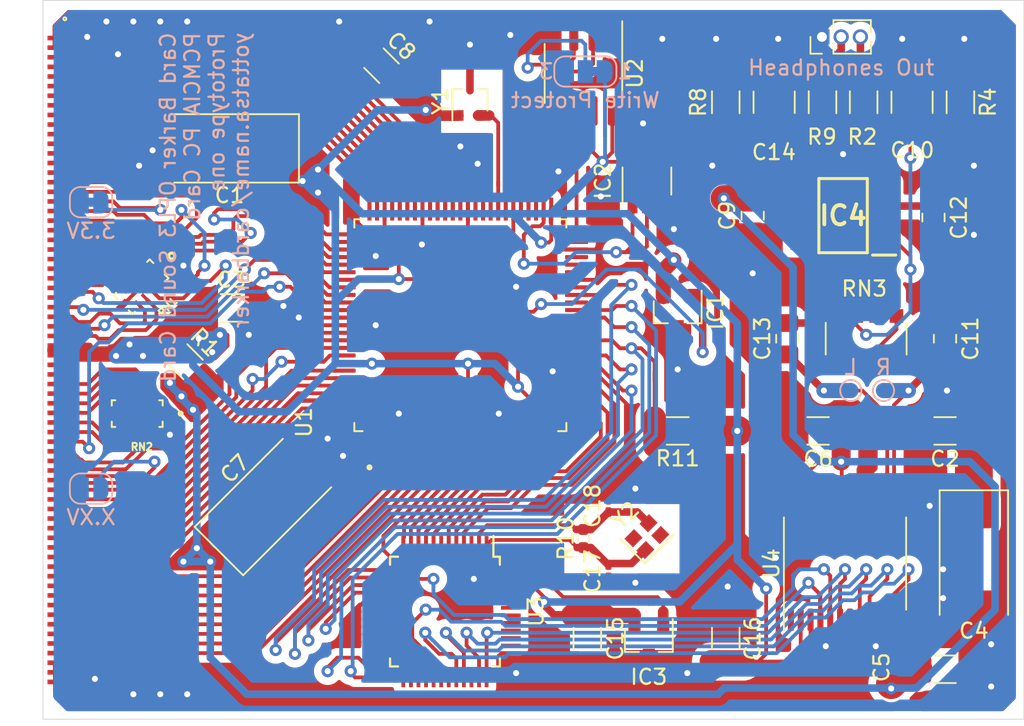
<source format=kicad_pcb>
(kicad_pcb (version 20171130) (host pcbnew "(5.1.10)-1")
  (layers (0 F.Cu signal) (31 B.Cu signal) (34 B.Paste user) (35 F.Paste user) (36 B.SilkS user) (37 F.SilkS user) (38 B.Mask user) (39 F.Mask user) (44 Edge.Cuts user))
  (net 0 "")
  (net 1 "Net-(J1-Pad43)")
  (net 2 "Net-(J1-Pad57)")
  (net 3 D15)
  (net 4 CE1#)
  (net 5 VCC)
  (net 6 D14)
  (net 7 D7)
  (net 8 D13)
  (net 9 D6)
  (net 10 D12)
  (net 11 D5)
  (net 12 D11)
  (net 13 D4)
  (net 14 D3)
  (net 15 IOIS16#)
  (net 16 D10)
  (net 17 D2)
  (net 18 D9)
  (net 19 D1)
  (net 20 D8)
  (net 21 D0)
  (net 22 STSCHG#)
  (net 23 A0)
  (net 24 SPKR#)
  (net 25 A1)
  (net 26 REG#)
  (net 27 A2)
  (net 28 INPACK#)
  (net 29 A3)
  (net 30 WAIT#)
  (net 31 RESET)
  (net 32 A4)
  (net 33 A5)
  (net 34 A6)
  (net 35 A7)
  (net 36 IREQ#)
  (net 37 WE#)
  (net 38 A8)
  (net 39 A9)
  (net 40 IOWR#)
  (net 41 IORD#)
  (net 42 OE#)
  (net 43 CE2#)
  (net 44 A10)
  (net 45 WP#)
  (net 46 EE_DI)
  (net 47 EE_DO)
  (net 48 EE_SK)
  (net 49 PC_MCLK_IN)
  (net 50 ID3)
  (net 51 ID4)
  (net 52 ID5)
  (net 53 ID6)
  (net 54 ID7)
  (net 55 ICS0#)
  (net 56 IA0)
  (net 57 IA1)
  (net 58 IIRQ#)
  (net 59 IWR#)
  (net 60 ID0)
  (net 61 ID1)
  (net 62 ID2)
  (net 63 BCO)
  (net 64 DO)
  (net 65 LRO)
  (net 66 YMFVS)
  (net 67 IRD#)
  (net 68 AGND)
  (net 69 AVDD)
  (net 70 VPP)
  (net 71 VCOM)
  (net 72 "Net-(C10-Pad2)")
  (net 73 LEFT)
  (net 74 AOTR)
  (net 75 "Net-(C11-Pad1)")
  (net 76 "Net-(C12-Pad1)")
  (net 77 AOTL)
  (net 78 "Net-(C13-Pad1)")
  (net 79 "Net-(C14-Pad2)")
  (net 80 RIGHT)
  (net 81 DACPD)
  (net 82 CLKO)
  (net 83 POR#)
  (net 84 XI)
  (net 85 XO)
  (net 86 ATA_HRESET#)
  (net 87 CS#)
  (net 88 EE_CS)
  (net 89 A17)
  (net 90 A11)
  (net 91 A18)
  (net 92 A14)
  (net 93 A13)
  (net 94 A21)
  (net 95 A20)
  (net 96 A19)
  (net 97 A25)
  (net 98 A24)
  (net 99 A23)
  (net 100 A22)
  (net 101 A12)
  (net 102 A15)
  (net 103 A16)
  (net 104 "Net-(IC4-Pad8)")
  (net 105 "Net-(IC4-Pad4)")
  (module Z8601720ASG:QFP50P1600X1600X160-100N (layer F.Cu) (at 130.81 78.74 90)
    (fp_text reference U1 (at -6.42 -10.32 90) (layer F.SilkS))
    (fp_text value Z8601720ASG)
    (pad 75 smd roundrect (at 7.675 -6 90) (size 1.52 0.27) (layers F.Cu F.Paste F.Mask) (roundrect_rratio 0.03) (net 3 D15))
    (pad 74 smd roundrect (at 7.675 -5.5 90) (size 1.52 0.27) (layers F.Cu F.Paste F.Mask) (roundrect_rratio 0.03) (net 4 CE1#))
    (pad 73 smd roundrect (at 7.675 -5 90) (size 1.52 0.27) (layers F.Cu F.Paste F.Mask) (roundrect_rratio 0.03) (net 5 VCC))
    (pad 72 smd roundrect (at 7.675 -4.5 90) (size 1.52 0.27) (layers F.Cu F.Paste F.Mask) (roundrect_rratio 0.03) (net 6 D14))
    (pad 71 smd roundrect (at 7.675 -4 90) (size 1.52 0.27) (layers F.Cu F.Paste F.Mask) (roundrect_rratio 0.03) (net 7 D7))
    (pad 70 smd roundrect (at 7.675 -3.5 90) (size 1.52 0.27) (layers F.Cu F.Paste F.Mask) (roundrect_rratio 0.03) (net 8 D13))
    (pad 69 smd roundrect (at 7.675 -3 90) (size 1.52 0.27) (layers F.Cu F.Paste F.Mask) (roundrect_rratio 0.03) (net 9 D6))
    (pad 68 smd roundrect (at 7.675 -2.5 90) (size 1.52 0.27) (layers F.Cu F.Paste F.Mask) (roundrect_rratio 0.03) (net 68 AGND))
    (pad 67 smd roundrect (at 7.675 -2 90) (size 1.52 0.27) (layers F.Cu F.Paste F.Mask) (roundrect_rratio 0.03) (net 10 D12))
    (pad 66 smd roundrect (at 7.675 -1.5 90) (size 1.52 0.27) (layers F.Cu F.Paste F.Mask) (roundrect_rratio 0.03) (net 11 D5))
    (pad 65 smd roundrect (at 7.675 -1 90) (size 1.52 0.27) (layers F.Cu F.Paste F.Mask) (roundrect_rratio 0.03) (net 12 D11))
    (pad 64 smd roundrect (at 7.675 -0.5 90) (size 1.52 0.27) (layers F.Cu F.Paste F.Mask) (roundrect_rratio 0.03) (net 13 D4))
    (pad 63 smd roundrect (at 7.675 0 90) (size 1.52 0.27) (layers F.Cu F.Paste F.Mask) (roundrect_rratio 0.03) (net 14 D3))
    (pad 62 smd roundrect (at 7.675 0.5 90) (size 1.52 0.27) (layers F.Cu F.Paste F.Mask) (roundrect_rratio 0.03) (net 5 VCC))
    (pad 61 smd roundrect (at 7.675 1 90) (size 1.52 0.27) (layers F.Cu F.Paste F.Mask) (roundrect_rratio 0.03))
    (pad 60 smd roundrect (at 7.675 1.5 90) (size 1.52 0.27) (layers F.Cu F.Paste F.Mask) (roundrect_rratio 0.03))
    (pad 59 smd roundrect (at 7.675 2 90) (size 1.52 0.27) (layers F.Cu F.Paste F.Mask) (roundrect_rratio 0.03))
    (pad 58 smd roundrect (at 7.675 2.5 90) (size 1.52 0.27) (layers F.Cu F.Paste F.Mask) (roundrect_rratio 0.03) (net 49 PC_MCLK_IN))
    (pad 57 smd roundrect (at 7.675 3 90) (size 1.52 0.27) (layers F.Cu F.Paste F.Mask) (roundrect_rratio 0.03))
    (pad 56 smd roundrect (at 7.675 3.5 90) (size 1.52 0.27) (layers F.Cu F.Paste F.Mask) (roundrect_rratio 0.03) (net 83 POR#))
    (pad 55 smd roundrect (at 7.675 4 90) (size 1.52 0.27) (layers F.Cu F.Paste F.Mask) (roundrect_rratio 0.03))
    (pad 54 smd roundrect (at 7.675 4.5 90) (size 1.52 0.27) (layers F.Cu F.Paste F.Mask) (roundrect_rratio 0.03) (net 46 EE_DI))
    (pad 53 smd roundrect (at 7.675 5 90) (size 1.52 0.27) (layers F.Cu F.Paste F.Mask) (roundrect_rratio 0.03) (net 47 EE_DO))
    (pad 52 smd roundrect (at 7.675 5.5 90) (size 1.52 0.27) (layers F.Cu F.Paste F.Mask) (roundrect_rratio 0.03) (net 88 EE_CS))
    (pad 51 smd roundrect (at 7.675 6 90) (size 1.52 0.27) (layers F.Cu F.Paste F.Mask) (roundrect_rratio 0.03) (net 5 VCC))
    (pad 25 smd roundrect (at -7.675 6 90) (size 1.52 0.27) (layers F.Cu F.Paste F.Mask) (roundrect_rratio 0.03))
    (pad 24 smd roundrect (at -7.675 5.5 90) (size 1.52 0.27) (layers F.Cu F.Paste F.Mask) (roundrect_rratio 0.03) (net 5 VCC))
    (pad 23 smd roundrect (at -7.675 5 90) (size 1.52 0.27) (layers F.Cu F.Paste F.Mask) (roundrect_rratio 0.03) (net 50 ID3))
    (pad 22 smd roundrect (at -7.675 4.5 90) (size 1.52 0.27) (layers F.Cu F.Paste F.Mask) (roundrect_rratio 0.03))
    (pad 21 smd roundrect (at -7.675 4 90) (size 1.52 0.27) (layers F.Cu F.Paste F.Mask) (roundrect_rratio 0.03) (net 51 ID4))
    (pad 20 smd roundrect (at -7.675 3.5 90) (size 1.52 0.27) (layers F.Cu F.Paste F.Mask) (roundrect_rratio 0.03) (net 68 AGND))
    (pad 19 smd roundrect (at -7.675 3 90) (size 1.52 0.27) (layers F.Cu F.Paste F.Mask) (roundrect_rratio 0.03))
    (pad 18 smd roundrect (at -7.675 2.5 90) (size 1.52 0.27) (layers F.Cu F.Paste F.Mask) (roundrect_rratio 0.03) (net 52 ID5))
    (pad 17 smd roundrect (at -7.675 2 90) (size 1.52 0.27) (layers F.Cu F.Paste F.Mask) (roundrect_rratio 0.03))
    (pad 16 smd roundrect (at -7.675 1.5 90) (size 1.52 0.27) (layers F.Cu F.Paste F.Mask) (roundrect_rratio 0.03) (net 53 ID6))
    (pad 15 smd roundrect (at -7.675 1 90) (size 1.52 0.27) (layers F.Cu F.Paste F.Mask) (roundrect_rratio 0.03) (net 68 AGND))
    (pad 14 smd roundrect (at -7.675 0.5 90) (size 1.52 0.27) (layers F.Cu F.Paste F.Mask) (roundrect_rratio 0.03) (net 5 VCC))
    (pad 13 smd roundrect (at -7.675 0 90) (size 1.52 0.27) (layers F.Cu F.Paste F.Mask) (roundrect_rratio 0.03))
    (pad 12 smd roundrect (at -7.675 -0.5 90) (size 1.52 0.27) (layers F.Cu F.Paste F.Mask) (roundrect_rratio 0.03) (net 54 ID7))
    (pad 11 smd roundrect (at -7.675 -1 90) (size 1.52 0.27) (layers F.Cu F.Paste F.Mask) (roundrect_rratio 0.03) (net 86 ATA_HRESET#))
    (pad 10 smd roundrect (at -7.675 -1.5 90) (size 1.52 0.27) (layers F.Cu F.Paste F.Mask) (roundrect_rratio 0.03) (net 15 IOIS16#))
    (pad 9 smd roundrect (at -7.675 -2 90) (size 1.52 0.27) (layers F.Cu F.Paste F.Mask) (roundrect_rratio 0.03) (net 16 D10))
    (pad 8 smd roundrect (at -7.675 -2.5 90) (size 1.52 0.27) (layers F.Cu F.Paste F.Mask) (roundrect_rratio 0.03) (net 17 D2))
    (pad 7 smd roundrect (at -7.675 -3 90) (size 1.52 0.27) (layers F.Cu F.Paste F.Mask) (roundrect_rratio 0.03) (net 18 D9))
    (pad 6 smd roundrect (at -7.675 -3.5 90) (size 1.52 0.27) (layers F.Cu F.Paste F.Mask) (roundrect_rratio 0.03) (net 19 D1))
    (pad 5 smd roundrect (at -7.675 -4 90) (size 1.52 0.27) (layers F.Cu F.Paste F.Mask) (roundrect_rratio 0.03) (net 68 AGND))
    (pad 4 smd roundrect (at -7.675 -4.5 90) (size 1.52 0.27) (layers F.Cu F.Paste F.Mask) (roundrect_rratio 0.03) (net 20 D8))
    (pad 3 smd roundrect (at -7.675 -5 90) (size 1.52 0.27) (layers F.Cu F.Paste F.Mask) (roundrect_rratio 0.03) (net 21 D0))
    (pad 2 smd roundrect (at -7.675 -5.5 90) (size 1.52 0.27) (layers F.Cu F.Paste F.Mask) (roundrect_rratio 0.03) (net 22 STSCHG#))
    (pad 1 smd roundrect (at -7.675 -6 90) (size 1.52 0.27) (layers F.Cu F.Paste F.Mask) (roundrect_rratio 0.03) (net 23 A0))
    (pad 100 smd roundrect (at -6 -7.675 90) (size 0.27 1.52) (layers F.Cu F.Paste F.Mask) (roundrect_rratio 0.19) (net 24 SPKR#))
    (pad 99 smd roundrect (at -5.5 -7.675 90) (size 0.27 1.52) (layers F.Cu F.Paste F.Mask) (roundrect_rratio 0.19) (net 25 A1))
    (pad 98 smd roundrect (at -5 -7.675 90) (size 0.27 1.52) (layers F.Cu F.Paste F.Mask) (roundrect_rratio 0.19) (net 26 REG#))
    (pad 97 smd roundrect (at -4.5 -7.675 90) (size 0.27 1.52) (layers F.Cu F.Paste F.Mask) (roundrect_rratio 0.19) (net 27 A2))
    (pad 96 smd roundrect (at -4 -7.675 90) (size 0.27 1.52) (layers F.Cu F.Paste F.Mask) (roundrect_rratio 0.19) (net 28 INPACK#))
    (pad 95 smd roundrect (at -3.5 -7.675 90) (size 0.27 1.52) (layers F.Cu F.Paste F.Mask) (roundrect_rratio 0.19) (net 29 A3))
    (pad 94 smd roundrect (at -3 -7.675 90) (size 0.27 1.52) (layers F.Cu F.Paste F.Mask) (roundrect_rratio 0.19) (net 30 WAIT#))
    (pad 93 smd roundrect (at -2.5 -7.675 90) (size 0.27 1.52) (layers F.Cu F.Paste F.Mask) (roundrect_rratio 0.19) (net 5 VCC))
    (pad 92 smd roundrect (at -2 -7.675 90) (size 0.27 1.52) (layers F.Cu F.Paste F.Mask) (roundrect_rratio 0.19) (net 31 RESET))
    (pad 91 smd roundrect (at -1.5 -7.675 90) (size 0.27 1.52) (layers F.Cu F.Paste F.Mask) (roundrect_rratio 0.19) (net 32 A4))
    (pad 90 smd roundrect (at -1 -7.675 90) (size 0.27 1.52) (layers F.Cu F.Paste F.Mask) (roundrect_rratio 0.19) (net 33 A5))
    (pad 89 smd roundrect (at -0.5 -7.675 90) (size 0.27 1.52) (layers F.Cu F.Paste F.Mask) (roundrect_rratio 0.19) (net 34 A6))
    (pad 88 smd roundrect (at 0 -7.675 90) (size 0.27 1.52) (layers F.Cu F.Paste F.Mask) (roundrect_rratio 0.19) (net 68 AGND))
    (pad 87 smd roundrect (at 0.5 -7.675 90) (size 0.27 1.52) (layers F.Cu F.Paste F.Mask) (roundrect_rratio 0.19) (net 35 A7))
    (pad 86 smd roundrect (at 1 -7.675 90) (size 0.27 1.52) (layers F.Cu F.Paste F.Mask) (roundrect_rratio 0.19) (net 36 IREQ#))
    (pad 85 smd roundrect (at 1.5 -7.675 90) (size 0.27 1.52) (layers F.Cu F.Paste F.Mask) (roundrect_rratio 0.19) (net 37 WE#))
    (pad 84 smd roundrect (at 2 -7.675 90) (size 0.27 1.52) (layers F.Cu F.Paste F.Mask) (roundrect_rratio 0.19) (net 38 A8))
    (pad 83 smd roundrect (at 2.5 -7.675 90) (size 0.27 1.52) (layers F.Cu F.Paste F.Mask) (roundrect_rratio 0.19) (net 39 A9))
    (pad 82 smd roundrect (at 3 -7.675 90) (size 0.27 1.52) (layers F.Cu F.Paste F.Mask) (roundrect_rratio 0.19) (net 5 VCC))
    (pad 81 smd roundrect (at 3.5 -7.675 90) (size 0.27 1.52) (layers F.Cu F.Paste F.Mask) (roundrect_rratio 0.19) (net 40 IOWR#))
    (pad 80 smd roundrect (at 4 -7.675 90) (size 0.27 1.52) (layers F.Cu F.Paste F.Mask) (roundrect_rratio 0.19) (net 41 IORD#))
    (pad 79 smd roundrect (at 4.5 -7.675 90) (size 0.27 1.52) (layers F.Cu F.Paste F.Mask) (roundrect_rratio 0.19) (net 42 OE#))
    (pad 78 smd roundrect (at 5 -7.675 90) (size 0.27 1.52) (layers F.Cu F.Paste F.Mask) (roundrect_rratio 0.19) (net 43 CE2#))
    (pad 77 smd roundrect (at 5.5 -7.675 90) (size 0.27 1.52) (layers F.Cu F.Paste F.Mask) (roundrect_rratio 0.19) (net 68 AGND))
    (pad 76 smd roundrect (at 6 -7.675 90) (size 0.27 1.52) (layers F.Cu F.Paste F.Mask) (roundrect_rratio 0.19) (net 44 A10))
    (pad 50 smd roundrect (at 6 7.675 90) (size 0.27 1.52) (layers F.Cu F.Paste F.Mask) (roundrect_rratio 0.19) (net 48 EE_SK))
    (pad 49 smd roundrect (at 5.5 7.675 90) (size 0.27 1.52) (layers F.Cu F.Paste F.Mask) (roundrect_rratio 0.19))
    (pad 48 smd roundrect (at 5 7.675 90) (size 0.27 1.52) (layers F.Cu F.Paste F.Mask) (roundrect_rratio 0.19) (net 68 AGND))
    (pad 47 smd roundrect (at 4.5 7.675 90) (size 0.27 1.52) (layers F.Cu F.Paste F.Mask) (roundrect_rratio 0.19))
    (pad 46 smd roundrect (at 4 7.675 90) (size 0.27 1.52) (layers F.Cu F.Paste F.Mask) (roundrect_rratio 0.19))
    (pad 45 smd roundrect (at 3.5 7.675 90) (size 0.27 1.52) (layers F.Cu F.Paste F.Mask) (roundrect_rratio 0.19))
    (pad 44 smd roundrect (at 3 7.675 90) (size 0.27 1.52) (layers F.Cu F.Paste F.Mask) (roundrect_rratio 0.19) (net 68 AGND))
    (pad 43 smd roundrect (at 2.5 7.675 90) (size 0.27 1.52) (layers F.Cu F.Paste F.Mask) (roundrect_rratio 0.19))
    (pad 42 smd roundrect (at 2 7.675 90) (size 0.27 1.52) (layers F.Cu F.Paste F.Mask) (roundrect_rratio 0.19) (net 55 ICS0#))
    (pad 41 smd roundrect (at 1.5 7.675 90) (size 0.27 1.52) (layers F.Cu F.Paste F.Mask) (roundrect_rratio 0.19))
    (pad 40 smd roundrect (at 1 7.675 90) (size 0.27 1.52) (layers F.Cu F.Paste F.Mask) (roundrect_rratio 0.19) (net 56 IA0))
    (pad 39 smd roundrect (at 0.5 7.675 90) (size 0.27 1.52) (layers F.Cu F.Paste F.Mask) (roundrect_rratio 0.19) (net 57 IA1))
    (pad 38 smd roundrect (at 0 7.675 90) (size 0.27 1.52) (layers F.Cu F.Paste F.Mask) (roundrect_rratio 0.19) (net 5 VCC))
    (pad 37 smd roundrect (at -0.5 7.675 90) (size 0.27 1.52) (layers F.Cu F.Paste F.Mask) (roundrect_rratio 0.19) (net 5 VCC))
    (pad 36 smd roundrect (at -1 7.675 90) (size 0.27 1.52) (layers F.Cu F.Paste F.Mask) (roundrect_rratio 0.19) (net 58 IIRQ#))
    (pad 35 smd roundrect (at -1.5 7.675 90) (size 0.27 1.52) (layers F.Cu F.Paste F.Mask) (roundrect_rratio 0.19))
    (pad 34 smd roundrect (at -2 7.675 90) (size 0.27 1.52) (layers F.Cu F.Paste F.Mask) (roundrect_rratio 0.19) (net 67 IRD#))
    (pad 33 smd roundrect (at -2.5 7.675 90) (size 0.27 1.52) (layers F.Cu F.Paste F.Mask) (roundrect_rratio 0.19) (net 59 IWR#))
    (pad 32 smd roundrect (at -3 7.675 90) (size 0.27 1.52) (layers F.Cu F.Paste F.Mask) (roundrect_rratio 0.19) (net 68 AGND))
    (pad 31 smd roundrect (at -3.5 7.675 90) (size 0.27 1.52) (layers F.Cu F.Paste F.Mask) (roundrect_rratio 0.19))
    (pad 30 smd roundrect (at -4 7.675 90) (size 0.27 1.52) (layers F.Cu F.Paste F.Mask) (roundrect_rratio 0.19) (net 60 ID0))
    (pad 29 smd roundrect (at -4.5 7.675 90) (size 0.27 1.52) (layers F.Cu F.Paste F.Mask) (roundrect_rratio 0.19))
    (pad 28 smd roundrect (at -5 7.675 90) (size 0.27 1.52) (layers F.Cu F.Paste F.Mask) (roundrect_rratio 0.19) (net 61 ID1))
    (pad 27 smd roundrect (at -5.5 7.675 90) (size 0.27 1.52) (layers F.Cu F.Paste F.Mask) (roundrect_rratio 0.19))
    (pad 26 smd roundrect (at -6 7.675 90) (size 0.27 1.52) (layers F.Cu F.Paste F.Mask) (roundrect_rratio 0.19) (net 62 ID2))
  )
  (module EXB-D10C104J:RESCAV63P320X160X65-10N (layer F.Cu) (at 109.474 84.582 180)
    (fp_text reference RN2 (at -0.30423 -2.19878) (layer F.SilkS) (effects (font (size 0.48 0.48))))
    (fp_text value 100k)
    (pad 9 smd roundrect (at -0.3175 -0.86 180) (size 0.21 0.95) (layers F.Cu F.Paste F.Mask) (roundrect_rratio 0.05) (net 97 A25))
    (pad 8 smd roundrect (at 0.3175 -0.86 180) (size 0.21 0.95) (layers F.Cu F.Paste F.Mask) (roundrect_rratio 0.05) (net 98 A24))
    (pad 7 smd roundrect (at 0.9525 -0.86 180) (size 0.21 0.95) (layers F.Cu F.Paste F.Mask) (roundrect_rratio 0.05) (net 101 A12))
    (pad 5 smd roundrect (at 0.9525 0.86 180) (size 0.21 0.95) (layers F.Cu F.Paste F.Mask) (roundrect_rratio 0.05) (net 99 A23))
    (pad 4 smd roundrect (at 0.3175 0.86 180) (size 0.21 0.95) (layers F.Cu F.Paste F.Mask) (roundrect_rratio 0.05) (net 102 A15))
    (pad 3 smd roundrect (at -0.3175 0.86 180) (size 0.21 0.95) (layers F.Cu F.Paste F.Mask) (roundrect_rratio 0.05) (net 100 A22))
    (pad 6 smd roundrect (at 1.72 0 180) (size 0.83 0.43) (layers F.Cu F.Paste F.Mask) (roundrect_rratio 0.05) (net 68 AGND))
    (pad 1 smd roundrect (at -1.72 0 180) (size 0.83 0.43) (layers F.Cu F.Paste F.Mask) (roundrect_rratio 0.05) (net 68 AGND))
    (pad 2 smd roundrect (at -0.9525 0.86 180) (size 0.21 0.95) (layers F.Cu F.Paste F.Mask) (roundrect_rratio 0.05) (net 103 A16))
    (pad 10 smd roundrect (at -0.9525 -0.86 180) (size 0.21 0.95) (layers F.Cu F.Paste F.Mask) (roundrect_rratio 0.05))
  )
  (module EXB-D10C104J:RESCAV63P320X160X65-10N (layer F.Cu) (at 109.728 76.2 225)
    (fp_text reference RN1 (at -0.30423 -2.19878 45) (layer F.SilkS) (effects (font (size 0.48 0.48))))
    (fp_text value 100k)
    (pad 9 smd roundrect (at -0.3175 -0.86 225) (size 0.21 0.95) (layers F.Cu F.Paste F.Mask) (roundrect_rratio 0.05) (net 96 A19))
    (pad 8 smd roundrect (at 0.3175 -0.86 225) (size 0.21 0.95) (layers F.Cu F.Paste F.Mask) (roundrect_rratio 0.05) (net 94 A21))
    (pad 7 smd roundrect (at 0.9525 -0.86 225) (size 0.21 0.95) (layers F.Cu F.Paste F.Mask) (roundrect_rratio 0.05) (net 95 A20))
    (pad 5 smd roundrect (at 0.9525 0.86 225) (size 0.21 0.95) (layers F.Cu F.Paste F.Mask) (roundrect_rratio 0.05) (net 92 A14))
    (pad 4 smd roundrect (at 0.3175 0.86 225) (size 0.21 0.95) (layers F.Cu F.Paste F.Mask) (roundrect_rratio 0.05) (net 91 A18))
    (pad 3 smd roundrect (at -0.3175 0.86 225) (size 0.21 0.95) (layers F.Cu F.Paste F.Mask) (roundrect_rratio 0.05) (net 93 A13))
    (pad 6 smd roundrect (at 1.72 0 225) (size 0.83 0.43) (layers F.Cu F.Paste F.Mask) (roundrect_rratio 0.05) (net 68 AGND))
    (pad 1 smd roundrect (at -1.72 0 225) (size 0.83 0.43) (layers F.Cu F.Paste F.Mask) (roundrect_rratio 0.05) (net 68 AGND))
    (pad 2 smd roundrect (at -0.9525 0.86 225) (size 0.21 0.95) (layers F.Cu F.Paste F.Mask) (roundrect_rratio 0.05) (net 89 A17))
    (pad 10 smd roundrect (at -0.9525 -0.86 225) (size 0.21 0.95) (layers F.Cu F.Paste F.Mask) (roundrect_rratio 0.05) (net 90 A11))
  )
  (module SamacSys_Parts:SOIC127P600X175-8N (layer F.Cu) (at 156.083 71.501 180)
    (fp_text reference IC4 (at 0 0) (layer F.SilkS) (effects (font (size 1.27 1.27) (thickness 0.254))))
    (fp_text value TPA152DR hide)
    (pad 8 smd rect (at 2.712 -1.905 270) (size 0.7 1.525) (layers F.Cu F.Paste F.Mask) (net 104 "Net-(IC4-Pad8)"))
    (pad 7 smd rect (at 2.712 -0.635 270) (size 0.7 1.525) (layers F.Cu F.Paste F.Mask) (net 68 AGND))
    (pad 6 smd rect (at 2.712 0.635 270) (size 0.7 1.525) (layers F.Cu F.Paste F.Mask) (net 69 AVDD))
    (pad 5 smd rect (at 2.712 1.905 270) (size 0.7 1.525) (layers F.Cu F.Paste F.Mask) (net 79 "Net-(C14-Pad2)"))
    (pad 4 smd rect (at -2.712 1.905 270) (size 0.7 1.525) (layers F.Cu F.Paste F.Mask) (net 105 "Net-(IC4-Pad4)"))
    (pad 3 smd rect (at -2.712 0.635 270) (size 0.7 1.525) (layers F.Cu F.Paste F.Mask) (net 76 "Net-(C12-Pad1)"))
    (pad 2 smd rect (at -2.712 -0.635 270) (size 0.7 1.525) (layers F.Cu F.Paste F.Mask) (net 68 AGND))
    (pad 1 smd rect (at -2.712 -1.905 270) (size 0.7 1.525) (layers F.Cu F.Paste F.Mask) (net 72 "Net-(C10-Pad2)"))
  )
  (module Jumper:SolderJumper-3_P1.3mm_Bridged12_RoundedPad1.0x1.5mm_NumberLabels (layer B.Cu) (at 139.065 61.976 180)
    (fp_text reference JP3 hide)
    (fp_text value "Write Protect" (at 0 -1.9) (layer B.SilkS) (effects (justify mirror)))
    (fp_poly (pts (xy -0.9 0.3) (xy -0.4 0.3) (xy -0.4 -0.3) (xy -0.9 -0.3)) (layer B.Cu) (width 0))
    (fp_text user 1 (at -2.6 0) (layer B.SilkS) (effects (justify mirror)))
    (fp_text user 3 (at 2.6 0) (layer B.SilkS) (effects (justify mirror)))
    (pad 1 smd custom (at -1.3 0 180) (size 1 0.5) (layers B.Cu B.Mask) (net 5 VCC) (options (clearance outline) (anchor rect)) (primitives (gr_poly (pts (xy 0.55 0.75) (xy 0 0.75) (xy 0 -0.75) (xy 0.55 -0.75)) (width 0)) (gr_circle (center 0 -0.25) (end 0.5 -0.25) (width 0)) (gr_circle (center 0 0.25) (end 0.5 0.25) (width 0))))
    (pad 2 smd rect (at 0 0 180) (size 1 1.5) (layers B.Cu B.Mask) (net 45 WP#))
    (pad 3 smd custom (at 1.3 0 180) (size 1 0.5) (layers B.Cu B.Mask) (net 68 AGND) (options (clearance outline) (anchor rect)) (primitives (gr_circle (center 0 -0.25) (end 0.5 -0.25) (width 0)) (gr_circle (center 0 0.25) (end 0.5 0.25) (width 0)) (gr_poly (pts (xy -0.55 0.75) (xy 0 0.75) (xy 0 -0.75) (xy -0.55 -0.75)) (width 0))))
  )
  (module Jumper:SolderJumper-2_P1.3mm_Bridged_RoundedPad1.0x1.5mm (layer B.Cu) (at 106.426 70.612 180)
    (fp_text reference JP1 hide)
    (fp_text value 3.3V (at 0 -1.9) (layer B.SilkS) (effects (justify mirror)))
    (fp_poly (pts (xy 0.25 0.3) (xy -0.25 0.3) (xy -0.25 -0.3) (xy 0.25 -0.3)) (layer B.Cu) (width 0))
    (pad 1 smd custom (at -0.65 0 180) (size 1 0.5) (layers B.Cu B.Mask) (net 1 "Net-(J1-Pad43)") (options (clearance outline) (anchor rect)) (primitives (gr_circle (center 0 -0.25) (end 0.5 -0.25) (width 0)) (gr_circle (center 0 0.25) (end 0.5 0.25) (width 0)) (gr_poly (pts (xy 0 0.75) (xy 0.5 0.75) (xy 0.5 -0.75) (xy 0 -0.75)) (width 0))))
    (pad 2 smd custom (at 0.65 0 180) (size 1 0.5) (layers B.Cu B.Mask) (net 68 AGND) (options (clearance outline) (anchor rect)) (primitives (gr_circle (center 0 -0.25) (end 0.5 -0.25) (width 0)) (gr_circle (center 0 0.25) (end 0.5 0.25) (width 0)) (gr_poly (pts (xy 0 0.75) (xy -0.5 0.75) (xy -0.5 -0.75) (xy 0 -0.75)) (width 0))))
  )
  (module Capacitor_SMD:C_1206_3216Metric_Pad1.33x1.80mm_HandSolder (layer F.Cu) (at 162.814 101.473)
    (fp_text reference C5 (at -4.191 -0.127 270) (layer F.SilkS))
    (fp_text value 0.1u)
    (pad 2 smd roundrect (at 1.5625 0) (size 1.325 1.8) (layers F.Cu F.Paste F.Mask) (roundrect_rratio 0.1886777358490566) (net 68 AGND))
    (pad 1 smd roundrect (at -1.5625 0) (size 1.325 1.8) (layers F.Cu F.Paste F.Mask) (roundrect_rratio 0.1886777358490566) (net 69 AVDD))
  )
  (module Resistor_SMD:R_Array_Convex_4x1206 (layer F.Cu) (at 157.607 79.629 90)
    (fp_text reference RN3 (at 3.302 -0.127) (layer F.SilkS))
    (fp_text value 20k)
    (pad 6 smd rect (at 1.5 0.66 90) (size 0.9 0.9) (layers F.Cu F.Paste F.Mask) (net 79 "Net-(C14-Pad2)"))
    (pad 5 smd rect (at 1.5 2 90) (size 0.9 0.9) (layers F.Cu F.Paste F.Mask) (net 105 "Net-(IC4-Pad4)"))
    (pad 8 smd rect (at 1.5 -2 90) (size 0.9 0.9) (layers F.Cu F.Paste F.Mask) (net 104 "Net-(IC4-Pad8)"))
    (pad 7 smd rect (at 1.5 -0.66 90) (size 0.9 0.9) (layers F.Cu F.Paste F.Mask) (net 72 "Net-(C10-Pad2)"))
    (pad 3 smd rect (at -1.5 0.66 90) (size 0.9 0.9) (layers F.Cu F.Paste F.Mask) (net 105 "Net-(IC4-Pad4)"))
    (pad 2 smd rect (at -1.5 -0.66 90) (size 0.9 0.9) (layers F.Cu F.Paste F.Mask) (net 104 "Net-(IC4-Pad8)"))
    (pad 4 smd rect (at -1.5 2 90) (size 0.9 0.9) (layers F.Cu F.Paste F.Mask) (net 75 "Net-(C11-Pad1)"))
    (pad 1 smd rect (at -1.5 -2 90) (size 0.9 0.9) (layers F.Cu F.Paste F.Mask) (net 78 "Net-(C13-Pad1)"))
  )
  (module Package_TO_SOT_SMD:SOT-23-5_HandSoldering (layer F.Cu) (at 143.129 69.215 90)
    (fp_text reference IC2 (at 0 -2.9 90) (layer F.SilkS))
    (fp_text value 74LVC1G00)
    (pad 5 smd rect (at 1.35 -0.95 90) (size 1.56 0.65) (layers F.Cu F.Paste F.Mask) (net 5 VCC))
    (pad 4 smd rect (at 1.35 0.95 90) (size 1.56 0.65) (layers F.Cu F.Paste F.Mask) (net 87 CS#))
    (pad 3 smd rect (at -1.35 0.95 90) (size 1.56 0.65) (layers F.Cu F.Paste F.Mask) (net 68 AGND))
    (pad 2 smd rect (at -1.35 0 90) (size 1.56 0.65) (layers F.Cu F.Paste F.Mask) (net 88 EE_CS))
    (pad 1 smd rect (at -1.35 -0.95 90) (size 1.56 0.65) (layers F.Cu F.Paste F.Mask) (net 88 EE_CS))
  )
  (module Resistor_SMD:R_1206_3216Metric_Pad1.30x1.75mm_HandSolder (layer F.Cu) (at 145.161 85.725 180)
    (fp_text reference R11 (at 0 -1.82) (layer F.SilkS))
    (fp_text value 20k)
    (pad 2 smd roundrect (at 1.55 0 180) (size 1.3 1.75) (layers F.Cu F.Paste F.Mask) (roundrect_rratio 0.1923069230769231) (net 58 IIRQ#))
    (pad 1 smd roundrect (at -1.55 0 180) (size 1.3 1.75) (layers F.Cu F.Paste F.Mask) (roundrect_rratio 0.1923069230769231) (net 5 VCC))
  )
  (module Package_TO_SOT_SMD:SOT-23 (layer F.Cu) (at 143.256 99.568 270)
    (fp_text reference IC3 (at 2.413 0 180) (layer F.SilkS))
    (fp_text value MCP100-450D)
    (pad 3 smd rect (at 1 0 270) (size 0.9 0.8) (layers F.Cu F.Paste F.Mask) (net 68 AGND))
    (pad 2 smd rect (at -1 0.95 270) (size 0.9 0.8) (layers F.Cu F.Paste F.Mask) (net 5 VCC))
    (pad 1 smd rect (at -1 -0.95 270) (size 0.9 0.8) (layers F.Cu F.Paste F.Mask) (net 66 YMFVS))
  )
  (module Package_TO_SOT_SMD:SOT-323_SC-70 (layer F.Cu) (at 131.445 63.881 90)
    (fp_text reference Y1 (at -0.05 -1.95 90) (layer F.SilkS))
    (fp_text value MAX7375AXR425)
    (pad 3 smd rect (at 1 0) (size 0.45 0.7) (layers F.Cu F.Paste F.Mask) (net 68 AGND))
    (pad 2 smd rect (at -1 0.65) (size 0.45 0.7) (layers F.Cu F.Paste F.Mask) (net 49 PC_MCLK_IN))
    (pad 1 smd rect (at -1 -0.65) (size 0.45 0.7) (layers F.Cu F.Paste F.Mask) (net 5 VCC))
  )
  (module Capacitor_SMD:C_1206_3216Metric_Pad1.33x1.80mm_HandSolder (layer F.Cu) (at 125.603 61.595 315)
    (fp_text reference C8 (at 0 -1.85 135) (layer F.SilkS))
    (fp_text value 0.1u)
    (pad 2 smd roundrect (at 1.5625 0 315) (size 1.325 1.8) (layers F.Cu F.Paste F.Mask) (roundrect_rratio 0.1886777358490566) (net 5 VCC))
    (pad 1 smd roundrect (at -1.5625 0 315) (size 1.325 1.8) (layers F.Cu F.Paste F.Mask) (roundrect_rratio 0.1886777358490566) (net 68 AGND))
  )
  (module Resistor_SMD:R_0402_1005Metric_Pad0.72x0.64mm_HandSolder (layer F.Cu) (at 138.938 92.837 90)
    (fp_text reference R10 (at 0 -1.17 90) (layer F.SilkS))
    (fp_text value 3.9k)
    (pad 2 smd roundrect (at 0.5975 0 90) (size 0.715 0.64) (layers F.Cu F.Paste F.Mask) (net 85 XO))
    (pad 1 smd roundrect (at -0.5975 0 90) (size 0.715 0.64) (layers F.Cu F.Paste F.Mask) (net 84 XI))
  )
  (module Capacitor_SMD:C_0201_0603Metric_Pad0.64x0.40mm_HandSolder (layer F.Cu) (at 140.589 90.678 90)
    (fp_text reference C18 (at 0 -1.05 90) (layer F.SilkS))
    (fp_text value 12p)
    (pad 2 smd roundrect (at 0.4075 0 90) (size 0.635 0.4) (layers F.Cu F.Mask) (net 68 AGND))
    (pad 1 smd roundrect (at -0.4075 0 90) (size 0.635 0.4) (layers F.Cu F.Mask) (net 85 XO))
  )
  (module Capacitor_SMD:C_0201_0603Metric_Pad0.64x0.40mm_HandSolder (layer F.Cu) (at 140.589 94.996 90)
    (fp_text reference C17 (at 0 -1.05 90) (layer F.SilkS))
    (fp_text value 12p)
    (pad 2 smd roundrect (at 0.4075 0 90) (size 0.635 0.4) (layers F.Cu F.Mask) (net 84 XI))
    (pad 1 smd roundrect (at -0.4075 0 90) (size 0.635 0.4) (layers F.Cu F.Mask) (net 68 AGND))
  )
  (module Crystal:Crystal_SMD_2016-4Pin_2.0x1.6mm (layer F.Cu) (at 143.129 92.71 45)
    (fp_text reference Y2 (at 0 -2 45) (layer F.SilkS))
    (fp_text value 33.868MHz)
    (pad 4 smd rect (at -0.7 -0.55 45) (size 0.9 0.8) (layers F.Cu F.Paste F.Mask))
    (pad 3 smd rect (at 0.7 -0.55 45) (size 0.9 0.8) (layers F.Cu F.Paste F.Mask) (net 85 XO))
    (pad 2 smd rect (at 0.7 0.55 45) (size 0.9 0.8) (layers F.Cu F.Paste F.Mask))
    (pad 1 smd rect (at -0.7 0.55 45) (size 0.9 0.8) (layers F.Cu F.Paste F.Mask) (net 84 XI))
  )
  (module Package_TO_SOT_SMD:SOT-23 (layer F.Cu) (at 145.161 77.851 270)
    (fp_text reference IC1 (at 0 -2.5 90) (layer F.SilkS))
    (fp_text value MCP100-300D)
    (pad 3 smd rect (at 1 0 270) (size 0.9 0.8) (layers F.Cu F.Paste F.Mask) (net 68 AGND))
    (pad 2 smd rect (at -1 0.95 270) (size 0.9 0.8) (layers F.Cu F.Paste F.Mask) (net 5 VCC))
    (pad 1 smd rect (at -1 -0.95 270) (size 0.9 0.8) (layers F.Cu F.Paste F.Mask) (net 83 POR#))
  )
  (module Resistor_SMD:R_1206_3216Metric_Pad1.30x1.75mm_HandSolder (layer F.Cu) (at 157.4404 64.008 270)
    (fp_text reference R2 (at 2.286 0.0874 180) (layer F.SilkS))
    (fp_text value 100)
    (pad 2 smd roundrect (at 1.55 0 270) (size 1.3 1.75) (layers F.Cu F.Paste F.Mask) (roundrect_rratio 0.1923069230769231) (net 68 AGND))
    (pad 1 smd roundrect (at -1.55 0 270) (size 1.3 1.75) (layers F.Cu F.Paste F.Mask) (roundrect_rratio 0.1923069230769231) (net 73 LEFT))
  )
  (module Capacitor_SMD:C_1210_3225Metric_Pad1.33x2.70mm_HandSolder (layer F.Cu) (at 160.6352 64.008 270)
    (fp_text reference C10 (at 3.175 -0.0198 180) (layer F.SilkS))
    (fp_text value 330u)
    (pad 2 smd roundrect (at 1.5625 0 270) (size 1.325 2.7) (layers F.Cu F.Paste F.Mask) (roundrect_rratio 0.1886777358490566) (net 72 "Net-(C10-Pad2)"))
    (pad 1 smd roundrect (at -1.5625 0 270) (size 1.325 2.7) (layers F.Cu F.Paste F.Mask) (roundrect_rratio 0.1886777358490566) (net 73 LEFT))
  )
  (module TestPoint:TestPoint_Pad_D1.0mm (layer B.Cu) (at 156.591 83.058)
    (fp_text reference TP2 hide)
    (fp_text value L (at 0 -1.55) (layer B.SilkS) (effects (justify mirror)))
    (pad 1 smd circle (at 0 0) (size 1 1) (layers B.Cu B.Mask) (net 77 AOTL))
  )
  (module TestPoint:TestPoint_Pad_D1.0mm (layer B.Cu) (at 158.75 83.058)
    (fp_text reference TP1 hide)
    (fp_text value R (at 0 -1.55) (layer B.SilkS) (effects (justify mirror)))
    (pad 1 smd circle (at 0 0) (size 1 1) (layers B.Cu B.Mask) (net 74 AOTR))
  )
  (module Resistor_SMD:R_1206_3216Metric_Pad1.30x1.75mm_HandSolder (layer F.Cu) (at 154.7256 64.008 270)
    (fp_text reference R9 (at 2.286 0.0396 180) (layer F.SilkS))
    (fp_text value 100)
    (pad 2 smd roundrect (at 1.55 0 270) (size 1.3 1.75) (layers F.Cu F.Paste F.Mask) (roundrect_rratio 0.1923069230769231) (net 68 AGND))
    (pad 1 smd roundrect (at -1.55 0 270) (size 1.3 1.75) (layers F.Cu F.Paste F.Mask) (roundrect_rratio 0.1923069230769231) (net 80 RIGHT))
  )
  (module Connector_PinHeader_1.27mm:PinHeader_1x03_P1.27mm_Vertical (layer F.Cu) (at 154.686 59.69 90)
    (fp_text reference J2 hide)
    (fp_text value "Headphones Out" (at -2.032 1.27 180) (layer B.SilkS))
    (pad T thru_hole oval (at 0 2.54 90) (size 1 1) (drill 0.65) (layers *.Cu *.Mask) (net 73 LEFT))
    (pad R thru_hole oval (at 0 1.27 90) (size 1 1) (drill 0.65) (layers *.Cu *.Mask) (net 80 RIGHT))
    (pad S thru_hole rect (at 0 0 90) (size 1 1) (drill 0.65) (layers *.Cu *.Mask) (net 68 AGND))
  )
  (module Capacitor_SMD:C_1210_3225Metric_Pad1.33x2.70mm_HandSolder (layer F.Cu) (at 151.5308 64.008 270)
    (fp_text reference C14 (at 3.302 0.0198 180) (layer F.SilkS))
    (fp_text value 330u)
    (pad 2 smd roundrect (at 1.5625 0 270) (size 1.325 2.7) (layers F.Cu F.Paste F.Mask) (roundrect_rratio 0.1886777358490566) (net 79 "Net-(C14-Pad2)"))
    (pad 1 smd roundrect (at -1.5625 0 270) (size 1.325 2.7) (layers F.Cu F.Paste F.Mask) (roundrect_rratio 0.1886777358490566) (net 80 RIGHT))
  )
  (module Resistor_SMD:R_1206_3216Metric_Pad1.30x1.75mm_HandSolder (layer F.Cu) (at 148.336 64.008 90)
    (fp_text reference R8 (at 0 -1.82 90) (layer F.SilkS))
    (fp_text value 20k)
    (pad 1 smd roundrect (at -1.55 0 90) (size 1.3 1.75) (layers F.Cu F.Paste F.Mask) (roundrect_rratio 0.1923069230769231) (net 79 "Net-(C14-Pad2)"))
    (pad 2 smd roundrect (at 1.55 0 90) (size 1.3 1.75) (layers F.Cu F.Paste F.Mask) (roundrect_rratio 0.1923069230769231) (net 68 AGND))
  )
  (module Resistor_SMD:R_1206_3216Metric_Pad1.30x1.75mm_HandSolder (layer F.Cu) (at 163.83 64.008 270)
    (fp_text reference R4 (at 0 -1.82 90) (layer F.SilkS))
    (fp_text value 20k)
    (pad 2 smd roundrect (at 1.55 0 270) (size 1.3 1.75) (layers F.Cu F.Paste F.Mask) (roundrect_rratio 0.1923069230769231) (net 72 "Net-(C10-Pad2)"))
    (pad 1 smd roundrect (at -1.55 0 270) (size 1.3 1.75) (layers F.Cu F.Paste F.Mask) (roundrect_rratio 0.1923069230769231) (net 68 AGND))
  )
  (module Capacitor_SMD:C_1206_3216Metric_Pad1.33x1.80mm_HandSolder (layer F.Cu) (at 148.336 99.441 90)
    (fp_text reference C16 (at 0 1.778 90) (layer F.SilkS))
    (fp_text value 0.1u)
    (pad 2 smd roundrect (at 1.5625 0 90) (size 1.325 1.8) (layers F.Cu F.Paste F.Mask) (roundrect_rratio 0.1886777358490566) (net 68 AGND))
    (pad 1 smd roundrect (at -1.5625 0 90) (size 1.325 1.8) (layers F.Cu F.Paste F.Mask) (roundrect_rratio 0.1886777358490566) (net 5 VCC))
  )
  (module Capacitor_SMD:C_1206_3216Metric_Pad1.33x1.80mm_HandSolder (layer F.Cu) (at 139.192 99.441 270)
    (fp_text reference C15 (at 0 -1.85 90) (layer F.SilkS))
    (fp_text value 0.1u)
    (pad 2 smd roundrect (at 1.5625 0 270) (size 1.325 1.8) (layers F.Cu F.Paste F.Mask) (roundrect_rratio 0.1886777358490566) (net 68 AGND))
    (pad 1 smd roundrect (at -1.5625 0 270) (size 1.325 1.8) (layers F.Cu F.Paste F.Mask) (roundrect_rratio 0.1886777358490566) (net 5 VCC))
  )
  (module Capacitor_SMD:C_0805_2012Metric_Pad1.18x1.45mm_HandSolder (layer F.Cu) (at 152.4 79.634 270)
    (fp_text reference C13 (at -0.005 1.651 90) (layer F.SilkS))
    (fp_text value 1u)
    (pad 2 smd roundrect (at 1.0375 0 270) (size 1.175 1.45) (layers F.Cu F.Paste F.Mask) (roundrect_rratio 0.2127659574468085) (net 77 AOTL))
    (pad 1 smd roundrect (at -1.0375 0 270) (size 1.175 1.45) (layers F.Cu F.Paste F.Mask) (roundrect_rratio 0.2127659574468085) (net 78 "Net-(C13-Pad1)"))
  )
  (module Capacitor_SMD:C_0805_2012Metric_Pad1.18x1.45mm_HandSolder (layer F.Cu) (at 162.052 71.628 270)
    (fp_text reference C12 (at 0 -1.68 90) (layer F.SilkS))
    (fp_text value 1u)
    (pad 2 smd roundrect (at 1.0375 0 270) (size 1.175 1.45) (layers F.Cu F.Paste F.Mask) (roundrect_rratio 0.2127659574468085) (net 68 AGND))
    (pad 1 smd roundrect (at -1.0375 0 270) (size 1.175 1.45) (layers F.Cu F.Paste F.Mask) (roundrect_rratio 0.2127659574468085) (net 76 "Net-(C12-Pad1)"))
  )
  (module Capacitor_SMD:C_0805_2012Metric_Pad1.18x1.45mm_HandSolder (layer F.Cu) (at 162.814 79.634 270)
    (fp_text reference C11 (at 0 -1.68 90) (layer F.SilkS))
    (fp_text value 1u)
    (pad 2 smd roundrect (at 1.0375 0 270) (size 1.175 1.45) (layers F.Cu F.Paste F.Mask) (roundrect_rratio 0.2127659574468085) (net 74 AOTR))
    (pad 1 smd roundrect (at -1.0375 0 270) (size 1.175 1.45) (layers F.Cu F.Paste F.Mask) (roundrect_rratio 0.2127659574468085) (net 75 "Net-(C11-Pad1)"))
  )
  (module Capacitor_SMD:C_0805_2012Metric_Pad1.18x1.45mm_HandSolder (layer F.Cu) (at 150.114 71.501 90)
    (fp_text reference C9 (at 0 -1.68 90) (layer F.SilkS))
    (fp_text value 1u)
    (pad 2 smd roundrect (at 1.0375 0 90) (size 1.175 1.45) (layers F.Cu F.Paste F.Mask) (roundrect_rratio 0.2127659574468085) (net 69 AVDD))
    (pad 1 smd roundrect (at -1.0375 0 90) (size 1.175 1.45) (layers F.Cu F.Paste F.Mask) (roundrect_rratio 0.2127659574468085) (net 68 AGND))
  )
  (module Capacitor_SMD:C_1206_3216Metric_Pad1.33x1.80mm_HandSolder (layer F.Cu) (at 154.432 85.725 180)
    (fp_text reference C6 (at 0 -1.85) (layer F.SilkS))
    (fp_text value 0.1u)
    (pad 2 smd roundrect (at 1.5625 0 180) (size 1.325 1.8) (layers F.Cu F.Paste F.Mask) (roundrect_rratio 0.1886777358490566) (net 68 AGND))
    (pad 1 smd roundrect (at -1.5625 0 180) (size 1.325 1.8) (layers F.Cu F.Paste F.Mask) (roundrect_rratio 0.1886777358490566) (net 69 AVDD))
  )
  (module Capacitor_SMD:C_1206_3216Metric_Pad1.33x1.80mm_HandSolder (layer F.Cu) (at 115.697 77.597)
    (fp_text reference C3 (at 0 -1.85) (layer F.SilkS))
    (fp_text value 0.1u)
    (pad 2 smd roundrect (at 1.5625 0) (size 1.325 1.8) (layers F.Cu F.Paste F.Mask) (roundrect_rratio 0.1886777358490566) (net 68 AGND))
    (pad 1 smd roundrect (at -1.5625 0) (size 1.325 1.8) (layers F.Cu F.Paste F.Mask) (roundrect_rratio 0.1886777358490566) (net 5 VCC))
  )
  (module Capacitor_SMD:C_1206_3216Metric_Pad1.33x1.80mm_HandSolder (layer F.Cu) (at 162.814 85.725 180)
    (fp_text reference C2 (at 0 -1.85) (layer F.SilkS))
    (fp_text value 0.1u)
    (pad 2 smd roundrect (at 1.5625 0 180) (size 1.325 1.8) (layers F.Cu F.Paste F.Mask) (roundrect_rratio 0.1886777358490566) (net 68 AGND))
    (pad 1 smd roundrect (at -1.5625 0 180) (size 1.325 1.8) (layers F.Cu F.Paste F.Mask) (roundrect_rratio 0.1886777358490566) (net 71 VCOM))
  )
  (module Capacitor_Tantalum_SMD:CP_EIA-7343-15_Kemet-W_Pad2.25x2.55mm_HandSolder (layer F.Cu) (at 164.719 94.234 270)
    (fp_text reference C4 (at 4.699 0 180) (layer F.SilkS))
    (fp_text value 10u)
    (pad 2 smd roundrect (at 3.2 0 270) (size 2.25 2.55) (layers F.Cu F.Paste F.Mask) (roundrect_rratio 0.1111106666666667) (net 68 AGND))
    (pad 1 smd roundrect (at -3.2 0 270) (size 2.25 2.55) (layers F.Cu F.Paste F.Mask) (roundrect_rratio 0.1111106666666667) (net 71 VCOM))
  )
  (module Resistor_SMD:R_1206_3216Metric_Pad1.30x1.75mm_HandSolder (layer F.Cu) (at 112.649 81.153 315)
    (fp_text reference R1 (at 0 -1.82 135) (layer F.SilkS))
    (fp_text value 10)
    (pad 2 smd roundrect (at 1.55 0 315) (size 1.3 1.75) (layers F.Cu F.Paste F.Mask) (roundrect_rratio 0.1923069230769231) (net 69 AVDD))
    (pad 1 smd roundrect (at -1.55 0 315) (size 1.3 1.75) (layers F.Cu F.Paste F.Mask) (roundrect_rratio 0.1923069230769231) (net 5 VCC))
  )
  (module Capacitor_Tantalum_SMD:CP_EIA-7343-15_Kemet-W_Pad2.25x2.55mm_HandSolder (layer F.Cu) (at 118.11 90.424 45)
    (fp_text reference C7 (at 0 -3.1 45) (layer F.SilkS))
    (fp_text value 10u)
    (pad 2 smd roundrect (at 3.2 0 45) (size 2.25 2.55) (layers F.Cu F.Paste F.Mask) (roundrect_rratio 0.1111106666666667) (net 68 AGND))
    (pad 1 smd roundrect (at -3.2 0 45) (size 2.25 2.55) (layers F.Cu F.Paste F.Mask) (roundrect_rratio 0.1111106666666667) (net 69 AVDD))
  )
  (module Capacitor_Tantalum_SMD:CP_EIA-7343-15_Kemet-W_Pad2.25x2.55mm_HandSolder (layer F.Cu) (at 115.57 67.056 180)
    (fp_text reference C1 (at 0 -3.1) (layer F.SilkS))
    (fp_text value 10u)
    (pad 2 smd roundrect (at 3.2 0 180) (size 2.25 2.55) (layers F.Cu F.Paste F.Mask) (roundrect_rratio 0.1111106666666667) (net 68 AGND))
    (pad 1 smd roundrect (at -3.2 0 180) (size 2.25 2.55) (layers F.Cu F.Paste F.Mask) (roundrect_rratio 0.1111106666666667) (net 5 VCC))
  )
  (module Package_SO:TSSOP-24_6.1x7.8mm_P0.65mm (layer F.Cu) (at 156.21 94.488 90)
    (fp_text reference U4 (at 0 -4.85 90) (layer F.SilkS))
    (fp_text value YAC516-E)
    (pad 24 smd roundrect (at 3.7125 -3.575 90) (size 1.475 0.4) (layers F.Cu F.Paste F.Mask))
    (pad 23 smd roundrect (at 3.7125 -2.925 90) (size 1.475 0.4) (layers F.Cu F.Paste F.Mask) (net 68 AGND))
    (pad 22 smd roundrect (at 3.7125 -2.275 90) (size 1.475 0.4) (layers F.Cu F.Paste F.Mask) (net 69 AVDD))
    (pad 21 smd roundrect (at 3.7125 -1.625 90) (size 1.475 0.4) (layers F.Cu F.Paste F.Mask))
    (pad 20 smd roundrect (at 3.7125 -0.975 90) (size 1.475 0.4) (layers F.Cu F.Paste F.Mask))
    (pad 19 smd roundrect (at 3.7125 -0.325 90) (size 1.475 0.4) (layers F.Cu F.Paste F.Mask) (net 68 AGND))
    (pad 18 smd roundrect (at 3.7125 0.325 90) (size 1.475 0.4) (layers F.Cu F.Paste F.Mask) (net 69 AVDD))
    (pad 17 smd roundrect (at 3.7125 0.975 90) (size 1.475 0.4) (layers F.Cu F.Paste F.Mask) (net 71 VCOM))
    (pad 16 smd roundrect (at 3.7125 1.625 90) (size 1.475 0.4) (layers F.Cu F.Paste F.Mask) (net 77 AOTL))
    (pad 15 smd roundrect (at 3.7125 2.275 90) (size 1.475 0.4) (layers F.Cu F.Paste F.Mask) (net 74 AOTR))
    (pad 14 smd roundrect (at 3.7125 2.925 90) (size 1.475 0.4) (layers F.Cu F.Paste F.Mask))
    (pad 13 smd roundrect (at 3.7125 3.575 90) (size 1.475 0.4) (layers F.Cu F.Paste F.Mask))
    (pad 12 smd roundrect (at -3.7125 3.575 90) (size 1.475 0.4) (layers F.Cu F.Paste F.Mask))
    (pad 11 smd roundrect (at -3.7125 2.925 90) (size 1.475 0.4) (layers F.Cu F.Paste F.Mask))
    (pad 10 smd roundrect (at -3.7125 2.275 90) (size 1.475 0.4) (layers F.Cu F.Paste F.Mask) (net 65 LRO))
    (pad 9 smd roundrect (at -3.7125 1.625 90) (size 1.475 0.4) (layers F.Cu F.Paste F.Mask) (net 64 DO))
    (pad 8 smd roundrect (at -3.7125 0.975 90) (size 1.475 0.4) (layers F.Cu F.Paste F.Mask) (net 63 BCO))
    (pad 7 smd roundrect (at -3.7125 0.325 90) (size 1.475 0.4) (layers F.Cu F.Paste F.Mask) (net 5 VCC))
    (pad 6 smd roundrect (at -3.7125 -0.325 90) (size 1.475 0.4) (layers F.Cu F.Paste F.Mask) (net 82 CLKO))
    (pad 5 smd roundrect (at -3.7125 -0.975 90) (size 1.475 0.4) (layers F.Cu F.Paste F.Mask) (net 86 ATA_HRESET#))
    (pad 4 smd roundrect (at -3.7125 -1.625 90) (size 1.475 0.4) (layers F.Cu F.Paste F.Mask) (net 81 DACPD))
    (pad 3 smd roundrect (at -3.7125 -2.275 90) (size 1.475 0.4) (layers F.Cu F.Paste F.Mask) (net 68 AGND))
    (pad 2 smd roundrect (at -3.7125 -2.925 90) (size 1.475 0.4) (layers F.Cu F.Paste F.Mask) (net 5 VCC))
    (pad 1 smd roundrect (at -3.7125 -3.575 90) (size 1.475 0.4) (layers F.Cu F.Paste F.Mask))
  )
  (module Package_SO:SOIC-8_3.9x4.9mm_P1.27mm (layer F.Cu) (at 138.938 62.103 270)
    (fp_text reference U2 (at 0 -3.4 90) (layer F.SilkS))
    (fp_text value 25LCxxx)
    (pad 8 smd roundrect (at 2.475 -1.905 270) (size 1.95 0.6) (layers F.Cu F.Paste F.Mask) (net 5 VCC))
    (pad 7 smd roundrect (at 2.475 -0.635 270) (size 1.95 0.6) (layers F.Cu F.Paste F.Mask) (net 5 VCC))
    (pad 6 smd roundrect (at 2.475 0.635 270) (size 1.95 0.6) (layers F.Cu F.Paste F.Mask) (net 48 EE_SK))
    (pad 5 smd roundrect (at 2.475 1.905 270) (size 1.95 0.6) (layers F.Cu F.Paste F.Mask) (net 47 EE_DO))
    (pad 4 smd roundrect (at -2.475 1.905 270) (size 1.95 0.6) (layers F.Cu F.Paste F.Mask) (net 68 AGND))
    (pad 3 smd roundrect (at -2.475 0.635 270) (size 1.95 0.6) (layers F.Cu F.Paste F.Mask) (net 45 WP#))
    (pad 2 smd roundrect (at -2.475 -0.635 270) (size 1.95 0.6) (layers F.Cu F.Paste F.Mask) (net 46 EE_DI))
    (pad 1 smd roundrect (at -2.475 -1.905 270) (size 1.95 0.6) (layers F.Cu F.Paste F.Mask) (net 87 CS#))
  )
  (module Package_QFP:TQFP-48_7x7mm_P0.5mm (layer F.Cu) (at 129.794 97.663 270)
    (fp_text reference U3 (at 0 -6 90) (layer F.SilkS))
    (fp_text value YMF289B-S)
    (pad 48 smd rect (at -2.75 -4.35) (size 1.3 0.25) (layers F.Cu F.Paste F.Mask) (net 66 YMFVS))
    (pad 47 smd rect (at -2.25 -4.35) (size 1.3 0.25) (layers F.Cu F.Paste F.Mask) (net 5 VCC))
    (pad 46 smd rect (at -1.75 -4.35) (size 1.3 0.25) (layers F.Cu F.Paste F.Mask))
    (pad 45 smd rect (at -1.25 -4.35) (size 1.3 0.25) (layers F.Cu F.Paste F.Mask))
    (pad 44 smd rect (at -0.75 -4.35) (size 1.3 0.25) (layers F.Cu F.Paste F.Mask))
    (pad 43 smd rect (at -0.25 -4.35) (size 1.3 0.25) (layers F.Cu F.Paste F.Mask))
    (pad 42 smd rect (at 0.25 -4.35) (size 1.3 0.25) (layers F.Cu F.Paste F.Mask))
    (pad 41 smd rect (at 0.75 -4.35) (size 1.3 0.25) (layers F.Cu F.Paste F.Mask))
    (pad 40 smd rect (at 1.25 -4.35) (size 1.3 0.25) (layers F.Cu F.Paste F.Mask))
    (pad 39 smd rect (at 1.75 -4.35) (size 1.3 0.25) (layers F.Cu F.Paste F.Mask))
    (pad 38 smd rect (at 2.25 -4.35) (size 1.3 0.25) (layers F.Cu F.Paste F.Mask))
    (pad 37 smd rect (at 2.75 -4.35) (size 1.3 0.25) (layers F.Cu F.Paste F.Mask) (net 68 AGND))
    (pad 36 smd rect (at 4.35 -2.75 270) (size 1.3 0.25) (layers F.Cu F.Paste F.Mask) (net 82 CLKO))
    (pad 35 smd rect (at 4.35 -2.25 270) (size 1.3 0.25) (layers F.Cu F.Paste F.Mask) (net 63 BCO))
    (pad 34 smd rect (at 4.35 -1.75 270) (size 1.3 0.25) (layers F.Cu F.Paste F.Mask))
    (pad 33 smd rect (at 4.35 -1.25 270) (size 1.3 0.25) (layers F.Cu F.Paste F.Mask) (net 64 DO))
    (pad 32 smd rect (at 4.35 -0.75 270) (size 1.3 0.25) (layers F.Cu F.Paste F.Mask) (net 65 LRO))
    (pad 31 smd rect (at 4.35 -0.25 270) (size 1.3 0.25) (layers F.Cu F.Paste F.Mask))
    (pad 30 smd rect (at 4.35 0.25 270) (size 1.3 0.25) (layers F.Cu F.Paste F.Mask))
    (pad 29 smd rect (at 4.35 0.75 270) (size 1.3 0.25) (layers F.Cu F.Paste F.Mask))
    (pad 28 smd rect (at 4.35 1.25 270) (size 1.3 0.25) (layers F.Cu F.Paste F.Mask) (net 81 DACPD))
    (pad 27 smd rect (at 4.35 1.75 270) (size 1.3 0.25) (layers F.Cu F.Paste F.Mask))
    (pad 26 smd rect (at 4.35 2.25 270) (size 1.3 0.25) (layers F.Cu F.Paste F.Mask) (net 57 IA1))
    (pad 25 smd rect (at 4.35 2.75 270) (size 1.3 0.25) (layers F.Cu F.Paste F.Mask) (net 56 IA0))
    (pad 24 smd rect (at 2.75 4.35) (size 1.3 0.25) (layers F.Cu F.Paste F.Mask) (net 86 ATA_HRESET#))
    (pad 23 smd rect (at 2.25 4.35) (size 1.3 0.25) (layers F.Cu F.Paste F.Mask))
    (pad 22 smd rect (at 1.75 4.35) (size 1.3 0.25) (layers F.Cu F.Paste F.Mask))
    (pad 21 smd rect (at 1.25 4.35) (size 1.3 0.25) (layers F.Cu F.Paste F.Mask))
    (pad 20 smd rect (at 0.75 4.35) (size 1.3 0.25) (layers F.Cu F.Paste F.Mask))
    (pad 19 smd rect (at 0.25 4.35) (size 1.3 0.25) (layers F.Cu F.Paste F.Mask))
    (pad 18 smd rect (at -0.25 4.35) (size 1.3 0.25) (layers F.Cu F.Paste F.Mask))
    (pad 17 smd rect (at -0.75 4.35) (size 1.3 0.25) (layers F.Cu F.Paste F.Mask) (net 68 AGND))
    (pad 16 smd rect (at -1.25 4.35) (size 1.3 0.25) (layers F.Cu F.Paste F.Mask) (net 58 IIRQ#))
    (pad 15 smd rect (at -1.75 4.35) (size 1.3 0.25) (layers F.Cu F.Paste F.Mask) (net 59 IWR#))
    (pad 14 smd rect (at -2.25 4.35) (size 1.3 0.25) (layers F.Cu F.Paste F.Mask) (net 67 IRD#))
    (pad 13 smd rect (at -2.75 4.35) (size 1.3 0.25) (layers F.Cu F.Paste F.Mask) (net 55 ICS0#))
    (pad 12 smd rect (at -4.35 2.75 270) (size 1.3 0.25) (layers F.Cu F.Paste F.Mask) (net 54 ID7))
    (pad 11 smd rect (at -4.35 2.25 270) (size 1.3 0.25) (layers F.Cu F.Paste F.Mask) (net 53 ID6))
    (pad 10 smd rect (at -4.35 1.75 270) (size 1.3 0.25) (layers F.Cu F.Paste F.Mask) (net 52 ID5))
    (pad 9 smd rect (at -4.35 1.25 270) (size 1.3 0.25) (layers F.Cu F.Paste F.Mask) (net 51 ID4))
    (pad 8 smd rect (at -4.35 0.75 270) (size 1.3 0.25) (layers F.Cu F.Paste F.Mask) (net 50 ID3))
    (pad 7 smd rect (at -4.35 0.25 270) (size 1.3 0.25) (layers F.Cu F.Paste F.Mask))
    (pad 6 smd rect (at -4.35 -0.25 270) (size 1.3 0.25) (layers F.Cu F.Paste F.Mask) (net 62 ID2))
    (pad 5 smd rect (at -4.35 -0.75 270) (size 1.3 0.25) (layers F.Cu F.Paste F.Mask) (net 61 ID1))
    (pad 4 smd rect (at -4.35 -1.25 270) (size 1.3 0.25) (layers F.Cu F.Paste F.Mask) (net 60 ID0))
    (pad 3 smd rect (at -4.35 -1.75 270) (size 1.3 0.25) (layers F.Cu F.Paste F.Mask) (net 68 AGND))
    (pad 2 smd rect (at -4.35 -2.25 270) (size 1.3 0.25) (layers F.Cu F.Paste F.Mask) (net 85 XO))
    (pad 1 smd rect (at -4.35 -2.75 270) (size 1.3 0.25) (layers F.Cu F.Paste F.Mask) (net 84 XI))
  )
  (module "IC1F-68RD-1.27SF_52:IC1F-68RD-1.27SF(52)" (layer F.Cu) (at 104.300001 59.766201 270)
    (fp_text reference J1 hide)
    (fp_text value "IC1F-68RD-1.27SF(52)" hide)
    (pad 68 smd rect (at 42.545 0 270) (size 0.3048 1.4986) (layers F.Cu F.Paste F.Mask) (net 68 AGND))
    (pad 67 smd rect (at 41.275 0 270) (size 0.3048 1.4986) (layers F.Cu F.Paste F.Mask) (net 68 AGND))
    (pad 66 smd rect (at 40.005 0 270) (size 0.3048 1.4986) (layers F.Cu F.Paste F.Mask) (net 16 D10))
    (pad 65 smd rect (at 38.735 0 270) (size 0.3048 1.4986) (layers F.Cu F.Paste F.Mask) (net 18 D9))
    (pad 64 smd rect (at 37.465 0 270) (size 0.3048 1.4986) (layers F.Cu F.Paste F.Mask) (net 20 D8))
    (pad 63 smd rect (at 36.195 0 270) (size 0.3048 1.4986) (layers F.Cu F.Paste F.Mask) (net 22 STSCHG#))
    (pad 62 smd rect (at 34.925 0 270) (size 0.3048 1.4986) (layers F.Cu F.Paste F.Mask) (net 24 SPKR#))
    (pad 61 smd rect (at 33.655 0 270) (size 0.3048 1.4986) (layers F.Cu F.Paste F.Mask) (net 26 REG#))
    (pad 60 smd rect (at 32.385 0 270) (size 0.3048 1.4986) (layers F.Cu F.Paste F.Mask) (net 28 INPACK#))
    (pad 59 smd rect (at 31.115 0 270) (size 0.3048 1.4986) (layers F.Cu F.Paste F.Mask) (net 30 WAIT#))
    (pad 58 smd rect (at 29.845 0 270) (size 0.3048 1.4986) (layers F.Cu F.Paste F.Mask) (net 31 RESET))
    (pad 57 smd rect (at 28.575 0 270) (size 0.3048 1.4986) (layers F.Cu F.Paste F.Mask) (net 2 "Net-(J1-Pad57)"))
    (pad 56 smd rect (at 27.305 0 270) (size 0.3048 1.4986) (layers F.Cu F.Paste F.Mask) (net 97 A25))
    (pad 55 smd rect (at 26.035 0 270) (size 0.3048 1.4986) (layers F.Cu F.Paste F.Mask) (net 98 A24))
    (pad 54 smd rect (at 24.765 0 270) (size 0.3048 1.4986) (layers F.Cu F.Paste F.Mask) (net 99 A23))
    (pad 53 smd rect (at 23.495 0 270) (size 0.3048 1.4986) (layers F.Cu F.Paste F.Mask) (net 100 A22))
    (pad 52 smd rect (at 22.225 0 270) (size 0.3048 1.4986) (layers F.Cu F.Paste F.Mask) (net 70 VPP))
    (pad 51 smd rect (at 20.955 0 270) (size 0.3048 1.4986) (layers F.Cu F.Paste F.Mask) (net 5 VCC))
    (pad 50 smd rect (at 19.685 0 270) (size 0.3048 1.4986) (layers F.Cu F.Paste F.Mask) (net 94 A21))
    (pad 49 smd rect (at 18.415 0 270) (size 0.3048 1.4986) (layers F.Cu F.Paste F.Mask) (net 95 A20))
    (pad 48 smd rect (at 17.145 0 270) (size 0.3048 1.4986) (layers F.Cu F.Paste F.Mask) (net 96 A19))
    (pad 47 smd rect (at 15.875 0 270) (size 0.3048 1.4986) (layers F.Cu F.Paste F.Mask) (net 91 A18))
    (pad 46 smd rect (at 14.605 0 270) (size 0.3048 1.4986) (layers F.Cu F.Paste F.Mask) (net 89 A17))
    (pad 45 smd rect (at 13.335 0 270) (size 0.3048 1.4986) (layers F.Cu F.Paste F.Mask) (net 40 IOWR#))
    (pad 44 smd rect (at 12.065 0 270) (size 0.3048 1.4986) (layers F.Cu F.Paste F.Mask) (net 41 IORD#))
    (pad 43 smd rect (at 10.795 0 270) (size 0.3048 1.4986) (layers F.Cu F.Paste F.Mask) (net 1 "Net-(J1-Pad43)"))
    (pad 42 smd rect (at 9.525 0 270) (size 0.3048 1.4986) (layers F.Cu F.Paste F.Mask) (net 43 CE2#))
    (pad 41 smd rect (at 8.255 0 270) (size 0.3048 1.4986) (layers F.Cu F.Paste F.Mask) (net 3 D15))
    (pad 40 smd rect (at 6.985 0 270) (size 0.3048 1.4986) (layers F.Cu F.Paste F.Mask) (net 6 D14))
    (pad 39 smd rect (at 5.715 0 270) (size 0.3048 1.4986) (layers F.Cu F.Paste F.Mask) (net 8 D13))
    (pad 38 smd rect (at 4.445 0 270) (size 0.3048 1.4986) (layers F.Cu F.Paste F.Mask) (net 10 D12))
    (pad 37 smd rect (at 3.175 0 270) (size 0.3048 1.4986) (layers F.Cu F.Paste F.Mask) (net 12 D11))
    (pad 36 smd rect (at 1.905 0 270) (size 0.3048 1.4986) (layers F.Cu F.Paste F.Mask) (net 68 AGND))
    (pad 35 smd rect (at 0.635 0 270) (size 0.3048 1.4986) (layers F.Cu F.Paste F.Mask) (net 68 AGND))
    (pad 34 smd rect (at 41.91 0 270) (size 0.3048 1.4986) (layers F.Cu F.Paste F.Mask) (net 68 AGND))
    (pad 33 smd rect (at 40.64 0 270) (size 0.3048 1.4986) (layers F.Cu F.Paste F.Mask) (net 15 IOIS16#))
    (pad 32 smd rect (at 39.37 0 270) (size 0.3048 1.4986) (layers F.Cu F.Paste F.Mask) (net 17 D2))
    (pad 31 smd rect (at 38.1 0 270) (size 0.3048 1.4986) (layers F.Cu F.Paste F.Mask) (net 19 D1))
    (pad 30 smd rect (at 36.83 0 270) (size 0.3048 1.4986) (layers F.Cu F.Paste F.Mask) (net 21 D0))
    (pad 29 smd rect (at 35.56 0 270) (size 0.3048 1.4986) (layers F.Cu F.Paste F.Mask) (net 23 A0))
    (pad 28 smd rect (at 34.29 0 270) (size 0.3048 1.4986) (layers F.Cu F.Paste F.Mask) (net 25 A1))
    (pad 27 smd rect (at 33.02 0 270) (size 0.3048 1.4986) (layers F.Cu F.Paste F.Mask) (net 27 A2))
    (pad 26 smd rect (at 31.75 0 270) (size 0.3048 1.4986) (layers F.Cu F.Paste F.Mask) (net 29 A3))
    (pad 25 smd rect (at 30.48 0 270) (size 0.3048 1.4986) (layers F.Cu F.Paste F.Mask) (net 32 A4))
    (pad 24 smd rect (at 29.21 0 270) (size 0.3048 1.4986) (layers F.Cu F.Paste F.Mask) (net 33 A5))
    (pad 23 smd rect (at 27.94 0 270) (size 0.3048 1.4986) (layers F.Cu F.Paste F.Mask) (net 34 A6))
    (pad 22 smd rect (at 26.67 0 270) (size 0.3048 1.4986) (layers F.Cu F.Paste F.Mask) (net 35 A7))
    (pad 21 smd rect (at 25.4 0 270) (size 0.3048 1.4986) (layers F.Cu F.Paste F.Mask) (net 101 A12))
    (pad 20 smd rect (at 24.13 0 270) (size 0.3048 1.4986) (layers F.Cu F.Paste F.Mask) (net 102 A15))
    (pad 19 smd rect (at 22.86 0 270) (size 0.3048 1.4986) (layers F.Cu F.Paste F.Mask) (net 103 A16))
    (pad 18 smd rect (at 21.59 0 270) (size 0.3048 1.4986) (layers F.Cu F.Paste F.Mask) (net 70 VPP))
    (pad 17 smd rect (at 20.32 0 270) (size 0.3048 1.4986) (layers F.Cu F.Paste F.Mask) (net 5 VCC))
    (pad 16 smd rect (at 19.05 0 270) (size 0.3048 1.4986) (layers F.Cu F.Paste F.Mask) (net 36 IREQ#))
    (pad 15 smd rect (at 17.78 0 270) (size 0.3048 1.4986) (layers F.Cu F.Paste F.Mask) (net 37 WE#))
    (pad 14 smd rect (at 16.51 0 270) (size 0.3048 1.4986) (layers F.Cu F.Paste F.Mask) (net 92 A14))
    (pad 13 smd rect (at 15.24 0 270) (size 0.3048 1.4986) (layers F.Cu F.Paste F.Mask) (net 93 A13))
    (pad 12 smd rect (at 13.97 0 270) (size 0.3048 1.4986) (layers F.Cu F.Paste F.Mask) (net 38 A8))
    (pad 11 smd rect (at 12.7 0 270) (size 0.3048 1.4986) (layers F.Cu F.Paste F.Mask) (net 39 A9))
    (pad 10 smd rect (at 11.43 0 270) (size 0.3048 1.4986) (layers F.Cu F.Paste F.Mask) (net 90 A11))
    (pad 9 smd rect (at 10.16 0 270) (size 0.3048 1.4986) (layers F.Cu F.Paste F.Mask) (net 42 OE#))
    (pad 8 smd rect (at 8.89 0 270) (size 0.3048 1.4986) (layers F.Cu F.Paste F.Mask) (net 44 A10))
    (pad 7 smd rect (at 7.62 0 270) (size 0.3048 1.4986) (layers F.Cu F.Paste F.Mask) (net 4 CE1#))
    (pad 6 smd rect (at 6.35 0 270) (size 0.3048 1.4986) (layers F.Cu F.Paste F.Mask) (net 7 D7))
    (pad 5 smd rect (at 5.08 0 270) (size 0.3048 1.4986) (layers F.Cu F.Paste F.Mask) (net 9 D6))
    (pad 4 smd rect (at 3.81 0 270) (size 0.3048 1.4986) (layers F.Cu F.Paste F.Mask) (net 11 D5))
    (pad 3 smd rect (at 2.54 0 270) (size 0.3048 1.4986) (layers F.Cu F.Paste F.Mask) (net 13 D4))
    (pad 2 smd rect (at 1.27 0 270) (size 0.3048 1.4986) (layers F.Cu F.Paste F.Mask) (net 14 D3))
    (pad 1 smd rect (at 0 0 270) (size 0.3048 1.4986) (layers F.Cu F.Paste F.Mask) (net 68 AGND))
  )
  (module Jumper:SolderJumper-2_P1.3mm_Open_RoundedPad1.0x1.5mm (layer B.Cu) (at 106.426 89.535 180)
    (fp_text reference JP2 hide)
    (fp_text value X.XV (at 0 -1.9) (layer B.SilkS) (effects (justify mirror)))
    (pad 2 smd custom (at 0.65 0 180) (size 1 0.5) (layers B.Cu B.Mask) (net 68 AGND) (options (clearance outline) (anchor rect)) (primitives (gr_circle (center 0 -0.25) (end 0.5 -0.25) (width 0)) (gr_circle (center 0 0.25) (end 0.5 0.25) (width 0)) (gr_poly (pts (xy 0 0.75) (xy -0.5 0.75) (xy -0.5 -0.75) (xy 0 -0.75)) (width 0))))
    (pad 1 smd custom (at -0.65 0 180) (size 1 0.5) (layers B.Cu B.Mask) (net 2 "Net-(J1-Pad57)") (options (clearance outline) (anchor rect)) (primitives (gr_circle (center 0 -0.25) (end 0.5 -0.25) (width 0)) (gr_circle (center 0 0.25) (end 0.5 0.25) (width 0)) (gr_poly (pts (xy 0 0.75) (xy 0.5 0.75) (xy 0.5 -0.75) (xy 0 -0.75)) (width 0))))
  )
  (gr_text "Card Barker OPL3 Sound Card\nPCMCIA PC Card\nPrototype one\nyottatsa.name/cardbarker" (at 113.919 59.309 90) (layer B.SilkS) (effects (font (size 1 1)) (justify left mirror)))
  (gr_line (start 168.021 57.277) (end 103.251 57.277) (layer Edge.Cuts) (width 0.05))
  (gr_line (start 168.021 104.775) (end 168.021 57.277) (layer Edge.Cuts) (width 0.05))
  (gr_line (start 103.251 104.775) (end 168.021 104.775) (layer Edge.Cuts) (width 0.05))
  (gr_line (start 103.251 57.277) (end 103.251 104.775) (layer Edge.Cuts) (width 0.05))
  (via (at 110.998 71.12) (size 0.8) (drill 0.4) (layers F.Cu B.Cu) (net 1))
  (segment (start 107.33 70.866) (end 107.076 70.612) (width 0.25) (layer B.Cu) (net 1))
  (segment (start 107.899201 70.561201) (end 108.331 70.993) (width 0.25) (layer F.Cu) (net 1))
  (segment (start 104.300001 70.561201) (end 107.899201 70.561201) (width 0.25) (layer F.Cu) (net 1))
  (segment (start 110.871 70.993) (end 110.998 71.12) (width 0.25) (layer F.Cu) (net 1))
  (segment (start 108.331 70.993) (end 110.871 70.993) (width 0.25) (layer F.Cu) (net 1))
  (segment (start 107.584 71.12) (end 107.076 70.612) (width 0.25) (layer B.Cu) (net 1))
  (segment (start 110.998 71.12) (end 107.584 71.12) (width 0.25) (layer B.Cu) (net 1))
  (via (at 110.617 87.757) (size 0.8) (drill 0.4) (layers F.Cu B.Cu) (net 2))
  (segment (start 105.151703 88.341201) (end 104.300001 88.341201) (width 0.25) (layer F.Cu) (net 2))
  (segment (start 105.309302 88.4988) (end 105.151703 88.341201) (width 0.25) (layer F.Cu) (net 2))
  (segment (start 105.310712 88.4988) (end 105.309302 88.4988) (width 0.25) (layer F.Cu) (net 2))
  (segment (start 105.523093 88.711181) (end 105.310712 88.4988) (width 0.25) (layer F.Cu) (net 2))
  (segment (start 110.043819 88.711181) (end 105.523093 88.711181) (width 0.25) (layer F.Cu) (net 2))
  (segment (start 110.617 88.138) (end 110.043819 88.711181) (width 0.25) (layer F.Cu) (net 2))
  (segment (start 110.617 87.757) (end 110.617 88.138) (width 0.25) (layer F.Cu) (net 2))
  (segment (start 107.076 89.535) (end 107.076 88.631) (width 0.25) (layer B.Cu) (net 2))
  (segment (start 107.95 87.757) (end 110.617 87.757) (width 0.25) (layer B.Cu) (net 2))
  (segment (start 107.076 88.631) (end 107.95 87.757) (width 0.25) (layer B.Cu) (net 2))
  (segment (start 107.264201 68.021201) (end 104.300001 68.021201) (width 0.25) (layer F.Cu) (net 3))
  (segment (start 108.290071 68.021201) (end 107.264201 68.021201) (width 0.25) (layer F.Cu) (net 3))
  (segment (start 112.121172 64.1901) (end 108.290071 68.021201) (width 0.25) (layer F.Cu) (net 3))
  (segment (start 119.29541 64.1901) (end 112.121172 64.1901) (width 0.25) (layer F.Cu) (net 3))
  (segment (start 121.882373 66.777063) (end 119.29541 64.1901) (width 0.25) (layer F.Cu) (net 3))
  (segment (start 121.895064 66.777064) (end 121.882373 66.777063) (width 0.25) (layer F.Cu) (net 3))
  (segment (start 124.81 69.692) (end 121.895064 66.777064) (width 0.25) (layer F.Cu) (net 3))
  (segment (start 124.81 71.065) (end 124.81 69.692) (width 0.25) (layer F.Cu) (net 3))
  (segment (start 107.645201 67.386201) (end 104.300001 67.386201) (width 0.25) (layer F.Cu) (net 4))
  (segment (start 108.288661 67.386201) (end 107.645201 67.386201) (width 0.25) (layer F.Cu) (net 4))
  (segment (start 111.934772 63.74009) (end 108.288661 67.386201) (width 0.25) (layer F.Cu) (net 4))
  (segment (start 119.48181 63.74009) (end 111.934772 63.74009) (width 0.25) (layer F.Cu) (net 4))
  (segment (start 122.068774 66.327054) (end 119.48181 63.74009) (width 0.25) (layer F.Cu) (net 4))
  (segment (start 122.081464 66.327054) (end 122.068774 66.327054) (width 0.25) (layer F.Cu) (net 4))
  (segment (start 125.31 69.55559) (end 122.081464 66.327054) (width 0.25) (layer F.Cu) (net 4))
  (segment (start 125.31 71.065) (end 125.31 69.55559) (width 0.25) (layer F.Cu) (net 4))
  (via (at 128.524 64.516) (size 0.8) (drill 0.4) (layers F.Cu B.Cu) (net 5))
  (via (at 134.62 82.804) (size 0.8) (drill 0.4) (layers F.Cu B.Cu) (net 5))
  (segment (start 136.31 85.764) (end 136.31 86.415) (width 0.25) (layer F.Cu) (net 5))
  (segment (start 136.27001 85.72401) (end 136.31 85.764) (width 0.25) (layer F.Cu) (net 5))
  (segment (start 136.398 78.74) (end 138.485 78.74) (width 0.25) (layer F.Cu) (net 5))
  (via (at 124.968 81.28) (size 0.8) (drill 0.4) (layers F.Cu B.Cu) (net 5))
  (segment (start 123.175 81.28) (end 123.135 81.24) (width 0.25) (layer F.Cu) (net 5))
  (segment (start 124.968 81.28) (end 123.175 81.28) (width 0.25) (layer F.Cu) (net 5))
  (segment (start 136.31 84.494) (end 136.31 84.748) (width 0.25) (layer F.Cu) (net 5))
  (segment (start 134.62 82.804) (end 136.31 84.494) (width 0.25) (layer F.Cu) (net 5))
  (segment (start 136.31 84.748) (end 136.31 86.415) (width 0.25) (layer F.Cu) (net 5))
  (segment (start 134.62 82.804) (end 134.62 80.518) (width 0.25) (layer F.Cu) (net 5))
  (segment (start 136.144 78.994) (end 136.398 78.74) (width 0.25) (layer F.Cu) (net 5))
  (segment (start 135.636 79.502) (end 136.144 78.994) (width 0.25) (layer F.Cu) (net 5))
  (segment (start 131.31 71.065) (end 131.31 71.91489) (width 0.25) (layer F.Cu) (net 5))
  (segment (start 131.31 84.336) (end 131.31 83.828) (width 0.25) (layer F.Cu) (net 5))
  (segment (start 125.81 71.065) (end 125.81 71.962) (width 0.25) (layer F.Cu) (net 5))
  (segment (start 104.376202 80.137) (end 106.299 80.137) (width 0.5) (layer F.Cu) (net 5))
  (segment (start 126.746 75.692) (end 126.746 75.692) (width 0.25) (layer F.Cu) (net 5))
  (segment (start 125.81 72.724) (end 125.81 71.065) (width 0.25) (layer F.Cu) (net 5))
  (segment (start 126.746 73.66) (end 125.81 72.724) (width 0.25) (layer F.Cu) (net 5))
  (segment (start 126.698 75.74) (end 126.746 75.692) (width 0.25) (layer F.Cu) (net 5))
  (segment (start 123.135 75.74) (end 126.698 75.74) (width 0.25) (layer F.Cu) (net 5))
  (via (at 131.318 81.28) (size 0.8) (drill 0.4) (layers F.Cu B.Cu) (net 5))
  (segment (start 131.318 81.28) (end 131.318 84.82) (width 0.25) (layer F.Cu) (net 5))
  (segment (start 131.318 84.82) (end 131.31 84.828) (width 0.25) (layer F.Cu) (net 5))
  (segment (start 131.31 84.336) (end 131.31 84.828) (width 0.25) (layer F.Cu) (net 5))
  (segment (start 131.31 84.828) (end 131.31 86.415) (width 0.25) (layer F.Cu) (net 5))
  (segment (start 131.318 86.423) (end 131.31 86.415) (width 0.25) (layer F.Cu) (net 5))
  (segment (start 156.535 98.2005) (end 156.535 99.2045) (width 0.25) (layer F.Cu) (net 5))
  (segment (start 136.77001 71.10499) (end 136.81 71.065) (width 0.25) (layer F.Cu) (net 5))
  (segment (start 136.77001 71.95488) (end 136.77001 71.10499) (width 0.25) (layer F.Cu) (net 5))
  (via (at 136.144 73.279) (size 0.8) (drill 0.4) (layers F.Cu B.Cu) (net 5))
  (segment (start 126.746 75.692) (end 129.159 75.692) (width 0.25) (layer F.Cu) (net 5))
  (segment (start 131.31 73.541) (end 129.159 75.692) (width 0.25) (layer F.Cu) (net 5))
  (segment (start 131.31 71.065) (end 131.31 73.541) (width 0.25) (layer F.Cu) (net 5))
  (segment (start 140.365 61.976) (end 140.365 66.264) (width 0.25) (layer B.Cu) (net 5))
  (via (at 144.907 74.422) (size 0.8) (drill 0.4) (layers F.Cu B.Cu) (net 5))
  (segment (start 128.778 64.389) (end 128.778 64.77) (width 0.25) (layer F.Cu) (net 5))
  (segment (start 126.619 62.611) (end 128.562146 64.554146) (width 2) (layer F.Cu) (net 5))
  (segment (start 130.684 64.77) (end 130.795 64.881) (width 0.25) (layer F.Cu) (net 5))
  (segment (start 128.777 64.897) (end 130.683 64.897) (width 0.7) (layer F.Cu) (net 5))
  (segment (start 134.144 95.413) (end 135.044 95.413) (width 0.25) (layer F.Cu) (net 5))
  (segment (start 138.2145 97.917) (end 140.335 97.917) (width 1.5) (layer F.Cu) (net 5))
  (segment (start 137.541 97.917) (end 138.2145 97.917) (width 0.25) (layer F.Cu) (net 5))
  (segment (start 137.541 97.917) (end 137.541 97.91) (width 0.25) (layer F.Cu) (net 5))
  (segment (start 142.306 97.602) (end 142.24 97.536) (width 0.25) (layer F.Cu) (net 5))
  (segment (start 140.716 97.536) (end 140.335 97.917) (width 0.25) (layer F.Cu) (net 5))
  (segment (start 142.24 97.917) (end 140.716 97.917) (width 1) (layer F.Cu) (net 5))
  (segment (start 136.338 96.707) (end 135.044 95.413) (width 0.25) (layer F.Cu) (net 5))
  (via (at 136.338 97.028) (size 0.8) (drill 0.4) (layers F.Cu B.Cu) (net 5))
  (segment (start 144.907 74.554) (end 144.592 74.869) (width 0.25) (layer F.Cu) (net 5))
  (segment (start 144.907 74.422) (end 144.907 74.554) (width 0.25) (layer F.Cu) (net 5))
  (segment (start 144.907 74.422) (end 144.907 74.196) (width 0.25) (layer F.Cu) (net 5))
  (segment (start 144.211 75.118) (end 144.907 74.422) (width 1) (layer F.Cu) (net 5))
  (segment (start 144.211 76.851) (end 144.211 75.118) (width 1) (layer F.Cu) (net 5))
  (segment (start 156.535 100.513) (end 156.535 98.2005) (width 0.25) (layer F.Cu) (net 5))
  (segment (start 156.0445 101.0035) (end 156.535 100.513) (width 0.25) (layer F.Cu) (net 5))
  (segment (start 153.285 98.2005) (end 153.285 100.453) (width 0.25) (layer F.Cu) (net 5))
  (segment (start 152.7345 101.0035) (end 152.5655 101.0035) (width 0.25) (layer F.Cu) (net 5))
  (segment (start 153.285 100.453) (end 152.7345 101.0035) (width 0.25) (layer F.Cu) (net 5))
  (segment (start 151.892 100.965) (end 152.704 100.965) (width 0.25) (layer F.Cu) (net 5))
  (segment (start 152.704 100.965) (end 152.7425 101.0035) (width 0.25) (layer F.Cu) (net 5))
  (segment (start 152.7425 101.0035) (end 154.1395 101.0035) (width 0.25) (layer F.Cu) (net 5))
  (segment (start 152.5655 101.0035) (end 152.7425 101.0035) (width 0.25) (layer F.Cu) (net 5))
  (segment (start 154.1395 101.0035) (end 156.0445 101.0035) (width 0.25) (layer F.Cu) (net 5))
  (via (at 151.003 96.139) (size 0.8) (drill 0.4) (layers F.Cu B.Cu) (net 5))
  (segment (start 147.3585 100.965) (end 149.479 100.965) (width 1.5) (layer F.Cu) (net 5))
  (segment (start 156.083 100.965) (end 156.535 100.513) (width 0.25) (layer F.Cu) (net 5))
  (segment (start 150.622 100.965) (end 156.083 100.965) (width 0.25) (layer F.Cu) (net 5))
  (segment (start 149.479 100.965) (end 150.241 100.965) (width 0.25) (layer F.Cu) (net 5))
  (segment (start 150.241 100.965) (end 150.495 100.965) (width 0.25) (layer F.Cu) (net 5))
  (segment (start 150.495 100.965) (end 150.622 100.965) (width 0.25) (layer F.Cu) (net 5))
  (segment (start 151.003 100.457) (end 150.495 100.965) (width 0.25) (layer F.Cu) (net 5))
  (segment (start 151.003 96.139) (end 151.003 100.457) (width 0.25) (layer F.Cu) (net 5))
  (segment (start 139.192 97.8785) (end 136.9945 97.8785) (width 0.5) (layer F.Cu) (net 5))
  (segment (start 136.9945 97.8785) (end 136.338 97.222) (width 0.5) (layer F.Cu) (net 5))
  (segment (start 136.906 71.374) (end 140.208 68.072) (width 0.5) (layer B.Cu) (net 5))
  (segment (start 141.859 71.374) (end 144.907 74.422) (width 0.5) (layer B.Cu) (net 5))
  (segment (start 136.906 71.374) (end 141.859 71.374) (width 0.5) (layer B.Cu) (net 5))
  (segment (start 151.003 96.139) (end 149.098 94.234) (width 0.5) (layer B.Cu) (net 5))
  (segment (start 149.098 78.613) (end 144.907 74.422) (width 0.5) (layer B.Cu) (net 5))
  (segment (start 149.098 94.234) (end 149.098 93.98) (width 0.5) (layer B.Cu) (net 5))
  (segment (start 149.098 92.71) (end 149.098 93.218) (width 0.5) (layer B.Cu) (net 5))
  (segment (start 149.098 93.98) (end 149.098 92.71) (width 0.5) (layer B.Cu) (net 5))
  (segment (start 149.098 92.71) (end 149.098 88.138) (width 0.5) (layer B.Cu) (net 5))
  (segment (start 146.812 95.504) (end 146.304 96.012) (width 0.5) (layer B.Cu) (net 5))
  (segment (start 145.288 97.028) (end 146.812 95.504) (width 0.5) (layer B.Cu) (net 5))
  (segment (start 149.098 93.218) (end 146.812 95.504) (width 0.5) (layer B.Cu) (net 5))
  (segment (start 143.256 97.028) (end 145.288 97.028) (width 0.5) (layer B.Cu) (net 5))
  (segment (start 136.338 97.028) (end 143.256 97.028) (width 0.5) (layer B.Cu) (net 5))
  (segment (start 143.256 97.028) (end 143.637 97.028) (width 0.5) (layer B.Cu) (net 5))
  (via (at 140.208 67.945) (size 0.8) (drill 0.4) (layers F.Cu B.Cu) (net 5))
  (via (at 121.412 68.453) (size 0.8) (drill 0.4) (layers F.Cu B.Cu) (net 5))
  (segment (start 140.365 67.788) (end 140.208 67.945) (width 0.25) (layer B.Cu) (net 5))
  (segment (start 140.365 61.976) (end 140.365 67.788) (width 0.25) (layer B.Cu) (net 5))
  (segment (start 136.81 72.613) (end 136.81 72.421) (width 0.25) (layer F.Cu) (net 5))
  (segment (start 136.81 72.421) (end 136.81 71.065) (width 0.25) (layer F.Cu) (net 5))
  (segment (start 136.652 73.279) (end 136.81 73.121) (width 0.25) (layer F.Cu) (net 5))
  (segment (start 136.144 73.279) (end 136.652 73.279) (width 0.25) (layer F.Cu) (net 5))
  (segment (start 136.81 72.421) (end 136.81 73.121) (width 0.25) (layer F.Cu) (net 5))
  (segment (start 142.099 67.945) (end 142.179 67.865) (width 0.25) (layer F.Cu) (net 5))
  (segment (start 140.208 67.945) (end 142.099 67.945) (width 0.25) (layer F.Cu) (net 5))
  (segment (start 139.573 67.31) (end 140.208 67.945) (width 0.25) (layer F.Cu) (net 5))
  (segment (start 139.573 64.578) (end 139.573 67.31) (width 0.25) (layer F.Cu) (net 5))
  (segment (start 140.843 67.31) (end 140.208 67.945) (width 0.25) (layer F.Cu) (net 5))
  (segment (start 140.843 64.578) (end 140.843 67.31) (width 0.25) (layer F.Cu) (net 5))
  (segment (start 149.098 88.138) (end 149.098 78.613) (width 0.5) (layer B.Cu) (net 5))
  (via (at 149.098 85.725) (size 0.8) (drill 0.4) (layers F.Cu B.Cu) (net 5))
  (segment (start 146.711 85.725) (end 149.098 85.725) (width 2) (layer F.Cu) (net 5))
  (segment (start 111.523767 80.086201) (end 111.552984 80.056984) (width 0.25) (layer F.Cu) (net 5))
  (segment (start 114.139968 77.47) (end 113.648484 77.961484) (width 0.25) (layer F.Cu) (net 5))
  (segment (start 111.552984 80.056984) (end 111.870484 79.739484) (width 0.25) (layer F.Cu) (net 5))
  (segment (start 111.870484 79.739484) (end 113.648484 77.961484) (width 0.25) (layer F.Cu) (net 5))
  (via (at 108.966 80.01) (size 0.8) (drill 0.4) (layers F.Cu B.Cu) (net 5))
  (segment (start 113.110016 80.056984) (end 113.538 79.629) (width 0.25) (layer F.Cu) (net 5))
  (segment (start 111.552984 80.056984) (end 113.110016 80.056984) (width 0.25) (layer F.Cu) (net 5))
  (segment (start 126.746 75.692) (end 126.746 73.66) (width 0.25) (layer F.Cu) (net 5))
  (via (at 126.746 75.692) (size 0.8) (drill 0.4) (layers F.Cu B.Cu) (net 5))
  (segment (start 120.015 67.056) (end 121.412 68.453) (width 0.25) (layer F.Cu) (net 5))
  (segment (start 118.77 67.056) (end 120.015 67.056) (width 0.25) (layer F.Cu) (net 5))
  (segment (start 142.24 98.502) (end 142.306 98.568) (width 0.25) (layer F.Cu) (net 5))
  (segment (start 142.24 97.917) (end 142.24 98.502) (width 0.25) (layer F.Cu) (net 5))
  (via (at 109.855 80.772) (size 0.8) (drill 0.4) (layers F.Cu B.Cu) (net 5))
  (via (at 108.077 80.772) (size 0.8) (drill 0.4) (layers F.Cu B.Cu) (net 5))
  (segment (start 104.376202 80.645) (end 106.299 80.645) (width 0.5) (layer F.Cu) (net 5))
  (via (at 113.538 79.629) (size 0.8) (drill 0.4) (layers F.Cu B.Cu) (net 5))
  (via (at 114.427 80.518) (size 0.8) (drill 0.4) (layers F.Cu B.Cu) (net 5))
  (via (at 114.935 79.375) (size 0.8) (drill 0.4) (layers F.Cu B.Cu) (net 5))
  (segment (start 114.681 79.629) (end 113.538 79.629) (width 1) (layer B.Cu) (net 5))
  (segment (start 114.935 79.375) (end 114.681 79.629) (width 1) (layer B.Cu) (net 5))
  (segment (start 113.157 80.01) (end 113.538 79.629) (width 1) (layer B.Cu) (net 5))
  (segment (start 108.966 80.01) (end 113.157 80.01) (width 1) (layer B.Cu) (net 5))
  (segment (start 108.839 80.01) (end 108.077 80.772) (width 1) (layer B.Cu) (net 5))
  (segment (start 108.966 80.01) (end 108.839 80.01) (width 1) (layer B.Cu) (net 5))
  (segment (start 108.077 80.772) (end 109.855 80.772) (width 1) (layer B.Cu) (net 5))
  (segment (start 114.173 80.772) (end 114.427 80.518) (width 1) (layer B.Cu) (net 5))
  (segment (start 109.855 80.772) (end 114.173 80.772) (width 1) (layer B.Cu) (net 5))
  (segment (start 114.935 80.01) (end 114.427 80.518) (width 1) (layer B.Cu) (net 5))
  (segment (start 114.935 79.375) (end 114.935 80.01) (width 1) (layer B.Cu) (net 5))
  (segment (start 113.538 79.629) (end 114.427 80.518) (width 1) (layer B.Cu) (net 5))
  (segment (start 113.157 80.01) (end 113.157 81.407) (width 0.5) (layer B.Cu) (net 5))
  (segment (start 113.157 81.407) (end 116.205 84.455) (width 0.5) (layer B.Cu) (net 5))
  (segment (start 116.205 84.455) (end 119.38 84.455) (width 0.5) (layer B.Cu) (net 5))
  (segment (start 122.555 81.28) (end 124.968 81.28) (width 0.5) (layer B.Cu) (net 5))
  (segment (start 119.38 84.455) (end 122.555 81.28) (width 0.5) (layer B.Cu) (net 5))
  (segment (start 124.968 81.28) (end 131.318 81.28) (width 0.5) (layer B.Cu) (net 5))
  (segment (start 133.096 81.28) (end 134.62 82.804) (width 0.5) (layer B.Cu) (net 5))
  (segment (start 131.318 81.28) (end 133.096 81.28) (width 0.5) (layer B.Cu) (net 5))
  (segment (start 122.555 69.596) (end 121.412 68.453) (width 0.5) (layer B.Cu) (net 5))
  (segment (start 126.746 75.692) (end 124.079 75.692) (width 0.5) (layer B.Cu) (net 5))
  (segment (start 124.079 75.692) (end 122.555 77.216) (width 0.5) (layer B.Cu) (net 5))
  (segment (start 122.555 77.216) (end 122.555 77.724) (width 0.5) (layer B.Cu) (net 5))
  (segment (start 122.555 81.28) (end 122.555 77.724) (width 0.5) (layer B.Cu) (net 5))
  (segment (start 133.731 71.374) (end 134.366 71.374) (width 0.5) (layer B.Cu) (net 5))
  (segment (start 136.779 71.374) (end 140.208 67.945) (width 0.5) (layer B.Cu) (net 5))
  (segment (start 136.398 71.374) (end 136.779 71.374) (width 0.5) (layer B.Cu) (net 5))
  (segment (start 134.366 71.374) (end 136.398 71.374) (width 0.5) (layer B.Cu) (net 5))
  (segment (start 134.239 71.374) (end 133.731 71.374) (width 0.5) (layer B.Cu) (net 5))
  (segment (start 136.144 73.279) (end 134.239 71.374) (width 0.5) (layer B.Cu) (net 5))
  (segment (start 122.555 77.724) (end 122.555 73.025) (width 0.5) (layer B.Cu) (net 5))
  (segment (start 122.555 71.628) (end 122.555 70.485) (width 0.5) (layer B.Cu) (net 5))
  (segment (start 122.555 73.025) (end 122.555 71.628) (width 0.5) (layer B.Cu) (net 5))
  (via (at 121.412 69.977) (size 0.8) (drill 0.4) (layers F.Cu B.Cu) (net 5))
  (via (at 120.396 69.215) (size 0.8) (drill 0.4) (layers F.Cu B.Cu) (net 5))
  (segment (start 122.428 70.993) (end 122.555 70.993) (width 0.5) (layer B.Cu) (net 5))
  (segment (start 121.412 69.977) (end 122.428 70.993) (width 0.5) (layer B.Cu) (net 5))
  (segment (start 122.555 71.628) (end 122.555 70.993) (width 0.5) (layer B.Cu) (net 5))
  (segment (start 120.65 69.215) (end 121.412 69.977) (width 0.5) (layer B.Cu) (net 5))
  (segment (start 120.65 69.215) (end 121.412 68.453) (width 0.5) (layer B.Cu) (net 5))
  (segment (start 120.396 69.215) (end 120.65 69.215) (width 0.5) (layer B.Cu) (net 5))
  (segment (start 121.412 69.088) (end 121.412 69.342) (width 0.5) (layer B.Cu) (net 5))
  (segment (start 121.412 69.977) (end 121.412 69.088) (width 0.5) (layer B.Cu) (net 5))
  (segment (start 121.412 69.088) (end 121.412 68.453) (width 0.5) (layer B.Cu) (net 5))
  (segment (start 122.174 70.104) (end 121.158 69.088) (width 1) (layer B.Cu) (net 5))
  (segment (start 122.555 70.104) (end 122.428 70.104) (width 0.5) (layer B.Cu) (net 5))
  (segment (start 122.555 70.993) (end 122.555 70.104) (width 0.5) (layer B.Cu) (net 5))
  (segment (start 122.555 70.104) (end 122.555 69.596) (width 0.5) (layer B.Cu) (net 5))
  (segment (start 121.158 69.977) (end 120.396 69.215) (width 0.5) (layer B.Cu) (net 5))
  (segment (start 121.412 69.977) (end 121.158 69.977) (width 0.5) (layer B.Cu) (net 5))
  (segment (start 122.555 71.12) (end 122.555 71.628) (width 0.5) (layer B.Cu) (net 5))
  (segment (start 121.412 69.977) (end 122.555 71.12) (width 0.5) (layer B.Cu) (net 5))
  (segment (start 121.158 68.453) (end 120.396 69.215) (width 0.5) (layer B.Cu) (net 5))
  (segment (start 121.412 68.453) (end 121.158 68.453) (width 0.5) (layer B.Cu) (net 5))
  (segment (start 121.412 68.453) (end 125.349 64.516) (width 0.5) (layer B.Cu) (net 5))
  (segment (start 125.349 64.516) (end 128.524 64.516) (width 0.5) (layer B.Cu) (net 5))
  (segment (start 124.333 71.374) (end 124.714 71.374) (width 0.5) (layer B.Cu) (net 5))
  (segment (start 121.412 68.453) (end 124.333 71.374) (width 0.5) (layer B.Cu) (net 5))
  (segment (start 134.366 71.374) (end 124.714 71.374) (width 0.5) (layer B.Cu) (net 5))
  (segment (start 135.898 79.24) (end 135.4455 79.6925) (width 0.25) (layer F.Cu) (net 5))
  (segment (start 138.485 79.24) (end 135.898 79.24) (width 0.25) (layer F.Cu) (net 5))
  (segment (start 135.4455 79.6925) (end 136.144 78.994) (width 0.25) (layer F.Cu) (net 5))
  (segment (start 134.62 80.518) (end 135.4455 79.6925) (width 0.25) (layer F.Cu) (net 5))
  (segment (start 108.153201 66.751201) (end 104.300001 66.751201) (width 0.25) (layer F.Cu) (net 6))
  (segment (start 108.287251 66.751201) (end 108.153201 66.751201) (width 0.25) (layer F.Cu) (net 6))
  (segment (start 111.748372 63.29008) (end 108.287251 66.751201) (width 0.25) (layer F.Cu) (net 6))
  (segment (start 119.66821 63.29008) (end 111.748372 63.29008) (width 0.25) (layer F.Cu) (net 6))
  (segment (start 122.255175 65.877045) (end 119.66821 63.29008) (width 0.25) (layer F.Cu) (net 6))
  (segment (start 122.267866 65.877046) (end 122.255175 65.877045) (width 0.25) (layer F.Cu) (net 6))
  (segment (start 126.31 69.91918) (end 122.267866 65.877046) (width 0.25) (layer F.Cu) (net 6))
  (segment (start 126.31 71.065) (end 126.31 69.91918) (width 0.25) (layer F.Cu) (net 6))
  (segment (start 108.280201 66.116201) (end 104.300001 66.116201) (width 0.25) (layer F.Cu) (net 7))
  (segment (start 108.465191 65.931211) (end 108.280201 66.116201) (width 0.25) (layer F.Cu) (net 7))
  (segment (start 111.561972 62.84007) (end 108.470831 65.931211) (width 0.25) (layer F.Cu) (net 7))
  (segment (start 119.85461 62.84007) (end 111.561972 62.84007) (width 0.25) (layer F.Cu) (net 7))
  (segment (start 122.441576 65.427036) (end 119.85461 62.84007) (width 0.25) (layer F.Cu) (net 7))
  (segment (start 122.454266 65.427036) (end 122.441576 65.427036) (width 0.25) (layer F.Cu) (net 7))
  (segment (start 108.470831 65.931211) (end 108.465191 65.931211) (width 0.25) (layer F.Cu) (net 7))
  (segment (start 126.81 69.78277) (end 122.454266 65.427036) (width 0.25) (layer F.Cu) (net 7))
  (segment (start 126.81 71.065) (end 126.81 69.78277) (width 0.25) (layer F.Cu) (net 7))
  (segment (start 107.518201 65.481201) (end 104.300001 65.481201) (width 0.25) (layer F.Cu) (net 8))
  (segment (start 111.375572 62.39006) (end 108.284431 65.481201) (width 0.25) (layer F.Cu) (net 8))
  (segment (start 122.627977 64.977027) (end 120.04101 62.39006) (width 0.25) (layer F.Cu) (net 8))
  (segment (start 122.640668 64.977028) (end 122.627977 64.977027) (width 0.25) (layer F.Cu) (net 8))
  (segment (start 120.04101 62.39006) (end 111.375572 62.39006) (width 0.25) (layer F.Cu) (net 8))
  (segment (start 127.31 69.64636) (end 122.640668 64.977028) (width 0.25) (layer F.Cu) (net 8))
  (segment (start 108.284431 65.481201) (end 107.518201 65.481201) (width 0.25) (layer F.Cu) (net 8))
  (segment (start 127.31 71.065) (end 127.31 69.64636) (width 0.25) (layer F.Cu) (net 8))
  (segment (start 108.026201 64.846201) (end 104.300001 64.846201) (width 0.25) (layer F.Cu) (net 9))
  (segment (start 120.22741 61.94005) (end 111.189172 61.94005) (width 0.25) (layer F.Cu) (net 9))
  (segment (start 108.283021 64.846201) (end 108.026201 64.846201) (width 0.25) (layer F.Cu) (net 9))
  (segment (start 122.814378 64.527018) (end 120.22741 61.94005) (width 0.25) (layer F.Cu) (net 9))
  (segment (start 122.827068 64.527018) (end 122.814378 64.527018) (width 0.25) (layer F.Cu) (net 9))
  (segment (start 111.189172 61.94005) (end 108.283021 64.846201) (width 0.25) (layer F.Cu) (net 9))
  (segment (start 127.81 69.50995) (end 122.827068 64.527018) (width 0.25) (layer F.Cu) (net 9))
  (segment (start 127.81 71.065) (end 127.81 69.50995) (width 0.25) (layer F.Cu) (net 9))
  (segment (start 128.81 69.87354) (end 128.81 71.065) (width 0.25) (layer F.Cu) (net 10))
  (segment (start 110.109 62.383812) (end 110.109 62.37225) (width 0.25) (layer F.Cu) (net 10))
  (segment (start 108.281611 64.211201) (end 110.109 62.383812) (width 0.25) (layer F.Cu) (net 10))
  (segment (start 108.026201 64.211201) (end 108.281611 64.211201) (width 0.25) (layer F.Cu) (net 10))
  (segment (start 104.300001 64.211201) (end 108.026201 64.211201) (width 0.25) (layer F.Cu) (net 10))
  (segment (start 110.109 62.37225) (end 110.942125 61.539125) (width 0.25) (layer F.Cu) (net 10))
  (segment (start 110.942125 61.539125) (end 110.99121 61.49004) (width 0.25) (layer F.Cu) (net 10))
  (segment (start 123.147661 64.211201) (end 123.38473 64.44827) (width 0.25) (layer F.Cu) (net 10))
  (segment (start 123.38473 64.44827) (end 128.81 69.87354) (width 0.25) (layer F.Cu) (net 10))
  (segment (start 120.41381 61.49004) (end 119.10396 61.49004) (width 0.25) (layer F.Cu) (net 10))
  (segment (start 123.000779 64.077009) (end 120.41381 61.49004) (width 0.25) (layer F.Cu) (net 10))
  (segment (start 123.01347 64.07701) (end 123.000779 64.077009) (width 0.25) (layer F.Cu) (net 10))
  (segment (start 123.38473 64.44827) (end 123.01347 64.07701) (width 0.25) (layer F.Cu) (net 10))
  (segment (start 119.10396 61.49004) (end 120.142 61.49004) (width 0.25) (layer F.Cu) (net 10))
  (segment (start 110.99121 61.49004) (end 119.10396 61.49004) (width 0.25) (layer F.Cu) (net 10))
  (segment (start 129.31 69.73713) (end 129.31 71.065) (width 0.25) (layer F.Cu) (net 11))
  (segment (start 123.19987 63.627) (end 129.31 69.73713) (width 0.25) (layer F.Cu) (net 11))
  (segment (start 123.18718 63.627) (end 123.19987 63.627) (width 0.25) (layer F.Cu) (net 11))
  (segment (start 120.60021 61.04003) (end 123.18718 63.627) (width 0.25) (layer F.Cu) (net 11))
  (segment (start 110.80481 61.04003) (end 120.60021 61.04003) (width 0.25) (layer F.Cu) (net 11))
  (segment (start 108.280201 63.564639) (end 110.80481 61.04003) (width 0.25) (layer F.Cu) (net 11))
  (segment (start 108.280201 63.576201) (end 108.280201 63.564639) (width 0.25) (layer F.Cu) (net 11))
  (segment (start 104.300001 63.576201) (end 108.280201 63.576201) (width 0.25) (layer F.Cu) (net 11))
  (segment (start 129.81 69.60072) (end 129.81 71.065) (width 0.25) (layer F.Cu) (net 12))
  (segment (start 123.335471 63.126191) (end 129.81 69.60072) (width 0.25) (layer F.Cu) (net 12))
  (segment (start 123.322781 63.126191) (end 123.335471 63.126191) (width 0.25) (layer F.Cu) (net 12))
  (segment (start 110.61841 60.59002) (end 120.78661 60.59002) (width 0.25) (layer F.Cu) (net 12))
  (segment (start 120.78661 60.59002) (end 123.322781 63.126191) (width 0.25) (layer F.Cu) (net 12))
  (segment (start 108.267229 62.941201) (end 110.61841 60.59002) (width 0.25) (layer F.Cu) (net 12))
  (segment (start 104.300001 62.941201) (end 108.267229 62.941201) (width 0.25) (layer F.Cu) (net 12))
  (segment (start 130.31 69.46431) (end 130.31 71.065) (width 0.25) (layer F.Cu) (net 13))
  (segment (start 120.97301 60.14001) (end 123.324192 62.491192) (width 0.25) (layer F.Cu) (net 13))
  (segment (start 123.324192 62.491192) (end 123.336882 62.491192) (width 0.25) (layer F.Cu) (net 13))
  (segment (start 110.43201 60.14001) (end 120.97301 60.14001) (width 0.25) (layer F.Cu) (net 13))
  (segment (start 108.265819 62.306201) (end 110.43201 60.14001) (width 0.25) (layer F.Cu) (net 13))
  (segment (start 123.336882 62.491192) (end 130.31 69.46431) (width 0.25) (layer F.Cu) (net 13))
  (segment (start 104.300001 62.306201) (end 108.265819 62.306201) (width 0.25) (layer F.Cu) (net 13))
  (segment (start 130.81 69.42198) (end 130.81 71.065) (width 0.25) (layer F.Cu) (net 14))
  (segment (start 130.77001 69.38199) (end 130.81 69.42198) (width 0.25) (layer F.Cu) (net 14))
  (segment (start 130.77001 69.28791) (end 130.77001 69.38199) (width 0.25) (layer F.Cu) (net 14))
  (segment (start 121.1721 59.69) (end 130.77001 69.28791) (width 0.25) (layer F.Cu) (net 14))
  (segment (start 107.823 59.69) (end 121.1721 59.69) (width 0.25) (layer F.Cu) (net 14))
  (segment (start 106.476799 61.036201) (end 107.823 59.69) (width 0.25) (layer F.Cu) (net 14))
  (segment (start 104.300001 61.036201) (end 106.476799 61.036201) (width 0.25) (layer F.Cu) (net 14))
  (segment (start 129.31 88.37928) (end 129.31 86.415) (width 0.25) (layer F.Cu) (net 15))
  (segment (start 117.283079 100.406201) (end 129.31 88.37928) (width 0.25) (layer F.Cu) (net 15))
  (segment (start 104.300001 100.406201) (end 117.283079 100.406201) (width 0.25) (layer F.Cu) (net 15))
  (segment (start 128.81 88.24287) (end 128.81 86.415) (width 0.25) (layer F.Cu) (net 16))
  (segment (start 117.281669 99.771201) (end 128.81 88.24287) (width 0.25) (layer F.Cu) (net 16))
  (segment (start 104.300001 99.771201) (end 117.281669 99.771201) (width 0.25) (layer F.Cu) (net 16))
  (segment (start 128.31 88.10646) (end 128.31 86.415) (width 0.25) (layer F.Cu) (net 17))
  (segment (start 117.280259 99.136201) (end 128.31 88.10646) (width 0.25) (layer F.Cu) (net 17))
  (segment (start 104.300001 99.136201) (end 117.280259 99.136201) (width 0.25) (layer F.Cu) (net 17))
  (segment (start 127.81 87.97005) (end 127.81 86.415) (width 0.25) (layer F.Cu) (net 18))
  (segment (start 117.278849 98.501201) (end 127.81 87.97005) (width 0.25) (layer F.Cu) (net 18))
  (segment (start 104.300001 98.501201) (end 117.278849 98.501201) (width 0.25) (layer F.Cu) (net 18))
  (segment (start 127.31 87.83364) (end 127.31 86.415) (width 0.25) (layer F.Cu) (net 19))
  (segment (start 117.277439 97.866201) (end 127.31 87.83364) (width 0.25) (layer F.Cu) (net 19))
  (segment (start 104.300001 97.866201) (end 117.277439 97.866201) (width 0.25) (layer F.Cu) (net 19))
  (segment (start 126.31 88.19723) (end 126.31 86.415) (width 0.25) (layer F.Cu) (net 20))
  (segment (start 117.276029 97.231201) (end 126.31 88.19723) (width 0.25) (layer F.Cu) (net 20))
  (segment (start 104.300001 97.231201) (end 117.276029 97.231201) (width 0.25) (layer F.Cu) (net 20))
  (segment (start 125.81 88.06082) (end 125.81 86.415) (width 0.25) (layer F.Cu) (net 21))
  (segment (start 117.274619 96.596201) (end 125.81 88.06082) (width 0.25) (layer F.Cu) (net 21))
  (segment (start 104.300001 96.596201) (end 117.274619 96.596201) (width 0.25) (layer F.Cu) (net 21))
  (segment (start 125.31 87.92441) (end 125.31 86.415) (width 0.25) (layer F.Cu) (net 22))
  (segment (start 117.273209 95.961201) (end 125.31 87.92441) (width 0.25) (layer F.Cu) (net 22))
  (segment (start 104.300001 95.961201) (end 117.273209 95.961201) (width 0.25) (layer F.Cu) (net 22))
  (segment (start 104.300001 95.326201) (end 117.271799 95.326201) (width 0.25) (layer F.Cu) (net 23))
  (segment (start 124.81 87.788) (end 124.81 86.415) (width 0.25) (layer F.Cu) (net 23))
  (segment (start 117.271799 95.326201) (end 124.81 87.788) (width 0.25) (layer F.Cu) (net 23))
  (segment (start 104.300001 94.691201) (end 110.540799 94.691201) (width 0.25) (layer F.Cu) (net 24))
  (segment (start 120.492 84.74) (end 123.135 84.74) (width 0.25) (layer F.Cu) (net 24))
  (segment (start 110.540799 94.691201) (end 120.492 84.74) (width 0.25) (layer F.Cu) (net 24))
  (segment (start 110.539389 94.056201) (end 120.35559 84.24) (width 0.25) (layer F.Cu) (net 25))
  (segment (start 120.35559 84.24) (end 123.135 84.24) (width 0.25) (layer F.Cu) (net 25))
  (segment (start 104.300001 94.056201) (end 110.539389 94.056201) (width 0.25) (layer F.Cu) (net 25))
  (segment (start 123.09501 83.70001) (end 123.135 83.74) (width 0.25) (layer F.Cu) (net 26))
  (segment (start 120.25917 83.70001) (end 123.09501 83.70001) (width 0.25) (layer F.Cu) (net 26))
  (segment (start 110.537979 93.421201) (end 120.25917 83.70001) (width 0.25) (layer F.Cu) (net 26))
  (segment (start 104.300001 93.421201) (end 110.537979 93.421201) (width 0.25) (layer F.Cu) (net 26))
  (segment (start 123.135 83.74) (end 120.21918 83.74) (width 0.25) (layer F.Cu) (net 26))
  (segment (start 110.536569 92.786201) (end 104.300001 92.786201) (width 0.25) (layer F.Cu) (net 27))
  (segment (start 120.08277 83.24) (end 110.536569 92.786201) (width 0.25) (layer F.Cu) (net 27))
  (segment (start 123.135 83.24) (end 120.08277 83.24) (width 0.25) (layer F.Cu) (net 27))
  (segment (start 123.125 82.73) (end 123.135 82.74) (width 0.25) (layer F.Cu) (net 28))
  (segment (start 119.95636 82.73) (end 123.125 82.73) (width 0.25) (layer F.Cu) (net 28))
  (segment (start 110.535159 92.151201) (end 119.95636 82.73) (width 0.25) (layer F.Cu) (net 28))
  (segment (start 104.300001 92.151201) (end 110.535159 92.151201) (width 0.25) (layer F.Cu) (net 28))
  (segment (start 123.135 82.241) (end 123.09601 82.27999) (width 0.25) (layer F.Cu) (net 29))
  (segment (start 123.135 82.24) (end 123.135 82.241) (width 0.25) (layer F.Cu) (net 29))
  (segment (start 123.135 82.24) (end 119.80995 82.24) (width 0.25) (layer F.Cu) (net 29))
  (segment (start 110.533749 91.516201) (end 104.300001 91.516201) (width 0.25) (layer F.Cu) (net 29))
  (segment (start 119.80995 82.24) (end 110.533749 91.516201) (width 0.25) (layer F.Cu) (net 29))
  (segment (start 104.300001 90.881201) (end 110.532339 90.881201) (width 0.25) (layer F.Cu) (net 30))
  (segment (start 119.67354 81.74) (end 123.135 81.74) (width 0.25) (layer F.Cu) (net 30))
  (segment (start 110.532339 90.881201) (end 119.67354 81.74) (width 0.25) (layer F.Cu) (net 30))
  (via (at 117.094 82.296) (size 0.8) (drill 0.4) (layers F.Cu B.Cu) (net 31))
  (via (at 118.999 81.153) (size 0.8) (drill 0.4) (layers F.Cu B.Cu) (net 31))
  (segment (start 122.206 80.74) (end 123.135 80.74) (width 0.25) (layer F.Cu) (net 31))
  (segment (start 117.094 83.04672) (end 117.094 82.296) (width 0.25) (layer F.Cu) (net 31))
  (segment (start 110.529519 89.611201) (end 117.094 83.04672) (width 0.25) (layer F.Cu) (net 31))
  (segment (start 104.300001 89.611201) (end 110.529519 89.611201) (width 0.25) (layer F.Cu) (net 31))
  (segment (start 121.793 81.153) (end 122.1105 80.8355) (width 0.25) (layer F.Cu) (net 31))
  (segment (start 118.999 81.153) (end 121.793 81.153) (width 0.25) (layer F.Cu) (net 31))
  (segment (start 122.1105 80.8355) (end 122.206 80.74) (width 0.25) (layer F.Cu) (net 31))
  (segment (start 117.856 82.296) (end 118.999 81.153) (width 0.25) (layer B.Cu) (net 31))
  (segment (start 117.094 82.296) (end 117.856 82.296) (width 0.25) (layer B.Cu) (net 31))
  (segment (start 107.010201 90.246201) (end 104.300001 90.246201) (width 0.25) (layer F.Cu) (net 32))
  (segment (start 107.240209 90.246201) (end 107.010201 90.246201) (width 0.25) (layer F.Cu) (net 32))
  (segment (start 118.642 80.24) (end 123.135 80.24) (width 0.25) (layer F.Cu) (net 32))
  (segment (start 117.983 80.899) (end 118.642 80.24) (width 0.25) (layer F.Cu) (net 32))
  (segment (start 117.983 82.79413) (end 117.983 80.899) (width 0.25) (layer F.Cu) (net 32))
  (segment (start 110.530929 90.246201) (end 117.983 82.79413) (width 0.25) (layer F.Cu) (net 32))
  (segment (start 107.010201 90.246201) (end 110.530929 90.246201) (width 0.25) (layer F.Cu) (net 32))
  (segment (start 123.135 79.74) (end 121.809 79.74) (width 0.25) (layer F.Cu) (net 33))
  (segment (start 121.809 79.74) (end 121.680266 79.74) (width 0.25) (layer F.Cu) (net 33))
  (segment (start 121.743767 79.74) (end 121.809 79.74) (width 0.25) (layer F.Cu) (net 33))
  (segment (start 120.38 79.74) (end 123.135 79.74) (width 0.25) (layer F.Cu) (net 33))
  (segment (start 118.38141 79.74) (end 120.38 79.74) (width 0.25) (layer F.Cu) (net 33))
  (segment (start 116.015205 82.106205) (end 118.38141 79.74) (width 0.25) (layer F.Cu) (net 33))
  (segment (start 116.015205 83.489105) (end 116.015205 82.106205) (width 0.25) (layer F.Cu) (net 33))
  (segment (start 105.336693 89.161191) (end 110.343119 89.161191) (width 0.25) (layer F.Cu) (net 33))
  (segment (start 105.151703 88.976201) (end 105.336693 89.161191) (width 0.25) (layer F.Cu) (net 33))
  (segment (start 110.343119 89.161191) (end 116.015205 83.489105) (width 0.25) (layer F.Cu) (net 33))
  (segment (start 104.300001 88.976201) (end 105.151703 88.976201) (width 0.25) (layer F.Cu) (net 33))
  (segment (start 105.151703 87.706201) (end 104.300001 87.706201) (width 0.25) (layer F.Cu) (net 34))
  (segment (start 105.153113 87.706201) (end 104.300001 87.706201) (width 0.25) (layer F.Cu) (net 34))
  (segment (start 105.523093 88.076181) (end 105.153113 87.706201) (width 0.25) (layer F.Cu) (net 34))
  (segment (start 105.524503 88.076181) (end 105.523093 88.076181) (width 0.25) (layer F.Cu) (net 34))
  (segment (start 108.717239 88.261171) (end 105.709493 88.261171) (width 0.25) (layer F.Cu) (net 34))
  (segment (start 109.272209 87.706201) (end 108.717239 88.261171) (width 0.25) (layer F.Cu) (net 34))
  (segment (start 109.307221 87.706201) (end 109.272209 87.706201) (width 0.25) (layer F.Cu) (net 34))
  (segment (start 105.709493 88.261171) (end 105.524503 88.076181) (width 0.25) (layer F.Cu) (net 34))
  (segment (start 110.127211 86.886211) (end 109.307221 87.706201) (width 0.25) (layer F.Cu) (net 34))
  (segment (start 111.981689 86.886211) (end 110.127211 86.886211) (width 0.25) (layer F.Cu) (net 34))
  (segment (start 115.565195 83.302705) (end 111.981689 86.886211) (width 0.25) (layer F.Cu) (net 34))
  (segment (start 115.565195 81.919805) (end 115.565195 83.302705) (width 0.25) (layer F.Cu) (net 34))
  (segment (start 118.245 79.24) (end 115.565195 81.919805) (width 0.25) (layer F.Cu) (net 34))
  (segment (start 123.135 79.24) (end 118.245 79.24) (width 0.25) (layer F.Cu) (net 34))
  (via (at 106.299 86.868) (size 0.8) (drill 0.4) (layers F.Cu B.Cu) (net 35))
  (via (at 118.872 76.2) (size 0.8) (drill 0.4) (layers F.Cu B.Cu) (net 35))
  (segment (start 122.047 78.232) (end 122.055 78.24) (width 0.25) (layer F.Cu) (net 35))
  (segment (start 105.867201 86.436201) (end 106.299 86.868) (width 0.25) (layer F.Cu) (net 35))
  (segment (start 104.300001 86.436201) (end 105.867201 86.436201) (width 0.25) (layer F.Cu) (net 35))
  (segment (start 106.299 86.868) (end 106.299 86.741) (width 0.25) (layer B.Cu) (net 35))
  (segment (start 106.299 86.868) (end 106.299 80.518) (width 0.25) (layer B.Cu) (net 35))
  (segment (start 106.299 80.518) (end 106.934 79.883) (width 0.25) (layer B.Cu) (net 35))
  (segment (start 106.934 79.883) (end 107.569 79.883) (width 0.25) (layer B.Cu) (net 35))
  (segment (start 107.569 79.883) (end 108.827982 78.624018) (width 0.25) (layer B.Cu) (net 35))
  (segment (start 108.827982 78.624018) (end 114.291802 78.624018) (width 0.25) (layer B.Cu) (net 35))
  (segment (start 114.291802 78.624018) (end 116.39281 76.52301) (width 0.25) (layer B.Cu) (net 35))
  (segment (start 118.12102 76.2) (end 117.79801 76.52301) (width 0.25) (layer B.Cu) (net 35))
  (segment (start 118.872 76.2) (end 118.12102 76.2) (width 0.25) (layer B.Cu) (net 35))
  (segment (start 116.39281 76.52301) (end 117.79801 76.52301) (width 0.25) (layer B.Cu) (net 35))
  (segment (start 119.5829 76.2) (end 118.872 76.2) (width 0.25) (layer F.Cu) (net 35))
  (segment (start 121.6229 78.24) (end 121.44995 78.06705) (width 0.25) (layer F.Cu) (net 35))
  (segment (start 123.135 78.24) (end 121.6229 78.24) (width 0.25) (layer F.Cu) (net 35))
  (segment (start 121.44995 78.06705) (end 119.5829 76.2) (width 0.25) (layer F.Cu) (net 35))
  (segment (start 121.572909 78.190009) (end 121.44995 78.06705) (width 0.25) (layer F.Cu) (net 35))
  (via (at 107.315 78.74) (size 0.8) (drill 0.4) (layers F.Cu B.Cu) (net 36))
  (segment (start 104.300001 78.816201) (end 104.978201 78.816201) (width 0.25) (layer F.Cu) (net 36))
  (segment (start 106.9542 78.9738) (end 105.2628 78.9738) (width 0.25) (layer F.Cu) (net 36))
  (segment (start 107.188 78.74) (end 106.9542 78.9738) (width 0.25) (layer F.Cu) (net 36))
  (segment (start 107.315 78.74) (end 107.188 78.74) (width 0.25) (layer F.Cu) (net 36))
  (segment (start 105.105201 78.816201) (end 104.300001 78.816201) (width 0.25) (layer F.Cu) (net 36))
  (segment (start 105.2628 78.9738) (end 105.105201 78.816201) (width 0.25) (layer F.Cu) (net 36))
  (via (at 117.856 75.311) (size 0.8) (drill 0.4) (layers F.Cu B.Cu) (net 36))
  (segment (start 121.75931 77.74) (end 123.135 77.74) (width 0.25) (layer F.Cu) (net 36))
  (segment (start 119.33031 75.311) (end 119.609155 75.589845) (width 0.25) (layer F.Cu) (net 36))
  (segment (start 119.609155 75.589845) (end 121.75931 77.74) (width 0.25) (layer F.Cu) (net 36))
  (segment (start 117.856 75.311) (end 119.33031 75.311) (width 0.25) (layer F.Cu) (net 36))
  (segment (start 119.45731 75.438) (end 119.609155 75.589845) (width 0.25) (layer F.Cu) (net 36))
  (segment (start 117.094 76.073) (end 117.856 75.311) (width 0.25) (layer B.Cu) (net 36))
  (segment (start 116.20641 76.073) (end 117.094 76.073) (width 0.25) (layer B.Cu) (net 36))
  (segment (start 114.105401 78.174009) (end 116.20641 76.073) (width 0.25) (layer B.Cu) (net 36))
  (segment (start 107.88099 78.17401) (end 114.105401 78.174009) (width 0.25) (layer B.Cu) (net 36))
  (segment (start 107.315 78.74) (end 107.88099 78.17401) (width 0.25) (layer B.Cu) (net 36))
  (via (at 105.918 77.724) (size 0.8) (drill 0.4) (layers F.Cu B.Cu) (net 37))
  (segment (start 105.740201 77.546201) (end 105.918 77.724) (width 0.25) (layer F.Cu) (net 37))
  (segment (start 104.300001 77.546201) (end 105.740201 77.546201) (width 0.25) (layer F.Cu) (net 37))
  (via (at 116.586 75.057) (size 0.8) (drill 0.4) (layers F.Cu B.Cu) (net 37))
  (segment (start 122.15 77.24) (end 123.135 77.24) (width 0.25) (layer F.Cu) (net 37))
  (segment (start 121.89572 77.24) (end 122.15 77.24) (width 0.25) (layer F.Cu) (net 37))
  (segment (start 119.07772 74.422) (end 121.89572 77.24) (width 0.25) (layer F.Cu) (net 37))
  (segment (start 117.221 74.422) (end 117.348 74.422) (width 0.25) (layer F.Cu) (net 37))
  (segment (start 116.586 75.057) (end 117.221 74.422) (width 0.25) (layer F.Cu) (net 37))
  (segment (start 117.348 74.422) (end 119.07772 74.422) (width 0.25) (layer F.Cu) (net 37))
  (segment (start 113.919 77.724) (end 113.03 77.724) (width 0.25) (layer B.Cu) (net 37))
  (segment (start 116.586 75.057) (end 113.919 77.724) (width 0.25) (layer B.Cu) (net 37))
  (segment (start 105.918 77.724) (end 113.03 77.724) (width 0.25) (layer B.Cu) (net 37))
  (segment (start 122.03213 76.74) (end 123.135 76.74) (width 0.25) (layer F.Cu) (net 38))
  (segment (start 118.96315 73.67102) (end 122.03213 76.74) (width 0.25) (layer F.Cu) (net 38))
  (segment (start 115.05098 73.67102) (end 118.96315 73.67102) (width 0.25) (layer F.Cu) (net 38))
  (segment (start 109.7444 73.80904) (end 114.91296 73.80904) (width 0.25) (layer F.Cu) (net 38))
  (segment (start 109.671561 73.736201) (end 109.7444 73.80904) (width 0.25) (layer F.Cu) (net 38))
  (segment (start 114.91296 73.80904) (end 115.05098 73.67102) (width 0.25) (layer F.Cu) (net 38))
  (segment (start 104.300001 73.736201) (end 109.671561 73.736201) (width 0.25) (layer F.Cu) (net 38))
  (segment (start 118.34127 72.41273) (end 122.16854 76.24) (width 0.25) (layer F.Cu) (net 39))
  (segment (start 117.4625 71.52714) (end 118.34127 72.40591) (width 0.25) (layer F.Cu) (net 39))
  (segment (start 116.078 71.52714) (end 117.4625 71.52714) (width 0.25) (layer F.Cu) (net 39))
  (segment (start 115.824 71.78114) (end 116.078 71.52714) (width 0.25) (layer F.Cu) (net 39))
  (segment (start 115.824 72.39) (end 115.824 71.78114) (width 0.25) (layer F.Cu) (net 39))
  (segment (start 113.66641 72.771) (end 115.443 72.771) (width 0.25) (layer F.Cu) (net 39))
  (segment (start 118.34127 72.40591) (end 118.34127 72.41273) (width 0.25) (layer F.Cu) (net 39))
  (segment (start 113.52839 72.90902) (end 113.66641 72.771) (width 0.25) (layer F.Cu) (net 39))
  (segment (start 115.443 72.771) (end 115.824 72.39) (width 0.25) (layer F.Cu) (net 39))
  (segment (start 110.1172 72.90902) (end 113.52839 72.90902) (width 0.25) (layer F.Cu) (net 39))
  (segment (start 122.16854 76.24) (end 123.135 76.24) (width 0.25) (layer F.Cu) (net 39))
  (segment (start 109.674381 72.466201) (end 110.1172 72.90902) (width 0.25) (layer F.Cu) (net 39))
  (segment (start 104.300001 72.466201) (end 109.674381 72.466201) (width 0.25) (layer F.Cu) (net 39))
  (via (at 116.967 72.644) (size 0.8) (drill 0.4) (layers F.Cu B.Cu) (net 40))
  (segment (start 104.300001 73.101201) (end 105.166167 73.101201) (width 0.25) (layer F.Cu) (net 40))
  (via (at 114.554 71.755) (size 0.8) (drill 0.4) (layers F.Cu B.Cu) (net 40))
  (segment (start 105.741611 73.101201) (end 105.613201 73.101201) (width 0.25) (layer F.Cu) (net 40))
  (segment (start 105.613201 73.101201) (end 104.300001 73.101201) (width 0.25) (layer F.Cu) (net 40))
  (segment (start 116.078 71.755) (end 116.967 72.644) (width 0.25) (layer B.Cu) (net 40))
  (segment (start 114.554 71.755) (end 116.078 71.755) (width 0.25) (layer B.Cu) (net 40))
  (segment (start 114.808 71.07713) (end 117.6489 71.07713) (width 0.25) (layer F.Cu) (net 40))
  (segment (start 121.81177 75.24) (end 123.135 75.24) (width 0.25) (layer F.Cu) (net 40))
  (segment (start 117.6489 71.07713) (end 121.81177 75.24) (width 0.25) (layer F.Cu) (net 40))
  (segment (start 114.554 71.33113) (end 114.808 71.07713) (width 0.25) (layer F.Cu) (net 40))
  (segment (start 114.554 71.755) (end 114.554 71.33113) (width 0.25) (layer F.Cu) (net 40))
  (segment (start 116.38999 73.22101) (end 116.967 72.644) (width 0.25) (layer F.Cu) (net 40))
  (segment (start 113.85281 73.22101) (end 116.38999 73.22101) (width 0.25) (layer F.Cu) (net 40))
  (segment (start 113.71479 73.35903) (end 113.85281 73.22101) (width 0.25) (layer F.Cu) (net 40))
  (segment (start 109.9308 73.35903) (end 113.71479 73.35903) (width 0.25) (layer F.Cu) (net 40))
  (segment (start 109.672971 73.101201) (end 109.9308 73.35903) (width 0.25) (layer F.Cu) (net 40))
  (segment (start 106.349799 73.101201) (end 109.672971 73.101201) (width 0.25) (layer F.Cu) (net 40))
  (segment (start 105.613201 73.101201) (end 106.349799 73.101201) (width 0.25) (layer F.Cu) (net 40))
  (segment (start 121.94818 74.74) (end 123.135 74.74) (width 0.25) (layer F.Cu) (net 41))
  (segment (start 113.77688 70.62712) (end 117.8353 70.62712) (width 0.25) (layer F.Cu) (net 41))
  (segment (start 113.411 70.993) (end 113.77688 70.62712) (width 0.25) (layer F.Cu) (net 41))
  (segment (start 113.411 71.628) (end 113.411 70.993) (width 0.25) (layer F.Cu) (net 41))
  (segment (start 112.57999 72.45901) (end 113.411 71.628) (width 0.25) (layer F.Cu) (net 41))
  (segment (start 110.3036 72.45901) (end 112.57999 72.45901) (width 0.25) (layer F.Cu) (net 41))
  (segment (start 109.73761 71.89302) (end 110.3036 72.45901) (width 0.25) (layer F.Cu) (net 41))
  (segment (start 117.8353 70.62712) (end 121.94818 74.74) (width 0.25) (layer F.Cu) (net 41))
  (segment (start 107.9582 71.89302) (end 109.73761 71.89302) (width 0.25) (layer F.Cu) (net 41))
  (segment (start 107.896381 71.831201) (end 107.9582 71.89302) (width 0.25) (layer F.Cu) (net 41))
  (segment (start 104.300001 71.831201) (end 107.896381 71.831201) (width 0.25) (layer F.Cu) (net 41))
  (segment (start 118.0547 70.17711) (end 108.65811 70.17711) (width 0.25) (layer F.Cu) (net 42))
  (segment (start 118.53249 70.6549) (end 118.0547 70.17711) (width 0.25) (layer F.Cu) (net 42))
  (segment (start 108.407201 69.926201) (end 104.300001 69.926201) (width 0.25) (layer F.Cu) (net 42))
  (segment (start 118.53249 70.6879) (end 118.53249 70.6549) (width 0.25) (layer F.Cu) (net 42))
  (segment (start 122.034599 74.190009) (end 118.53249 70.6879) (width 0.25) (layer F.Cu) (net 42))
  (segment (start 122.052009 74.190009) (end 122.034599 74.190009) (width 0.25) (layer F.Cu) (net 42))
  (segment (start 122.102 74.24) (end 122.052009 74.190009) (width 0.25) (layer F.Cu) (net 42))
  (segment (start 108.65811 70.17711) (end 108.407201 69.926201) (width 0.25) (layer F.Cu) (net 42))
  (segment (start 123.135 74.24) (end 122.102 74.24) (width 0.25) (layer F.Cu) (net 42))
  (segment (start 108.408611 69.291201) (end 104.300001 69.291201) (width 0.25) (layer F.Cu) (net 43))
  (segment (start 108.84451 69.7271) (end 108.408611 69.291201) (width 0.25) (layer F.Cu) (net 43))
  (segment (start 118.2411 69.7271) (end 108.84451 69.7271) (width 0.25) (layer F.Cu) (net 43))
  (segment (start 118.9825 70.5015) (end 118.9825 70.4685) (width 0.25) (layer F.Cu) (net 43))
  (segment (start 118.9825 70.4685) (end 118.2411 69.7271) (width 0.25) (layer F.Cu) (net 43))
  (segment (start 122.221 73.74) (end 118.9825 70.5015) (width 0.25) (layer F.Cu) (net 43))
  (segment (start 123.135 73.74) (end 122.221 73.74) (width 0.25) (layer F.Cu) (net 43))
  (segment (start 121.951 72.74) (end 123.135 72.74) (width 0.25) (layer F.Cu) (net 44))
  (segment (start 118.48809 69.27709) (end 121.951 72.74) (width 0.25) (layer F.Cu) (net 44))
  (segment (start 109.03091 69.27709) (end 118.48809 69.27709) (width 0.25) (layer F.Cu) (net 44))
  (segment (start 108.410021 68.656201) (end 109.03091 69.27709) (width 0.25) (layer F.Cu) (net 44))
  (segment (start 104.300001 68.656201) (end 108.410021 68.656201) (width 0.25) (layer F.Cu) (net 44))
  (via (at 135.255 61.722) (size 0.8) (drill 0.4) (layers F.Cu B.Cu) (net 45))
  (segment (start 135.45101 61.52599) (end 135.255 61.722) (width 0.25) (layer F.Cu) (net 45))
  (segment (start 137.86401 61.52599) (end 135.45101 61.52599) (width 0.25) (layer F.Cu) (net 45))
  (segment (start 138.303 61.087) (end 137.86401 61.52599) (width 0.25) (layer F.Cu) (net 45))
  (segment (start 138.303 59.628) (end 138.303 61.087) (width 0.25) (layer F.Cu) (net 45))
  (segment (start 135.255 61.722) (end 135.255 60.833) (width 0.25) (layer B.Cu) (net 45))
  (segment (start 135.255 60.833) (end 136.144 59.944) (width 0.25) (layer B.Cu) (net 45))
  (segment (start 136.144 59.944) (end 138.811 59.944) (width 0.25) (layer B.Cu) (net 45))
  (segment (start 139.065 60.198) (end 139.065 61.214) (width 0.25) (layer B.Cu) (net 45))
  (segment (start 138.811 59.944) (end 139.065 60.198) (width 0.25) (layer B.Cu) (net 45))
  (segment (start 139.065 61.976) (end 139.065 61.214) (width 0.25) (layer B.Cu) (net 45))
  (segment (start 139.573 59.628) (end 139.573 60.579) (width 0.25) (layer F.Cu) (net 46))
  (segment (start 139.573 61.468) (end 139.065 61.976) (width 0.25) (layer F.Cu) (net 46))
  (segment (start 139.573 59.628) (end 139.573 61.468) (width 0.25) (layer F.Cu) (net 46))
  (segment (start 136.525 61.976) (end 139.065 61.976) (width 0.25) (layer F.Cu) (net 46))
  (segment (start 135.636 67.945) (end 135.636 62.865) (width 0.25) (layer F.Cu) (net 46))
  (segment (start 135.31 68.271) (end 135.636 67.945) (width 0.25) (layer F.Cu) (net 46))
  (segment (start 135.636 62.865) (end 136.525 61.976) (width 0.25) (layer F.Cu) (net 46))
  (segment (start 135.31 71.065) (end 135.31 68.271) (width 0.25) (layer F.Cu) (net 46))
  (segment (start 137.033 67.18441) (end 137.033 67.056) (width 0.25) (layer F.Cu) (net 47))
  (segment (start 137.033 67.056) (end 137.033 64.578) (width 0.25) (layer F.Cu) (net 47))
  (segment (start 135.81 68.40741) (end 137.033 67.18441) (width 0.25) (layer F.Cu) (net 47))
  (segment (start 135.81 71.065) (end 135.81 68.40741) (width 0.25) (layer F.Cu) (net 47))
  (segment (start 138.303 64.578) (end 138.303 67.056) (width 0.25) (layer F.Cu) (net 48))
  (segment (start 138.485 67.238) (end 138.303 67.056) (width 0.25) (layer F.Cu) (net 48))
  (segment (start 138.485 72.74) (end 138.485 67.238) (width 0.25) (layer F.Cu) (net 48))
  (segment (start 133.31 65.746) (end 133.31 69.509) (width 0.25) (layer F.Cu) (net 49))
  (segment (start 133.31 69.509) (end 133.31 71.065) (width 0.25) (layer F.Cu) (net 49))
  (segment (start 133.31 69.255) (end 133.31 69.509) (width 0.25) (layer F.Cu) (net 49))
  (segment (start 131.984 64.881) (end 132.715 64.881) (width 0.7) (layer F.Cu) (net 49))
  (segment (start 133.31 65.365) (end 133.31 65.746) (width 0.25) (layer F.Cu) (net 49))
  (segment (start 132.826 64.881) (end 133.31 65.365) (width 0.25) (layer F.Cu) (net 49))
  (segment (start 135.77001 86.45499) (end 135.81 86.415) (width 0.25) (layer F.Cu) (net 50))
  (segment (start 133.58686 89.48803) (end 133.22327 89.48803) (width 0.25) (layer F.Cu) (net 50))
  (segment (start 135.81 87.26489) (end 135.81 86.415) (width 0.25) (layer F.Cu) (net 50))
  (segment (start 133.58686 89.48803) (end 135.81 87.26489) (width 0.25) (layer F.Cu) (net 50))
  (segment (start 132.082328 89.48803) (end 132.66803 89.48803) (width 0.25) (layer F.Cu) (net 50))
  (segment (start 132.66803 89.48803) (end 133.58686 89.48803) (width 0.25) (layer F.Cu) (net 50))
  (segment (start 129.044 93.313) (end 129.044 92.526358) (width 0.25) (layer F.Cu) (net 50))
  (segment (start 129.044 92.526358) (end 129.708179 91.862179) (width 0.25) (layer F.Cu) (net 50))
  (segment (start 129.708179 91.862179) (end 132.082328 89.48803) (width 0.25) (layer F.Cu) (net 50))
  (segment (start 129.093999 92.476359) (end 129.708179 91.862179) (width 0.25) (layer F.Cu) (net 50))
  (segment (start 134.81 87.26489) (end 134.81 86.415) (width 0.25) (layer F.Cu) (net 51))
  (segment (start 133.03687 89.03802) (end 134.81 87.26489) (width 0.25) (layer F.Cu) (net 51))
  (segment (start 131.895928 89.03802) (end 132.34502 89.03802) (width 0.25) (layer F.Cu) (net 51))
  (segment (start 128.544 92.389948) (end 131.895928 89.03802) (width 0.25) (layer F.Cu) (net 51))
  (segment (start 128.544 93.313) (end 128.544 92.389948) (width 0.25) (layer F.Cu) (net 51))
  (segment (start 132.34502 89.03802) (end 133.03687 89.03802) (width 0.25) (layer F.Cu) (net 51))
  (segment (start 133.31 87.54441) (end 133.31 86.415) (width 0.25) (layer F.Cu) (net 52))
  (segment (start 132.2664 88.58801) (end 133.31 87.54441) (width 0.25) (layer F.Cu) (net 52))
  (segment (start 131.709528 88.58801) (end 132.2664 88.58801) (width 0.25) (layer F.Cu) (net 52))
  (segment (start 128.044 92.253538) (end 131.709528 88.58801) (width 0.25) (layer F.Cu) (net 52))
  (segment (start 128.044 93.313) (end 128.044 92.253538) (width 0.25) (layer F.Cu) (net 52))
  (segment (start 132.30225 86.42275) (end 132.31 86.415) (width 0.25) (layer F.Cu) (net 53))
  (segment (start 132.32001 86.42501) (end 132.31 86.415) (width 0.25) (layer F.Cu) (net 53))
  (segment (start 131.523128 88.138) (end 132.08 88.138) (width 0.25) (layer F.Cu) (net 53))
  (segment (start 127.544 92.117128) (end 131.523128 88.138) (width 0.25) (layer F.Cu) (net 53))
  (segment (start 127.544 93.313) (end 127.544 92.117128) (width 0.25) (layer F.Cu) (net 53))
  (segment (start 132.31 87.908) (end 132.31 87.479) (width 0.25) (layer F.Cu) (net 53))
  (segment (start 132.08 88.138) (end 132.31 87.908) (width 0.25) (layer F.Cu) (net 53))
  (segment (start 132.31 87.479) (end 132.31 86.415) (width 0.25) (layer F.Cu) (net 53))
  (segment (start 127.09399 92.74301) (end 127.093991 91.930727) (width 0.25) (layer F.Cu) (net 54))
  (segment (start 127.044 92.793) (end 127.09399 92.74301) (width 0.25) (layer F.Cu) (net 54))
  (segment (start 127.044 93.313) (end 127.044 92.793) (width 0.25) (layer F.Cu) (net 54))
  (segment (start 127.093991 91.930727) (end 130.556 88.468718) (width 0.25) (layer F.Cu) (net 54))
  (segment (start 130.556 88.468718) (end 130.556 88.011) (width 0.25) (layer F.Cu) (net 54))
  (segment (start 130.31 87.765) (end 130.31 86.415) (width 0.25) (layer F.Cu) (net 54))
  (segment (start 130.556 88.011) (end 130.31 87.765) (width 0.25) (layer F.Cu) (net 54))
  (via (at 142.113 76.073) (size 0.8) (drill 0.4) (layers F.Cu B.Cu) (net 55))
  (segment (start 138.485 76.74) (end 140.176 76.74) (width 0.25) (layer F.Cu) (net 55))
  (segment (start 140.843 76.073) (end 142.113 76.073) (width 0.25) (layer F.Cu) (net 55))
  (segment (start 140.176 76.74) (end 140.843 76.073) (width 0.25) (layer F.Cu) (net 55))
  (via (at 118.618 100.203) (size 0.8) (drill 0.4) (layers F.Cu B.Cu) (net 55))
  (segment (start 118.618 100.457) (end 118.618 100.203) (width 0.25) (layer F.Cu) (net 55))
  (segment (start 118.491 100.33) (end 118.618 100.203) (width 0.25) (layer F.Cu) (net 55))
  (segment (start 118.618 99.70769) (end 118.618 100.203) (width 0.25) (layer F.Cu) (net 55))
  (segment (start 123.41269 94.913) (end 118.618 99.70769) (width 0.25) (layer F.Cu) (net 55))
  (segment (start 125.444 94.913) (end 123.41269 94.913) (width 0.25) (layer F.Cu) (net 55))
  (segment (start 140.77399 85.79119) (end 140.77399 77.41201) (width 0.25) (layer B.Cu) (net 55))
  (segment (start 125.7382 90.28598) (end 136.2792 90.28598) (width 0.25) (layer B.Cu) (net 55))
  (segment (start 121.154959 94.869221) (end 125.7382 90.28598) (width 0.25) (layer B.Cu) (net 55))
  (segment (start 140.77399 77.41201) (end 142.113 76.073) (width 0.25) (layer B.Cu) (net 55))
  (segment (start 121.154959 96.901221) (end 121.154959 94.869221) (width 0.25) (layer B.Cu) (net 55))
  (segment (start 136.2792 90.28598) (end 140.77399 85.79119) (width 0.25) (layer B.Cu) (net 55))
  (segment (start 118.618 99.43818) (end 121.154959 96.901221) (width 0.25) (layer B.Cu) (net 55))
  (segment (start 118.618 100.203) (end 118.618 99.43818) (width 0.25) (layer B.Cu) (net 55))
  (segment (start 142.113 77.47) (end 142.113 77.47) (width 0.25) (layer F.Cu) (net 56))
  (via (at 142.113 77.47) (size 0.8) (drill 0.4) (layers F.Cu B.Cu) (net 56))
  (segment (start 141.097 77.47) (end 142.113 77.47) (width 0.25) (layer F.Cu) (net 56))
  (segment (start 140.827 77.74) (end 141.097 77.47) (width 0.25) (layer F.Cu) (net 56))
  (segment (start 138.485 77.74) (end 140.827 77.74) (width 0.25) (layer F.Cu) (net 56))
  (via (at 123.571 101.6) (size 0.8) (drill 0.4) (layers F.Cu B.Cu) (net 56))
  (segment (start 127.044 102.013) (end 124.111 102.013) (width 0.25) (layer F.Cu) (net 56))
  (segment (start 124.111 102.013) (end 123.857 102.013) (width 0.25) (layer F.Cu) (net 56))
  (segment (start 123.571 101.727) (end 123.857 102.013) (width 0.25) (layer F.Cu) (net 56))
  (segment (start 123.571 101.6) (end 123.571 101.727) (width 0.25) (layer F.Cu) (net 56))
  (segment (start 123.698 101.473) (end 123.571 101.6) (width 0.25) (layer B.Cu) (net 56))
  (segment (start 126.670202 92.536028) (end 123.698 95.50823) (width 0.25) (layer B.Cu) (net 56))
  (segment (start 123.698 95.50823) (end 123.698 101.473) (width 0.25) (layer B.Cu) (net 56))
  (segment (start 137.211202 92.536028) (end 126.670202 92.536028) (width 0.25) (layer B.Cu) (net 56))
  (segment (start 143.738019 86.009211) (end 137.211202 92.536028) (width 0.25) (layer B.Cu) (net 56))
  (segment (start 143.738019 79.095019) (end 143.738019 86.009211) (width 0.25) (layer B.Cu) (net 56))
  (segment (start 142.113 77.47) (end 143.738019 79.095019) (width 0.25) (layer B.Cu) (net 56))
  (segment (start 142.113 78.867) (end 142.113 78.867) (width 0.25) (layer F.Cu) (net 57))
  (via (at 142.113 78.867) (size 0.8) (drill 0.4) (layers F.Cu B.Cu) (net 57))
  (segment (start 140.97 78.867) (end 142.113 78.867) (width 0.25) (layer F.Cu) (net 57))
  (segment (start 140.335 78.232) (end 140.97 78.867) (width 0.25) (layer F.Cu) (net 57))
  (segment (start 140.208 78.232) (end 140.335 78.232) (width 0.25) (layer F.Cu) (net 57))
  (segment (start 140.2 78.24) (end 140.208 78.232) (width 0.25) (layer F.Cu) (net 57))
  (segment (start 138.485 78.24) (end 140.2 78.24) (width 0.25) (layer F.Cu) (net 57))
  (via (at 122.047 101.6) (size 0.8) (drill 0.4) (layers F.Cu B.Cu) (net 57))
  (segment (start 127.544 102.532) (end 127.544 101.632) (width 0.25) (layer F.Cu) (net 57))
  (segment (start 122.954999 99.676001) (end 122.954999 99.459999) (width 0.25) (layer B.Cu) (net 57))
  (segment (start 122.954999 98.951999) (end 122.954999 99.459999) (width 0.25) (layer B.Cu) (net 57))
  (segment (start 127.544 101.113) (end 127.544 102.013) (width 0.25) (layer F.Cu) (net 57))
  (segment (start 126.873 100.711) (end 127.142 100.711) (width 0.25) (layer F.Cu) (net 57))
  (segment (start 126.546001 101.037999) (end 126.873 100.711) (width 0.25) (layer F.Cu) (net 57))
  (segment (start 127.142 100.711) (end 127.544 101.113) (width 0.25) (layer F.Cu) (net 57))
  (segment (start 124.405999 101.037999) (end 126.546001 101.037999) (width 0.25) (layer F.Cu) (net 57))
  (segment (start 124.079 100.711) (end 124.405999 101.037999) (width 0.25) (layer F.Cu) (net 57))
  (segment (start 137.024802 92.086018) (end 143.28801 85.82281) (width 0.25) (layer B.Cu) (net 57))
  (segment (start 126.483802 92.086018) (end 137.024802 92.086018) (width 0.25) (layer B.Cu) (net 57))
  (segment (start 143.288011 80.042011) (end 142.113 78.867) (width 0.25) (layer B.Cu) (net 57))
  (segment (start 122.954999 95.614821) (end 126.483802 92.086018) (width 0.25) (layer B.Cu) (net 57))
  (segment (start 143.28801 85.82281) (end 143.288011 80.042011) (width 0.25) (layer B.Cu) (net 57))
  (segment (start 122.954999 98.951999) (end 122.954999 95.614821) (width 0.25) (layer B.Cu) (net 57))
  (segment (start 122.047 101.6) (end 122.047 101.346) (width 0.25) (layer F.Cu) (net 57))
  (segment (start 122.047 101.346) (end 122.682 100.711) (width 0.25) (layer F.Cu) (net 57))
  (segment (start 122.682 100.711) (end 122.809 100.711) (width 0.25) (layer F.Cu) (net 57))
  (segment (start 122.809 100.711) (end 124.079 100.711) (width 0.25) (layer F.Cu) (net 57))
  (segment (start 122.936 98.970998) (end 122.954999 98.951999) (width 0.25) (layer B.Cu) (net 57))
  (segment (start 122.936 100.711) (end 122.936 98.970998) (width 0.25) (layer B.Cu) (net 57))
  (segment (start 122.047 101.6) (end 122.936 100.711) (width 0.25) (layer B.Cu) (net 57))
  (segment (start 138.485 79.74) (end 140.319 79.74) (width 0.25) (layer F.Cu) (net 58))
  (segment (start 141.986 80.264) (end 142.113 80.391) (width 0.25) (layer F.Cu) (net 58))
  (via (at 142.113 80.264) (size 0.8) (drill 0.4) (layers F.Cu B.Cu) (net 58))
  (segment (start 140.446 79.74) (end 140.319 79.74) (width 0.25) (layer F.Cu) (net 58))
  (segment (start 142.113 80.264) (end 141.351 80.264) (width 0.25) (layer F.Cu) (net 58))
  (segment (start 140.827 79.74) (end 140.319 79.74) (width 0.25) (layer F.Cu) (net 58))
  (segment (start 141.351 80.264) (end 140.827 79.74) (width 0.25) (layer F.Cu) (net 58))
  (via (at 121.92 98.806) (size 0.8) (drill 0.4) (layers F.Cu B.Cu) (net 58))
  (segment (start 136.838401 91.636009) (end 142.838001 85.636409) (width 0.25) (layer B.Cu) (net 58))
  (segment (start 126.2974 91.63601) (end 136.838401 91.636009) (width 0.25) (layer B.Cu) (net 58))
  (segment (start 142.838001 80.989001) (end 142.838001 82.005001) (width 0.25) (layer B.Cu) (net 58))
  (segment (start 142.113 80.264) (end 142.838001 80.989001) (width 0.25) (layer B.Cu) (net 58))
  (segment (start 142.838001 82.005001) (end 142.838001 81.312999) (width 0.25) (layer B.Cu) (net 58))
  (segment (start 142.838001 85.636409) (end 142.838001 82.005001) (width 0.25) (layer B.Cu) (net 58))
  (segment (start 121.92 98.806) (end 122.504989 98.221011) (width 0.25) (layer B.Cu) (net 58))
  (segment (start 122.504989 95.428421) (end 122.873205 95.060205) (width 0.25) (layer B.Cu) (net 58))
  (segment (start 122.504989 98.221011) (end 122.504989 95.428421) (width 0.25) (layer B.Cu) (net 58))
  (segment (start 122.873205 95.060205) (end 126.2974 91.63601) (width 0.25) (layer B.Cu) (net 58))
  (segment (start 121.92 98.806) (end 121.92 98.369408) (width 0.25) (layer F.Cu) (net 58))
  (segment (start 121.92 98.369408) (end 123.876408 96.413) (width 0.25) (layer F.Cu) (net 58))
  (segment (start 123.876408 96.413) (end 124.694 96.413) (width 0.25) (layer F.Cu) (net 58))
  (segment (start 125.444 96.413) (end 124.694 96.413) (width 0.25) (layer F.Cu) (net 58))
  (segment (start 143.637 86.741) (end 143.637 84.862) (width 1.5) (layer F.Cu) (net 58))
  (segment (start 142.113 80.264) (end 142.748 80.264) (width 0.25) (layer F.Cu) (net 58))
  (segment (start 142.748 80.264) (end 143.637 81.153) (width 0.25) (layer F.Cu) (net 58))
  (segment (start 143.637 82.423) (end 143.637 81.788) (width 0.25) (layer F.Cu) (net 58))
  (segment (start 143.637 81.153) (end 143.637 82.423) (width 0.25) (layer F.Cu) (net 58))
  (segment (start 143.637 84.709) (end 143.637 82.423) (width 0.25) (layer F.Cu) (net 58))
  (via (at 142.113 83.058) (size 0.8) (drill 0.4) (layers F.Cu B.Cu) (net 59))
  (segment (start 141.547315 83.058) (end 142.113 83.058) (width 0.25) (layer F.Cu) (net 59))
  (segment (start 139.729316 81.24) (end 141.547315 83.058) (width 0.25) (layer F.Cu) (net 59))
  (segment (start 138.485 81.24) (end 139.729316 81.24) (width 0.25) (layer F.Cu) (net 59))
  (via (at 120.777 99.568) (size 0.8) (drill 0.4) (layers F.Cu B.Cu) (net 59))
  (segment (start 142.113 83.058) (end 142.113 85.725) (width 0.25) (layer B.Cu) (net 59))
  (segment (start 136.652 91.186) (end 126.111 91.186) (width 0.25) (layer B.Cu) (net 59))
  (segment (start 142.113 85.725) (end 136.652 91.186) (width 0.25) (layer B.Cu) (net 59))
  (segment (start 122.054979 95.242021) (end 122.1105 95.1865) (width 0.25) (layer B.Cu) (net 59))
  (segment (start 122.054979 97.274021) (end 122.054979 95.242021) (width 0.25) (layer B.Cu) (net 59))
  (segment (start 126.111 91.186) (end 122.1105 95.1865) (width 0.25) (layer B.Cu) (net 59))
  (segment (start 125.444 95.913) (end 124.17659 95.913) (width 0.25) (layer F.Cu) (net 59))
  (segment (start 123.739998 95.913) (end 125.444 95.913) (width 0.25) (layer F.Cu) (net 59))
  (segment (start 121.031 98.298) (end 121.285 98.044) (width 0.25) (layer B.Cu) (net 59))
  (segment (start 121.285 98.044) (end 122.054979 97.274021) (width 0.25) (layer B.Cu) (net 59))
  (segment (start 120.777 99.568) (end 120.777 98.875998) (width 0.25) (layer F.Cu) (net 59))
  (segment (start 120.777 98.875998) (end 121.383499 98.269499) (width 0.25) (layer F.Cu) (net 59))
  (segment (start 121.383499 98.269499) (end 123.739998 95.913) (width 0.25) (layer F.Cu) (net 59))
  (segment (start 121.031 98.621998) (end 121.383499 98.269499) (width 0.25) (layer F.Cu) (net 59))
  (segment (start 120.777 98.552) (end 121.285 98.044) (width 0.25) (layer B.Cu) (net 59))
  (segment (start 120.777 99.568) (end 120.777 98.552) (width 0.25) (layer B.Cu) (net 59))
  (segment (start 134.14606 90.83806) (end 135.6921 89.29202) (width 0.25) (layer F.Cu) (net 60))
  (segment (start 135.6921 89.29202) (end 138.1678 89.29202) (width 0.25) (layer F.Cu) (net 60))
  (segment (start 140.981018 83.958018) (end 139.763 82.74) (width 0.25) (layer F.Cu) (net 60))
  (segment (start 138.1678 89.29202) (end 140.981018 86.478802) (width 0.25) (layer F.Cu) (net 60))
  (segment (start 139.763 82.74) (end 138.485 82.74) (width 0.25) (layer F.Cu) (net 60))
  (segment (start 140.981018 86.478802) (end 140.981018 83.958018) (width 0.25) (layer F.Cu) (net 60))
  (segment (start 132.641528 90.83806) (end 133.44394 90.83806) (width 0.25) (layer F.Cu) (net 60))
  (segment (start 131.044 92.435588) (end 132.641528 90.83806) (width 0.25) (layer F.Cu) (net 60))
  (segment (start 131.044 93.313) (end 131.044 92.435588) (width 0.25) (layer F.Cu) (net 60))
  (segment (start 133.44394 90.83806) (end 134.14606 90.83806) (width 0.25) (layer F.Cu) (net 60))
  (segment (start 138.485 83.74) (end 139.747 83.74) (width 0.25) (layer F.Cu) (net 61))
  (segment (start 140.531009 86.292401) (end 137.9814 88.84201) (width 0.25) (layer F.Cu) (net 61))
  (segment (start 140.531009 84.524009) (end 140.531009 86.292401) (width 0.25) (layer F.Cu) (net 61))
  (segment (start 139.747 83.74) (end 140.531009 84.524009) (width 0.25) (layer F.Cu) (net 61))
  (segment (start 135.5057 88.84201) (end 133.95966 90.38805) (width 0.25) (layer F.Cu) (net 61))
  (segment (start 137.9814 88.84201) (end 135.5057 88.84201) (width 0.25) (layer F.Cu) (net 61))
  (segment (start 132.455128 90.38805) (end 132.87795 90.38805) (width 0.25) (layer F.Cu) (net 61))
  (segment (start 130.544 92.299178) (end 132.455128 90.38805) (width 0.25) (layer F.Cu) (net 61))
  (segment (start 130.544 93.313) (end 130.544 92.299178) (width 0.25) (layer F.Cu) (net 61))
  (segment (start 133.95966 90.38805) (end 132.87795 90.38805) (width 0.25) (layer F.Cu) (net 61))
  (segment (start 138.485 84.74) (end 139.604 84.74) (width 0.25) (layer F.Cu) (net 62))
  (segment (start 140.081 85.217) (end 140.081 86.106) (width 0.25) (layer F.Cu) (net 62))
  (segment (start 137.795 88.392) (end 140.0175 86.1695) (width 0.25) (layer F.Cu) (net 62))
  (segment (start 140.081 86.106) (end 140.0175 86.1695) (width 0.25) (layer F.Cu) (net 62))
  (segment (start 139.604 84.74) (end 140.081 85.217) (width 0.25) (layer F.Cu) (net 62))
  (segment (start 137.795 88.392) (end 135.3193 88.392) (width 0.25) (layer F.Cu) (net 62))
  (segment (start 135.3193 88.392) (end 133.77326 89.93804) (width 0.25) (layer F.Cu) (net 62))
  (segment (start 130.044 92.162768) (end 132.268728 89.93804) (width 0.25) (layer F.Cu) (net 62))
  (segment (start 130.044 93.313) (end 130.044 92.162768) (width 0.25) (layer F.Cu) (net 62))
  (segment (start 132.56596 89.93804) (end 133.37204 89.93804) (width 0.25) (layer F.Cu) (net 62))
  (segment (start 133.37204 89.93804) (end 133.11804 89.93804) (width 0.25) (layer F.Cu) (net 62))
  (segment (start 133.77326 89.93804) (end 133.37204 89.93804) (width 0.25) (layer F.Cu) (net 62))
  (segment (start 132.268728 89.93804) (end 132.56596 89.93804) (width 0.25) (layer F.Cu) (net 62))
  (segment (start 132.56596 89.93804) (end 132.69155 89.93804) (width 0.25) (layer F.Cu) (net 62))
  (via (at 131.22275 99.06) (size 0.8) (drill 0.4) (layers F.Cu B.Cu) (net 63))
  (via (at 157.607 94.869) (size 0.8) (drill 0.4) (layers F.Cu B.Cu) (net 63))
  (segment (start 157.185 95.926) (end 157.607 95.504) (width 0.25) (layer F.Cu) (net 63))
  (segment (start 157.185 98.2005) (end 157.185 95.926) (width 0.25) (layer F.Cu) (net 63))
  (segment (start 131.22275 99.91075) (end 131.22275 99.06) (width 0.25) (layer F.Cu) (net 63))
  (segment (start 132.044 100.732) (end 131.22275 99.91075) (width 0.25) (layer F.Cu) (net 63))
  (segment (start 132.044 101.632) (end 132.044 100.732) (width 0.25) (layer F.Cu) (net 63))
  (segment (start 157.607 95.504) (end 157.607 94.869) (width 0.25) (layer F.Cu) (net 63))
  (segment (start 156.463295 96.012705) (end 157.607 94.869) (width 0.25) (layer B.Cu) (net 63))
  (segment (start 151.31781 99.51001) (end 153.66731 97.16051) (width 0.25) (layer B.Cu) (net 63))
  (segment (start 154.5549 97.16051) (end 155.702705 96.012705) (width 0.25) (layer B.Cu) (net 63))
  (segment (start 153.66731 97.16051) (end 154.5549 97.16051) (width 0.25) (layer B.Cu) (net 63))
  (segment (start 133.40799 99.51001) (end 151.31781 99.51001) (width 0.25) (layer B.Cu) (net 63))
  (segment (start 155.702705 96.012705) (end 156.463295 96.012705) (width 0.25) (layer B.Cu) (net 63))
  (segment (start 133.132999 99.785001) (end 133.40799 99.51001) (width 0.25) (layer B.Cu) (net 63))
  (segment (start 131.947751 99.785001) (end 133.132999 99.785001) (width 0.25) (layer B.Cu) (net 63))
  (segment (start 131.22275 99.06) (end 131.947751 99.785001) (width 0.25) (layer B.Cu) (net 63))
  (via (at 129.8575 99.06) (size 0.8) (drill 0.4) (layers F.Cu B.Cu) (net 64))
  (via (at 159.004 94.869) (size 0.8) (drill 0.4) (layers F.Cu B.Cu) (net 64))
  (segment (start 157.835 96.673) (end 157.835 98.2005) (width 0.25) (layer F.Cu) (net 64))
  (segment (start 159.004 95.504) (end 157.835 96.673) (width 0.25) (layer F.Cu) (net 64))
  (segment (start 129.8575 99.18191) (end 129.8575 99.06) (width 0.25) (layer F.Cu) (net 64))
  (segment (start 131.044 100.36841) (end 129.8575 99.18191) (width 0.25) (layer F.Cu) (net 64))
  (segment (start 131.044 101.632) (end 131.044 100.36841) (width 0.25) (layer F.Cu) (net 64))
  (segment (start 159.004 95.504) (end 159.004 94.869) (width 0.25) (layer F.Cu) (net 64))
  (segment (start 151.504211 99.960019) (end 153.85371 97.61052) (width 0.25) (layer B.Cu) (net 64))
  (segment (start 153.85371 97.61052) (end 154.7413 97.61052) (width 0.25) (layer B.Cu) (net 64))
  (segment (start 133.59439 99.96002) (end 151.504211 99.960019) (width 0.25) (layer B.Cu) (net 64))
  (segment (start 133.319399 100.235011) (end 133.59439 99.96002) (width 0.25) (layer B.Cu) (net 64))
  (segment (start 131.032511 100.235011) (end 133.319399 100.235011) (width 0.25) (layer B.Cu) (net 64))
  (segment (start 129.8575 99.06) (end 131.032511 100.235011) (width 0.25) (layer B.Cu) (net 64))
  (segment (start 157.9245 95.9485) (end 159.004 94.869) (width 0.25) (layer B.Cu) (net 64))
  (segment (start 157.16391 95.9485) (end 157.9245 95.9485) (width 0.25) (layer B.Cu) (net 64))
  (segment (start 156.649695 96.462715) (end 157.16391 95.9485) (width 0.25) (layer B.Cu) (net 64))
  (segment (start 155.889105 96.462715) (end 156.649695 96.462715) (width 0.25) (layer B.Cu) (net 64))
  (segment (start 155.76691 96.58491) (end 155.889105 96.462715) (width 0.25) (layer B.Cu) (net 64))
  (segment (start 154.7413 97.61052) (end 155.76691 96.58491) (width 0.25) (layer B.Cu) (net 64))
  (segment (start 155.76691 96.58491) (end 155.859053 96.492767) (width 0.25) (layer B.Cu) (net 64))
  (via (at 128.49225 99.06) (size 0.8) (drill 0.4) (layers F.Cu B.Cu) (net 65))
  (via (at 160.401 94.869) (size 0.8) (drill 0.4) (layers F.Cu B.Cu) (net 65))
  (segment (start 160.401 95.547) (end 160.401 95.504) (width 0.25) (layer F.Cu) (net 65))
  (segment (start 158.485 97.463) (end 160.401 95.547) (width 0.25) (layer F.Cu) (net 65))
  (segment (start 158.485 98.2005) (end 158.485 97.463) (width 0.25) (layer F.Cu) (net 65))
  (segment (start 130.544 101.632) (end 130.544 100.771998) (width 0.25) (layer F.Cu) (net 65))
  (segment (start 128.49225 99.06) (end 128.49225 99.53625) (width 0.25) (layer F.Cu) (net 65))
  (segment (start 130.544 100.771998) (end 130.229002 100.457) (width 0.25) (layer F.Cu) (net 65))
  (segment (start 129.413 100.457) (end 128.49225 99.53625) (width 0.25) (layer F.Cu) (net 65))
  (segment (start 130.229002 100.457) (end 129.413 100.457) (width 0.25) (layer F.Cu) (net 65))
  (segment (start 160.401 95.547) (end 160.401 94.869) (width 0.25) (layer F.Cu) (net 65))
  (segment (start 130.117271 100.685021) (end 128.49225 99.06) (width 0.25) (layer B.Cu) (net 65))
  (segment (start 133.756979 100.685021) (end 130.117271 100.685021) (width 0.25) (layer B.Cu) (net 65))
  (segment (start 160.401 94.869) (end 159.447795 95.822205) (width 0.25) (layer B.Cu) (net 65))
  (segment (start 159.447795 95.822205) (end 158.687205 95.822205) (width 0.25) (layer B.Cu) (net 65))
  (segment (start 158.687205 95.822205) (end 158.1109 96.39851) (width 0.25) (layer B.Cu) (net 65))
  (segment (start 157.35031 96.39851) (end 156.836095 96.912725) (width 0.25) (layer B.Cu) (net 65))
  (segment (start 151.430972 100.410028) (end 151.43097 100.41003) (width 0.25) (layer B.Cu) (net 65))
  (segment (start 156.836095 96.912725) (end 156.075505 96.912725) (width 0.25) (layer B.Cu) (net 65))
  (segment (start 158.1109 96.39851) (end 157.35031 96.39851) (width 0.25) (layer B.Cu) (net 65))
  (segment (start 156.075505 96.912725) (end 154.9277 98.06053) (width 0.25) (layer B.Cu) (net 65))
  (segment (start 134.03197 100.41003) (end 133.756979 100.685021) (width 0.25) (layer B.Cu) (net 65))
  (segment (start 151.43097 100.41003) (end 134.03197 100.41003) (width 0.25) (layer B.Cu) (net 65))
  (segment (start 154.9277 98.06053) (end 154.04011 98.06053) (width 0.25) (layer B.Cu) (net 65))
  (segment (start 154.04011 98.06053) (end 151.690612 100.410028) (width 0.25) (layer B.Cu) (net 65))
  (segment (start 151.690612 100.410028) (end 151.430972 100.410028) (width 0.25) (layer B.Cu) (net 65))
  (segment (start 144.206 97.663) (end 144.206 98.761) (width 0.7) (layer F.Cu) (net 66))
  (segment (start 144.206 97.089) (end 144.206 97.663) (width 0.25) (layer F.Cu) (net 66))
  (segment (start 143.8275 96.7105) (end 144.206 97.089) (width 0.25) (layer F.Cu) (net 66))
  (segment (start 137.6045 96.7105) (end 143.8275 96.7105) (width 0.25) (layer F.Cu) (net 66))
  (segment (start 135.807 94.913) (end 137.6045 96.7105) (width 0.25) (layer F.Cu) (net 66))
  (segment (start 134.144 94.913) (end 135.807 94.913) (width 0.25) (layer F.Cu) (net 66))
  (via (at 142.113 81.661) (size 0.8) (drill 0.4) (layers F.Cu B.Cu) (net 67))
  (segment (start 142.113 81.661) (end 141.351 81.661) (width 0.25) (layer F.Cu) (net 67))
  (segment (start 140.43 80.74) (end 138.485 80.74) (width 0.25) (layer F.Cu) (net 67))
  (segment (start 141.351 81.661) (end 140.43 80.74) (width 0.25) (layer F.Cu) (net 67))
  (via (at 119.888 100.457) (size 0.8) (drill 0.4) (layers F.Cu B.Cu) (net 67))
  (segment (start 123.5491 95.413) (end 125.444 95.413) (width 0.25) (layer F.Cu) (net 67))
  (segment (start 119.888 99.0741) (end 123.5491 95.413) (width 0.25) (layer F.Cu) (net 67))
  (segment (start 119.888 100.457) (end 119.888 99.0741) (width 0.25) (layer F.Cu) (net 67))
  (segment (start 141.224 85.97759) (end 141.224 82.55) (width 0.25) (layer B.Cu) (net 67))
  (segment (start 136.4656 90.73599) (end 141.224 85.97759) (width 0.25) (layer B.Cu) (net 67))
  (segment (start 125.9246 90.73599) (end 136.4656 90.73599) (width 0.25) (layer B.Cu) (net 67))
  (segment (start 121.604969 95.055621) (end 125.9246 90.73599) (width 0.25) (layer B.Cu) (net 67))
  (segment (start 121.604969 97.087621) (end 121.604969 95.055621) (width 0.25) (layer B.Cu) (net 67))
  (segment (start 141.224 82.55) (end 142.113 81.661) (width 0.25) (layer B.Cu) (net 67))
  (segment (start 119.888 98.80459) (end 121.604969 97.087621) (width 0.25) (layer B.Cu) (net 67))
  (segment (start 119.888 100.457) (end 119.888 98.80459) (width 0.25) (layer B.Cu) (net 67))
  (via (at 112.776 103.124) (size 0.8) (drill 0.4) (layers F.Cu B.Cu) (net 68))
  (via (at 106.68 102.108) (size 0.8) (drill 0.4) (layers F.Cu B.Cu) (net 68))
  (via (at 108.204 60.833) (size 0.8) (drill 0.4) (layers F.Cu B.Cu) (net 68))
  (via (at 106.172 59.69) (size 0.8) (drill 0.4) (layers F.Cu B.Cu) (net 68))
  (via (at 126.746 84.582) (size 0.8) (drill 0.4) (layers F.Cu B.Cu) (net 68))
  (segment (start 106.476799 102.311201) (end 106.68 102.108) (width 0.25) (layer F.Cu) (net 68))
  (segment (start 104.300001 102.311201) (end 106.476799 102.311201) (width 0.25) (layer F.Cu) (net 68))
  (segment (start 106.248201 101.676201) (end 106.68 102.108) (width 0.25) (layer F.Cu) (net 68))
  (segment (start 104.300001 101.676201) (end 106.248201 101.676201) (width 0.25) (layer F.Cu) (net 68))
  (segment (start 105.613201 101.041201) (end 106.68 102.108) (width 0.25) (layer F.Cu) (net 68))
  (segment (start 104.300001 101.041201) (end 105.613201 101.041201) (width 0.25) (layer F.Cu) (net 68))
  (via (at 136.906 81.788) (size 0.8) (drill 0.4) (layers F.Cu B.Cu) (net 68))
  (segment (start 136.954 81.74) (end 138.485 81.74) (width 0.25) (layer F.Cu) (net 68))
  (segment (start 136.906 81.788) (end 136.954 81.74) (width 0.25) (layer F.Cu) (net 68))
  (via (at 133.35 84.582) (size 0.8) (drill 0.4) (layers F.Cu B.Cu) (net 68))
  (segment (start 132.08 84.582) (end 131.81 84.852) (width 0.25) (layer F.Cu) (net 68))
  (via (at 128.27 73.406) (size 0.8) (drill 0.4) (layers F.Cu B.Cu) (net 68))
  (via (at 125.222 74.168) (size 0.8) (drill 0.4) (layers F.Cu B.Cu) (net 68))
  (segment (start 128.31 72.858) (end 128.27 72.898) (width 0.25) (layer F.Cu) (net 68))
  (segment (start 124.294 73.24) (end 123.135 73.24) (width 0.25) (layer F.Cu) (net 68))
  (segment (start 124.714 73.66) (end 124.294 73.24) (width 0.25) (layer F.Cu) (net 68))
  (segment (start 106.095799 59.766201) (end 106.172 59.69) (width 0.25) (layer F.Cu) (net 68))
  (segment (start 104.300001 59.766201) (end 106.095799 59.766201) (width 0.25) (layer F.Cu) (net 68))
  (segment (start 105.460799 60.401201) (end 106.172 59.69) (width 0.25) (layer F.Cu) (net 68))
  (segment (start 126.81 84.646) (end 126.81 84.9) (width 0.25) (layer F.Cu) (net 68))
  (segment (start 126.81 84.9) (end 126.81 86.415) (width 0.25) (layer F.Cu) (net 68))
  (segment (start 105.776 70.612) (end 105.776 71.359592) (width 0.25) (layer B.Cu) (net 68))
  (segment (start 123.135 78.74) (end 125.73 78.74) (width 0.25) (layer F.Cu) (net 68))
  (segment (start 126.746 79.756) (end 126.746 81.28) (width 0.25) (layer F.Cu) (net 68))
  (segment (start 125.73 78.74) (end 126.746 79.756) (width 0.25) (layer F.Cu) (net 68))
  (segment (start 126.746 84.582) (end 126.746 81.28) (width 0.25) (layer F.Cu) (net 68))
  (segment (start 137.16 85.09) (end 136.906 85.344) (width 0.25) (layer B.Cu) (net 68))
  (segment (start 126.746 84.582) (end 127.508 85.344) (width 0.25) (layer B.Cu) (net 68))
  (segment (start 127.508 85.344) (end 128.016 85.344) (width 0.25) (layer B.Cu) (net 68))
  (segment (start 135.128 85.344) (end 135.382 85.344) (width 0.25) (layer B.Cu) (net 68))
  (segment (start 135.382 85.344) (end 134.874 85.344) (width 0.25) (layer B.Cu) (net 68))
  (segment (start 105.776 71.359592) (end 106.489204 72.072796) (width 0.25) (layer B.Cu) (net 68))
  (segment (start 108.077 61.214) (end 106.426 61.214) (width 0.25) (layer B.Cu) (net 68))
  (segment (start 106.172 60.96) (end 106.172 59.69) (width 0.25) (layer B.Cu) (net 68))
  (segment (start 106.426 61.214) (end 106.172 60.96) (width 0.25) (layer B.Cu) (net 68))
  (segment (start 137.668 84.582) (end 136.906 85.344) (width 0.25) (layer B.Cu) (net 68))
  (segment (start 137.668 82.55) (end 137.668 84.582) (width 0.25) (layer B.Cu) (net 68))
  (segment (start 136.906 81.788) (end 137.668 82.55) (width 0.25) (layer B.Cu) (net 68))
  (segment (start 133.858 85.09) (end 133.858 85.344) (width 0.25) (layer B.Cu) (net 68))
  (segment (start 133.35 84.582) (end 133.858 85.09) (width 0.25) (layer B.Cu) (net 68))
  (segment (start 134.874 85.344) (end 133.858 85.344) (width 0.25) (layer B.Cu) (net 68))
  (segment (start 133.35 84.582) (end 134.112 84.582) (width 0.25) (layer F.Cu) (net 68))
  (segment (start 134.112 84.582) (end 134.31 84.78) (width 0.25) (layer F.Cu) (net 68))
  (segment (start 132.08 84.582) (end 133.35 84.582) (width 0.25) (layer F.Cu) (net 68))
  (segment (start 136.652 85.344) (end 135.382 85.344) (width 0.25) (layer B.Cu) (net 68))
  (segment (start 136.906 85.344) (end 136.652 85.344) (width 0.25) (layer B.Cu) (net 68))
  (segment (start 128.778 85.344) (end 128.016 85.344) (width 0.25) (layer B.Cu) (net 68))
  (segment (start 133.858 85.344) (end 128.778 85.344) (width 0.25) (layer B.Cu) (net 68))
  (segment (start 136.936 85.344) (end 136.906 85.344) (width 0.25) (layer B.Cu) (net 68))
  (via (at 122.047 86.233) (size 0.8) (drill 0.4) (layers F.Cu B.Cu) (net 68))
  (via (at 109.601 68.199) (size 0.8) (drill 0.4) (layers F.Cu B.Cu) (net 68))
  (segment (start 105.776 69.864408) (end 105.776 70.612) (width 0.25) (layer B.Cu) (net 68))
  (segment (start 106.444407 69.196001) (end 105.776 69.864408) (width 0.25) (layer B.Cu) (net 68))
  (segment (start 106.68 102.108) (end 108.458 102.108) (width 0.25) (layer B.Cu) (net 68))
  (segment (start 126.619 84.455) (end 126.746 84.582) (width 0.25) (layer B.Cu) (net 68))
  (via (at 107.442 58.674) (size 0.8) (drill 0.4) (layers F.Cu B.Cu) (net 68))
  (via (at 109.22 58.674) (size 0.8) (drill 0.4) (layers F.Cu B.Cu) (net 68))
  (via (at 110.998 58.674) (size 0.8) (drill 0.4) (layers F.Cu B.Cu) (net 68))
  (via (at 112.776 58.674) (size 0.8) (drill 0.4) (layers F.Cu B.Cu) (net 68))
  (via (at 109.22 103.124) (size 0.8) (drill 0.4) (layers F.Cu B.Cu) (net 68))
  (via (at 123.063 87.376) (size 0.8) (drill 0.4) (layers F.Cu B.Cu) (net 68))
  (via (at 112.522 74.803) (size 0.8) (drill 0.4) (layers F.Cu B.Cu) (net 68))
  (segment (start 125.222 74.168) (end 124.46 73.406) (width 0.25) (layer F.Cu) (net 68))
  (segment (start 128.27 72.47) (end 128.31 72.43) (width 0.25) (layer F.Cu) (net 68))
  (segment (start 128.27 73.406) (end 128.27 72.47) (width 0.25) (layer F.Cu) (net 68))
  (segment (start 128.31 72.43) (end 128.31 72.858) (width 0.25) (layer F.Cu) (net 68))
  (segment (start 128.31 71.065) (end 128.31 72.43) (width 0.25) (layer F.Cu) (net 68))
  (via (at 125.222 78.74) (size 0.8) (drill 0.4) (layers F.Cu B.Cu) (net 68))
  (via (at 110.49 67.183) (size 0.8) (drill 0.4) (layers F.Cu B.Cu) (net 68))
  (segment (start 153.285 86.1405) (end 152.8695 85.725) (width 0.25) (layer F.Cu) (net 68))
  (segment (start 153.285 90.7755) (end 153.285 86.1405) (width 0.25) (layer F.Cu) (net 68))
  (via (at 147.701 59.817) (size 0.8) (drill 0.4) (layers F.Cu B.Cu) (net 68))
  (via (at 151.79675 59.817) (size 0.8) (drill 0.4) (layers F.Cu B.Cu) (net 68))
  (via (at 159.98825 59.817) (size 0.8) (drill 0.4) (layers F.Cu B.Cu) (net 68))
  (via (at 164.084 59.817) (size 0.8) (drill 0.4) (layers F.Cu B.Cu) (net 68))
  (via (at 161.798 90.678) (size 0.8) (drill 0.4) (layers F.Cu B.Cu) (net 68))
  (via (at 162.941 83.058) (size 0.8) (drill 0.4) (layers F.Cu B.Cu) (net 68))
  (via (at 164.719 68.199) (size 0.8) (drill 0.4) (layers F.Cu B.Cu) (net 68))
  (via (at 147.447 68.199) (size 0.8) (drill 0.4) (layers F.Cu B.Cu) (net 68))
  (via (at 156.083 67.437) (size 0.8) (drill 0.4) (layers F.Cu B.Cu) (net 68))
  (via (at 162.687 96.774) (size 0.8) (drill 0.4) (layers F.Cu B.Cu) (net 68))
  (segment (start 134.31 84.78) (end 134.31 86.415) (width 0.25) (layer F.Cu) (net 68))
  (segment (start 131.81 84.852) (end 131.81 86.415) (width 0.25) (layer F.Cu) (net 68))
  (via (at 154.94 99.949) (size 0.8) (drill 0.4) (layers F.Cu B.Cu) (net 68))
  (via (at 151.638 94.107) (size 0.8) (drill 0.4) (layers F.Cu B.Cu) (net 68))
  (segment (start 124.544 96.913) (end 123.952 97.505) (width 0.25) (layer F.Cu) (net 68))
  (segment (start 125.444 96.913) (end 124.544 96.913) (width 0.25) (layer F.Cu) (net 68))
  (segment (start 123.952 97.505) (end 123.952 97.663) (width 0.25) (layer F.Cu) (net 68))
  (via (at 110.998 103.124) (size 0.8) (drill 0.4) (layers F.Cu B.Cu) (net 68))
  (via (at 131.699 95.504) (size 0.8) (drill 0.4) (layers F.Cu B.Cu) (net 68))
  (segment (start 131.544 95.349) (end 131.544 93.313) (width 0.25) (layer F.Cu) (net 68))
  (segment (start 131.699 95.504) (end 131.544 95.349) (width 0.25) (layer F.Cu) (net 68))
  (via (at 134.493 101.727) (size 0.8) (drill 0.4) (layers F.Cu B.Cu) (net 68))
  (segment (start 134.144 100.413) (end 133.521 100.413) (width 0.25) (layer F.Cu) (net 68))
  (segment (start 133.521 100.413) (end 133.35 100.584) (width 0.25) (layer F.Cu) (net 68))
  (via (at 142.367 89.535) (size 0.8) (drill 0.4) (layers F.Cu B.Cu) (net 68))
  (segment (start 140.589 90.2705) (end 140.589 90.17) (width 0.25) (layer F.Cu) (net 68))
  (segment (start 131.445 63.246) (end 131.445 61.579) (width 0.5) (layer F.Cu) (net 68))
  (segment (start 131.445 61.579) (end 131.445 61.214) (width 0.25) (layer F.Cu) (net 68))
  (segment (start 154.94 99.949) (end 154.178 99.949) (width 0.25) (layer F.Cu) (net 68))
  (segment (start 153.935 99.706) (end 153.935 98.2005) (width 0.25) (layer F.Cu) (net 68))
  (segment (start 154.178 99.949) (end 153.935 99.706) (width 0.25) (layer F.Cu) (net 68))
  (segment (start 140.589 90.2705) (end 140.589 89.916) (width 0.25) (layer F.Cu) (net 68))
  (segment (start 140.589 95.4035) (end 141.6315 95.4035) (width 0.25) (layer F.Cu) (net 68))
  (segment (start 141.6315 95.4035) (end 141.859 95.631) (width 0.25) (layer F.Cu) (net 68))
  (segment (start 140.589 90.2705) (end 139.7265 90.2705) (width 0.25) (layer F.Cu) (net 68))
  (segment (start 140.589 95.4035) (end 139.7265 95.4035) (width 0.25) (layer F.Cu) (net 68))
  (via (at 148.463 96.012) (size 0.8) (drill 0.4) (layers F.Cu B.Cu) (net 68))
  (segment (start 146.304 92.837) (end 146.05 92.583) (width 0.25) (layer F.Cu) (net 68))
  (segment (start 146.304 97.282) (end 146.304 92.837) (width 0.25) (layer F.Cu) (net 68))
  (segment (start 147.7395 97.282) (end 148.336 97.8785) (width 0.25) (layer F.Cu) (net 68))
  (segment (start 146.304 97.282) (end 147.7395 97.282) (width 0.25) (layer F.Cu) (net 68))
  (segment (start 148.463 97.7515) (end 148.336 97.8785) (width 0.25) (layer F.Cu) (net 68))
  (segment (start 148.463 96.012) (end 148.463 97.7515) (width 0.25) (layer F.Cu) (net 68))
  (segment (start 122.047 86.487) (end 122.047 86.233) (width 0.25) (layer F.Cu) (net 68))
  (segment (start 120.372742 88.161258) (end 122.047 86.487) (width 0.25) (layer F.Cu) (net 68))
  (segment (start 123.063 87.249) (end 122.047 86.233) (width 0.25) (layer F.Cu) (net 68))
  (segment (start 123.063 87.376) (end 123.063 87.249) (width 0.25) (layer F.Cu) (net 68))
  (segment (start 138.6015 100.413) (end 139.192 101.0035) (width 0.25) (layer F.Cu) (net 68))
  (segment (start 135.465 100.413) (end 138.6015 100.413) (width 0.25) (layer F.Cu) (net 68))
  (segment (start 134.144 100.413) (end 135.465 100.413) (width 0.25) (layer F.Cu) (net 68))
  (segment (start 135.465 100.413) (end 135.592 100.413) (width 0.25) (layer F.Cu) (net 68))
  (segment (start 139.6275 100.568) (end 139.192 101.0035) (width 0.25) (layer F.Cu) (net 68))
  (segment (start 143.256 100.568) (end 139.6275 100.568) (width 0.25) (layer F.Cu) (net 68))
  (segment (start 153.285 90.7755) (end 153.285 91.944) (width 0.25) (layer F.Cu) (net 68))
  (segment (start 153.285 91.944) (end 153.416 92.075) (width 0.25) (layer F.Cu) (net 68))
  (segment (start 153.416 92.075) (end 155.702 92.075) (width 0.25) (layer F.Cu) (net 68))
  (segment (start 155.885 91.892) (end 155.885 90.7755) (width 0.25) (layer F.Cu) (net 68))
  (segment (start 155.702 92.075) (end 155.885 91.892) (width 0.25) (layer F.Cu) (net 68))
  (via (at 122.809 58.674) (size 0.8) (drill 0.4) (layers F.Cu B.Cu) (net 68))
  (via (at 128.778 58.674) (size 0.8) (drill 0.4) (layers F.Cu B.Cu) (net 68))
  (segment (start 122.809 58.801) (end 122.809 58.674) (width 0.25) (layer F.Cu) (net 68))
  (segment (start 124.498146 60.490146) (end 122.809 58.801) (width 0.25) (layer F.Cu) (net 68))
  (segment (start 131.445 60.198) (end 129.921 58.674) (width 0.25) (layer F.Cu) (net 68))
  (segment (start 131.445 62.881) (end 131.445 60.198) (width 0.25) (layer F.Cu) (net 68))
  (segment (start 136.968 59.563) (end 137.033 59.628) (width 0.25) (layer F.Cu) (net 68))
  (segment (start 134.112 59.563) (end 136.968 59.563) (width 0.25) (layer F.Cu) (net 68))
  (segment (start 136.652 75.692) (end 136.7 75.74) (width 0.25) (layer F.Cu) (net 68))
  (via (at 144.907 72.39) (size 0.8) (drill 0.4) (layers F.Cu B.Cu) (net 68))
  (via (at 145.161 81.661) (size 0.8) (drill 0.4) (layers F.Cu B.Cu) (net 68))
  (segment (start 145.161 81.661) (end 145.161 78.851) (width 0.25) (layer F.Cu) (net 68))
  (segment (start 144.079 70.565) (end 144.079 71.943) (width 0.25) (layer F.Cu) (net 68))
  (segment (start 144.526 72.39) (end 144.907 72.39) (width 0.25) (layer F.Cu) (net 68))
  (segment (start 144.079 71.943) (end 144.526 72.39) (width 0.25) (layer F.Cu) (net 68))
  (segment (start 112.268 74.549) (end 112.522 74.803) (width 0.25) (layer F.Cu) (net 68))
  (segment (start 111.379 74.549) (end 112.268 74.549) (width 0.25) (layer F.Cu) (net 68))
  (segment (start 110.944224 74.983776) (end 111.379 74.549) (width 0.25) (layer F.Cu) (net 68))
  (segment (start 108.511776 77.416224) (end 110.944224 74.983776) (width 0.25) (layer F.Cu) (net 68))
  (segment (start 107.754 84.582) (end 111.194 84.582) (width 0.25) (layer F.Cu) (net 68))
  (via (at 111.633 85.979) (size 0.8) (drill 0.4) (layers F.Cu B.Cu) (net 68))
  (segment (start 111.194 84.582) (end 111.76 84.582) (width 0.25) (layer F.Cu) (net 68))
  (segment (start 111.76 84.582) (end 111.887 84.709) (width 0.25) (layer F.Cu) (net 68))
  (segment (start 111.887 85.725) (end 111.633 85.979) (width 0.25) (layer F.Cu) (net 68))
  (segment (start 111.887 84.709) (end 111.887 85.725) (width 0.25) (layer F.Cu) (net 68))
  (via (at 116.84 79.375) (size 0.8) (drill 0.4) (layers F.Cu B.Cu) (net 68))
  (segment (start 119.38 77.597) (end 117.6405 77.597) (width 0.25) (layer F.Cu) (net 68))
  (segment (start 117.6405 77.597) (end 117.6405 78.4475) (width 0.25) (layer F.Cu) (net 68))
  (via (at 134.112 59.563) (size 0.8) (drill 0.4) (layers F.Cu B.Cu) (net 68))
  (segment (start 150.5165 72.136) (end 150.114 72.5385) (width 0.25) (layer F.Cu) (net 68))
  (segment (start 153.371 72.136) (end 150.5165 72.136) (width 0.25) (layer F.Cu) (net 68))
  (segment (start 161.6495 72.136) (end 162.052 72.5385) (width 0.25) (layer F.Cu) (net 68))
  (segment (start 158.795 72.136) (end 161.6495 72.136) (width 0.25) (layer F.Cu) (net 68))
  (via (at 165.862 99.822) (size 0.8) (drill 0.4) (layers F.Cu B.Cu) (net 68))
  (via (at 165.862 102.616) (size 0.8) (drill 0.4) (layers F.Cu B.Cu) (net 68))
  (via (at 158.242 99.949) (size 0.8) (drill 0.4) (layers F.Cu B.Cu) (net 68))
  (via (at 162.687 94.869) (size 0.8) (drill 0.4) (layers F.Cu B.Cu) (net 68))
  (segment (start 136.985 75.74) (end 136.779 75.946) (width 0.25) (layer F.Cu) (net 68))
  (segment (start 138.485 75.74) (end 136.985 75.74) (width 0.25) (layer F.Cu) (net 68))
  (via (at 142.875 65.405) (size 0.8) (drill 0.4) (layers F.Cu B.Cu) (net 68))
  (via (at 137.287 68.58) (size 0.8) (drill 0.4) (layers F.Cu B.Cu) (net 68))
  (via (at 130.81 66.929) (size 0.8) (drill 0.4) (layers F.Cu B.Cu) (net 68))
  (via (at 131.953 68.072) (size 0.8) (drill 0.4) (layers F.Cu B.Cu) (net 68))
  (via (at 120.142 78.232) (size 0.8) (drill 0.4) (layers F.Cu B.Cu) (net 68))
  (segment (start 120.523 78.74) (end 119.888 78.105) (width 0.25) (layer F.Cu) (net 68))
  (segment (start 123.135 78.74) (end 120.523 78.74) (width 0.25) (layer F.Cu) (net 68))
  (via (at 119.126 77.47) (size 0.8) (drill 0.4) (layers F.Cu B.Cu) (net 68))
  (via (at 150.114 75.311) (size 0.8) (drill 0.4) (layers F.Cu B.Cu) (net 68))
  (via (at 164.719 72.771) (size 0.8) (drill 0.4) (layers F.Cu B.Cu) (net 68))
  (via (at 142.367 95.758) (size 0.8) (drill 0.4) (layers F.Cu B.Cu) (net 68))
  (via (at 145.796 101.727) (size 0.8) (drill 0.4) (layers F.Cu B.Cu) (net 68))
  (segment (start 131.445 60.198) (end 131.445 60.198) (width 0.25) (layer F.Cu) (net 68))
  (via (at 131.445 60.198) (size 0.8) (drill 0.4) (layers F.Cu B.Cu) (net 68))
  (via (at 144.145 59.817) (size 0.8) (drill 0.4) (layers F.Cu B.Cu) (net 68))
  (segment (start 139.592906 81.74) (end 141.986 84.133094) (width 0.25) (layer F.Cu) (net 68))
  (segment (start 138.485 81.74) (end 139.592906 81.74) (width 0.25) (layer F.Cu) (net 68))
  (segment (start 131.76801 87.68799) (end 131.26001 87.68799) (width 0.25) (layer F.Cu) (net 68))
  (segment (start 131.81 87.646) (end 131.76801 87.68799) (width 0.25) (layer F.Cu) (net 68))
  (segment (start 131.81 86.415) (end 131.81 87.646) (width 0.25) (layer F.Cu) (net 68))
  (segment (start 126.81 86.415) (end 126.81 87.58001) (width 0.25) (layer F.Cu) (net 68))
  (segment (start 126.746 84.582) (end 124.968 84.582) (width 0.25) (layer F.Cu) (net 68))
  (segment (start 123.063 86.487) (end 123.063 87.376) (width 0.25) (layer F.Cu) (net 68))
  (segment (start 124.968 84.582) (end 123.063 86.487) (width 0.25) (layer F.Cu) (net 68))
  (segment (start 125.222 74.168) (end 125.222 73.152) (width 0.25) (layer F.Cu) (net 68))
  (segment (start 125.222 73.152) (end 123.317 71.247) (width 0.25) (layer F.Cu) (net 68))
  (segment (start 136.779 75.946) (end 136.779 74.295) (width 0.25) (layer F.Cu) (net 68))
  (segment (start 137.334 73.74) (end 138.485 73.74) (width 0.25) (layer F.Cu) (net 68))
  (segment (start 136.779 74.295) (end 137.334 73.74) (width 0.25) (layer F.Cu) (net 68))
  (segment (start 139.309584 75.74) (end 138.485 75.74) (width 0.25) (layer F.Cu) (net 68))
  (segment (start 139.954 73.914) (end 139.954 75.095584) (width 0.25) (layer F.Cu) (net 68))
  (segment (start 139.78 73.74) (end 139.954 73.914) (width 0.25) (layer F.Cu) (net 68))
  (segment (start 138.485 73.74) (end 139.78 73.74) (width 0.25) (layer F.Cu) (net 68))
  (segment (start 139.779 75.74) (end 140.1445 75.3745) (width 0.25) (layer F.Cu) (net 68))
  (segment (start 138.485 75.74) (end 139.779 75.74) (width 0.25) (layer F.Cu) (net 68))
  (segment (start 140.1445 75.3745) (end 140.208 75.311) (width 0.25) (layer F.Cu) (net 68))
  (via (at 140.081 70.231) (size 0.8) (drill 0.4) (layers F.Cu B.Cu) (net 68))
  (via (at 134.493 76.2) (size 0.8) (drill 0.4) (layers F.Cu B.Cu) (net 68))
  (segment (start 107.365799 61.671201) (end 108.204 60.833) (width 0.25) (layer F.Cu) (net 68))
  (segment (start 107.365799 61.671201) (end 107.873799 61.671201) (width 0.25) (layer F.Cu) (net 68))
  (segment (start 107.873799 61.671201) (end 108.077 61.468) (width 0.25) (layer F.Cu) (net 68))
  (segment (start 107.873799 61.671201) (end 109.093 60.452) (width 0.25) (layer F.Cu) (net 68))
  (segment (start 106.502201 61.671201) (end 106.984799 61.671201) (width 0.25) (layer F.Cu) (net 68))
  (segment (start 104.300001 61.671201) (end 106.502201 61.671201) (width 0.25) (layer F.Cu) (net 68))
  (segment (start 106.984799 61.671201) (end 107.315 61.341) (width 0.25) (layer F.Cu) (net 68))
  (segment (start 106.629201 61.671201) (end 106.857799 61.671201) (width 0.25) (layer F.Cu) (net 68))
  (segment (start 106.502201 61.671201) (end 106.629201 61.671201) (width 0.25) (layer F.Cu) (net 68))
  (segment (start 106.629201 61.671201) (end 107.365799 61.671201) (width 0.25) (layer F.Cu) (net 68))
  (segment (start 106.857799 61.671201) (end 108.077 60.452) (width 0.25) (layer F.Cu) (net 68))
  (segment (start 105.333799 60.401201) (end 106.095799 60.401201) (width 0.25) (layer F.Cu) (net 68))
  (segment (start 104.300001 60.401201) (end 105.333799 60.401201) (width 0.25) (layer F.Cu) (net 68))
  (segment (start 105.333799 60.401201) (end 105.460799 60.401201) (width 0.25) (layer F.Cu) (net 68))
  (segment (start 107.442 59.055) (end 107.442 58.674) (width 0.25) (layer F.Cu) (net 68))
  (segment (start 106.095799 60.401201) (end 107.442 59.055) (width 0.25) (layer F.Cu) (net 68))
  (via (at 114.3 94.361) (size 0.8) (drill 0.4) (layers F.Cu B.Cu) (net 69))
  (via (at 112.522 94.361) (size 0.8) (drill 0.4) (layers F.Cu B.Cu) (net 69))
  (via (at 113.411 93.472) (size 0.8) (drill 0.4) (layers F.Cu B.Cu) (net 69))
  (segment (start 112.522 94.361) (end 113.411 93.472) (width 0.5) (layer B.Cu) (net 69))
  (segment (start 114.3 94.361) (end 112.522 94.361) (width 0.5) (layer B.Cu) (net 69))
  (segment (start 113.411 93.472) (end 114.3 94.361) (width 0.5) (layer B.Cu) (net 69))
  (segment (start 115.847258 92.813742) (end 114.3 94.361) (width 0.25) (layer F.Cu) (net 69))
  (segment (start 115.847258 92.686742) (end 115.847258 92.813742) (width 0.25) (layer F.Cu) (net 69))
  (segment (start 153.935 89.651) (end 153.935 90.7755) (width 0.25) (layer F.Cu) (net 69))
  (segment (start 155.956 87.7185) (end 155.956 85.979) (width 1.25) (layer F.Cu) (net 69))
  (segment (start 155.68 87.779) (end 155.9945 87.4645) (width 0.25) (layer F.Cu) (net 69))
  (segment (start 153.935 88.276) (end 154.432 87.779) (width 0.25) (layer F.Cu) (net 69))
  (segment (start 153.935 90.7755) (end 153.935 88.276) (width 0.25) (layer F.Cu) (net 69))
  (segment (start 155.9945 87.4645) (end 155.9945 89.1925) (width 0.25) (layer F.Cu) (net 69))
  (segment (start 156.535 89.733) (end 156.535 90.7755) (width 0.25) (layer F.Cu) (net 69))
  (segment (start 155.9945 89.1925) (end 156.535 89.733) (width 0.25) (layer F.Cu) (net 69))
  (via (at 155.956 87.757) (size 0.8) (drill 0.4) (layers F.Cu B.Cu) (net 69))
  (via (at 148.209 70.358) (size 0.8) (drill 0.4) (layers F.Cu B.Cu) (net 69))
  (via (at 113.157 84.328) (size 0.8) (drill 0.4) (layers F.Cu B.Cu) (net 69))
  (segment (start 113.745016 83.739984) (end 113.157 84.328) (width 0.25) (layer F.Cu) (net 69))
  (segment (start 113.745016 82.249016) (end 113.745016 83.739984) (width 0.25) (layer F.Cu) (net 69))
  (segment (start 150.5165 70.866) (end 150.114 70.4635) (width 0.25) (layer F.Cu) (net 69))
  (segment (start 153.371 70.866) (end 150.5165 70.866) (width 0.55) (layer F.Cu) (net 69))
  (segment (start 150.0925 70.485) (end 150.114 70.4635) (width 0.25) (layer F.Cu) (net 69))
  (segment (start 148.209 70.358) (end 150.3465 70.358) (width 1.75) (layer F.Cu) (net 69))
  (segment (start 155.934 87.779) (end 155.956 87.757) (width 0.25) (layer F.Cu) (net 69))
  (segment (start 154.432 87.779) (end 155.934 87.779) (width 0.25) (layer F.Cu) (net 69))
  (via (at 159.258 102.743) (size 0.8) (drill 0.4) (layers F.Cu B.Cu) (net 69))
  (segment (start 160.00075 101.473) (end 160.97825 101.473) (width 2) (layer F.Cu) (net 69))
  (segment (start 148.209 70.358) (end 152.781 74.93) (width 0.5) (layer B.Cu) (net 69))
  (segment (start 152.781 74.93) (end 152.781 85.979) (width 0.5) (layer B.Cu) (net 69))
  (segment (start 154.559 87.757) (end 155.956 87.757) (width 0.5) (layer B.Cu) (net 69))
  (segment (start 152.781 85.979) (end 154.559 87.757) (width 0.5) (layer B.Cu) (net 69))
  (segment (start 166.116 89.408) (end 166.116 97.536) (width 0.5) (layer B.Cu) (net 69))
  (segment (start 164.465 87.757) (end 166.116 89.408) (width 0.5) (layer B.Cu) (net 69))
  (segment (start 160.935934 102.716066) (end 159.030934 102.716066) (width 0.5) (layer B.Cu) (net 69))
  (segment (start 166.116 97.536) (end 160.935934 102.716066) (width 0.5) (layer B.Cu) (net 69))
  (segment (start 155.956 87.757) (end 164.465 87.757) (width 0.5) (layer B.Cu) (net 69))
  (segment (start 159.258 102.442816) (end 160.227816 101.473) (width 2) (layer F.Cu) (net 69))
  (via (at 112.395 83.439) (size 0.8) (drill 0.4) (layers F.Cu B.Cu) (net 69))
  (via (at 111.633 82.55) (size 0.8) (drill 0.4) (layers F.Cu B.Cu) (net 69))
  (segment (start 112.395 83.566) (end 113.157 84.328) (width 0.5) (layer B.Cu) (net 69))
  (segment (start 112.395 83.439) (end 112.395 83.566) (width 0.5) (layer B.Cu) (net 69))
  (segment (start 111.633 82.677) (end 112.395 83.439) (width 0.5) (layer B.Cu) (net 69))
  (segment (start 111.633 82.55) (end 111.633 82.677) (width 0.5) (layer B.Cu) (net 69))
  (segment (start 113.411 84.582) (end 113.157 84.328) (width 0.5) (layer B.Cu) (net 69))
  (segment (start 113.411 93.472) (end 113.411 84.582) (width 0.5) (layer B.Cu) (net 69))
  (segment (start 116.713 103.124) (end 146.123132 103.124) (width 0.5) (layer B.Cu) (net 69))
  (segment (start 114.3 100.711) (end 116.713 103.124) (width 0.5) (layer B.Cu) (net 69))
  (segment (start 114.3 94.361) (end 114.3 100.711) (width 0.5) (layer B.Cu) (net 69))
  (segment (start 147.828 103.124) (end 148.235934 102.716066) (width 0.5) (layer B.Cu) (net 69))
  (segment (start 146.123132 103.124) (end 147.828 103.124) (width 0.5) (layer B.Cu) (net 69))
  (segment (start 159.030934 102.716066) (end 148.235934 102.716066) (width 0.5) (layer B.Cu) (net 69))
  (segment (start 104.300001 81.356201) (end 105.232201 81.356201) (width 0.25) (layer F.Cu) (net 70))
  (segment (start 105.232201 81.356201) (end 105.537 81.661) (width 0.25) (layer F.Cu) (net 70))
  (segment (start 105.206799 81.991201) (end 104.300001 81.991201) (width 0.25) (layer F.Cu) (net 70))
  (segment (start 105.537 81.661) (end 105.206799 81.991201) (width 0.25) (layer F.Cu) (net 70))
  (segment (start 157.185 90.7755) (end 157.185 91.464058) (width 0.25) (layer F.Cu) (net 71))
  (segment (start 162.179 93.218) (end 164.363 91.034) (width 0.4) (layer F.Cu) (net 71))
  (segment (start 164.719 86.0675) (end 164.3765 85.725) (width 0.25) (layer F.Cu) (net 71))
  (segment (start 164.719 91.0725) (end 164.719 86.106) (width 2.5) (layer F.Cu) (net 71))
  (segment (start 157.185 90.7755) (end 157.185 92.034) (width 0.4) (layer F.Cu) (net 71))
  (segment (start 157.185 92.034) (end 158.369 93.218) (width 0.4) (layer F.Cu) (net 71))
  (segment (start 162.179 93.218) (end 162.433 92.964) (width 0.25) (layer F.Cu) (net 71))
  (segment (start 158.369 93.218) (end 162.179 93.218) (width 0.4) (layer F.Cu) (net 71))
  (segment (start 164.5795 65.6975) (end 164.592 65.685) (width 0.25) (layer F.Cu) (net 72))
  (segment (start 161.29 65.6975) (end 164.5795 65.6975) (width 0.25) (layer F.Cu) (net 72))
  (segment (start 156.972 78.104) (end 156.947 78.129) (width 0.25) (layer F.Cu) (net 72))
  (via (at 160.528 67.691) (size 0.8) (drill 0.4) (layers F.Cu B.Cu) (net 72))
  (segment (start 160.528 65.6777) (end 160.6352 65.5705) (width 0.25) (layer F.Cu) (net 72))
  (segment (start 160.528 67.691) (end 160.528 65.6777) (width 0.25) (layer F.Cu) (net 72))
  (segment (start 156.947 78.129) (end 156.947 78.715) (width 0.25) (layer F.Cu) (net 72))
  (segment (start 156.947 78.715) (end 157.607 79.375) (width 0.25) (layer F.Cu) (net 72))
  (segment (start 157.607 79.375) (end 157.607 79.375) (width 0.25) (layer F.Cu) (net 72))
  (via (at 157.607 79.375) (size 0.8) (drill 0.4) (layers F.Cu B.Cu) (net 72))
  (via (at 160.528 75.057) (size 0.8) (drill 0.4) (layers F.Cu B.Cu) (net 72))
  (segment (start 158.795 73.406) (end 159.766 73.406) (width 0.25) (layer F.Cu) (net 72))
  (segment (start 160.528 74.168) (end 160.528 75.057) (width 0.25) (layer F.Cu) (net 72))
  (segment (start 159.766 73.406) (end 160.528 74.168) (width 0.25) (layer F.Cu) (net 72))
  (segment (start 157.607 79.375) (end 159.004 79.375) (width 0.25) (layer B.Cu) (net 72))
  (segment (start 160.528 77.851) (end 160.528 75.057) (width 0.25) (layer B.Cu) (net 72))
  (segment (start 159.004 79.375) (end 160.528 77.851) (width 0.25) (layer B.Cu) (net 72))
  (segment (start 160.528 67.691) (end 160.528 75.057) (width 0.25) (layer B.Cu) (net 72))
  (segment (start 161.2775 62.585) (end 161.29 62.5725) (width 0.25) (layer F.Cu) (net 73))
  (segment (start 158.369 62.484) (end 161.5315 62.484) (width 1.5) (layer F.Cu) (net 73))
  (segment (start 157.835 62.585) (end 158.115 62.585) (width 0.25) (layer F.Cu) (net 73))
  (segment (start 157.226 62.2436) (end 157.4404 62.458) (width 0.25) (layer F.Cu) (net 73))
  (segment (start 157.226 59.69) (end 157.226 62.2436) (width 0.5) (layer F.Cu) (net 73))
  (via (at 160.401 83.058) (size 0.8) (drill 0.4) (layers F.Cu B.Cu) (net 74))
  (segment (start 158.75 83.058) (end 160.401 83.058) (width 1) (layer B.Cu) (net 74))
  (segment (start 162.433 81.026) (end 162.433 80.6715) (width 0.25) (layer F.Cu) (net 74))
  (segment (start 159.4485 84.0105) (end 160.401 83.058) (width 0.25) (layer F.Cu) (net 74))
  (segment (start 159.4485 88.7095) (end 159.4485 84.0105) (width 0.25) (layer F.Cu) (net 74))
  (segment (start 158.485 89.673) (end 159.4485 88.7095) (width 0.25) (layer F.Cu) (net 74))
  (segment (start 158.485 90.7755) (end 158.485 89.673) (width 0.25) (layer F.Cu) (net 74))
  (segment (start 162.7875 80.6715) (end 161.9885 81.4705) (width 0.5) (layer F.Cu) (net 74))
  (segment (start 162.814 80.6715) (end 162.7875 80.6715) (width 0.25) (layer F.Cu) (net 74))
  (segment (start 161.9885 81.4705) (end 162.433 81.026) (width 0.25) (layer F.Cu) (net 74))
  (segment (start 160.401 83.058) (end 161.9885 81.4705) (width 0.5) (layer F.Cu) (net 74))
  (segment (start 160.909 78.994) (end 160.909 80.264) (width 0.5) (layer F.Cu) (net 75))
  (segment (start 161.3065 78.5965) (end 160.909 78.994) (width 0.5) (layer F.Cu) (net 75))
  (segment (start 160.044 81.129) (end 160.909 80.264) (width 0.5) (layer F.Cu) (net 75))
  (segment (start 159.607 81.129) (end 160.044 81.129) (width 0.25) (layer F.Cu) (net 75))
  (segment (start 162.433 78.5965) (end 161.3065 78.5965) (width 0.5) (layer F.Cu) (net 75))
  (segment (start 161.6495 70.866) (end 162.052 70.4635) (width 0.25) (layer F.Cu) (net 76))
  (segment (start 158.795 70.866) (end 161.6495 70.866) (width 0.5) (layer F.Cu) (net 76))
  (via (at 154.813 83.058) (size 0.8) (drill 0.4) (layers F.Cu B.Cu) (net 77))
  (segment (start 154.813 83.058) (end 156.591 83.058) (width 1) (layer B.Cu) (net 77))
  (segment (start 152.781 80.6715) (end 152.781 81.026) (width 0.25) (layer F.Cu) (net 77))
  (segment (start 157.835 89.68659) (end 157.835 90.7755) (width 0.25) (layer F.Cu) (net 77))
  (segment (start 158.99849 88.5231) (end 157.835 89.68659) (width 0.25) (layer F.Cu) (net 77))
  (segment (start 158.99849 84.70349) (end 158.99849 88.5231) (width 0.25) (layer F.Cu) (net 77))
  (segment (start 157.353 83.058) (end 158.99849 84.70349) (width 0.25) (layer F.Cu) (net 77))
  (segment (start 154.813 83.058) (end 157.353 83.058) (width 0.25) (layer F.Cu) (net 77))
  (segment (start 152.781 81.026) (end 154.813 83.058) (width 0.5) (layer F.Cu) (net 77))
  (segment (start 154.333 79.022) (end 153.9075 78.5965) (width 0.5) (layer F.Cu) (net 78))
  (segment (start 154.333 80.292) (end 154.333 79.022) (width 0.5) (layer F.Cu) (net 78))
  (segment (start 155.17 81.129) (end 154.333 80.292) (width 0.5) (layer F.Cu) (net 78))
  (segment (start 155.607 81.129) (end 155.17 81.129) (width 0.25) (layer F.Cu) (net 78))
  (segment (start 153.9075 78.5965) (end 152.781 78.5965) (width 0.5) (layer F.Cu) (net 78))
  (segment (start 151.4985 65.685) (end 151.511 65.6975) (width 0.25) (layer F.Cu) (net 79))
  (segment (start 148.209 65.685) (end 151.4985 65.685) (width 0.25) (layer F.Cu) (net 79))
  (segment (start 151.638 65.6777) (end 151.5308 65.5705) (width 0.25) (layer F.Cu) (net 79))
  (segment (start 151.638 67.691) (end 151.638 65.6777) (width 0.25) (layer F.Cu) (net 79))
  (segment (start 153.371 69.424) (end 151.638 67.691) (width 0.25) (layer F.Cu) (net 79))
  (segment (start 153.371 69.596) (end 153.371 69.424) (width 0.25) (layer F.Cu) (net 79))
  (segment (start 154.813 69.596) (end 153.371 69.596) (width 0.25) (layer F.Cu) (net 79))
  (segment (start 155.956 76.073) (end 155.956 70.739) (width 0.25) (layer F.Cu) (net 79))
  (segment (start 156.464 76.581) (end 155.956 76.073) (width 0.25) (layer F.Cu) (net 79))
  (segment (start 157.607 76.581) (end 156.464 76.581) (width 0.25) (layer F.Cu) (net 79))
  (segment (start 158.267 77.241) (end 157.607 76.581) (width 0.25) (layer F.Cu) (net 79))
  (segment (start 155.956 70.739) (end 154.813 69.596) (width 0.25) (layer F.Cu) (net 79))
  (segment (start 158.267 78.129) (end 158.267 77.241) (width 0.25) (layer F.Cu) (net 79))
  (segment (start 154.6735 62.5725) (end 154.686 62.585) (width 0.25) (layer F.Cu) (net 80))
  (segment (start 150.6345 62.484) (end 153.797 62.484) (width 1.5) (layer F.Cu) (net 80))
  (segment (start 154.6996 62.484) (end 154.7256 62.458) (width 0.25) (layer F.Cu) (net 80))
  (segment (start 153.797 62.484) (end 154.6996 62.484) (width 0.25) (layer F.Cu) (net 80))
  (segment (start 154.7256 62.458) (end 154.7256 61.8094) (width 0.5) (layer F.Cu) (net 80))
  (segment (start 155.956 60.579) (end 155.956 59.69) (width 0.5) (layer F.Cu) (net 80))
  (segment (start 154.7256 61.8094) (end 155.956 60.579) (width 0.5) (layer F.Cu) (net 80))
  (via (at 153.797 95.758) (size 0.8) (drill 0.4) (layers F.Cu B.Cu) (net 81))
  (via (at 128.524 97.536) (size 0.8) (drill 0.4) (layers F.Cu B.Cu) (net 81))
  (segment (start 133.513999 98.334999) (end 133.78899 98.60999) (width 0.25) (layer B.Cu) (net 81))
  (segment (start 129.41159 97.536) (end 130.210589 98.334999) (width 0.25) (layer B.Cu) (net 81))
  (segment (start 130.210589 98.334999) (end 133.513999 98.334999) (width 0.25) (layer B.Cu) (net 81))
  (segment (start 128.524 97.536) (end 129.41159 97.536) (width 0.25) (layer B.Cu) (net 81))
  (segment (start 128.544 100.35) (end 127.635 99.441) (width 0.25) (layer F.Cu) (net 81))
  (segment (start 128.544 101.632) (end 128.544 100.35) (width 0.25) (layer F.Cu) (net 81))
  (segment (start 127.635 98.425) (end 127.889 98.171) (width 0.25) (layer F.Cu) (net 81))
  (segment (start 127.635 99.441) (end 127.635 98.425) (width 0.25) (layer F.Cu) (net 81))
  (segment (start 127.889 98.171) (end 128.524 97.536) (width 0.25) (layer F.Cu) (net 81))
  (segment (start 154.559 97.409) (end 154.585 97.435) (width 0.25) (layer F.Cu) (net 81))
  (segment (start 154.559 96.52) (end 154.559 97.409) (width 0.25) (layer F.Cu) (net 81))
  (segment (start 154.585 97.435) (end 154.585 97.308) (width 0.25) (layer F.Cu) (net 81))
  (segment (start 154.585 98.2005) (end 154.585 97.435) (width 0.25) (layer F.Cu) (net 81))
  (segment (start 154.585 98.2005) (end 154.585 96.546) (width 0.25) (layer F.Cu) (net 81))
  (segment (start 154.432 96.393) (end 154.559 96.52) (width 0.25) (layer F.Cu) (net 81))
  (segment (start 154.585 96.546) (end 154.432 96.393) (width 0.25) (layer F.Cu) (net 81))
  (segment (start 153.797 95.758) (end 154.432 96.393) (width 0.25) (layer F.Cu) (net 81))
  (segment (start 150.94501 98.60999) (end 150.55299 98.60999) (width 0.25) (layer B.Cu) (net 81))
  (segment (start 153.797 95.758) (end 150.94501 98.60999) (width 0.25) (layer B.Cu) (net 81))
  (segment (start 133.78899 98.60999) (end 150.55299 98.60999) (width 0.25) (layer B.Cu) (net 81))
  (via (at 156.21 94.869) (size 0.8) (drill 0.4) (layers F.Cu B.Cu) (net 82))
  (segment (start 155.885 95.829) (end 156.21 95.504) (width 0.25) (layer F.Cu) (net 82))
  (segment (start 155.885 98.2005) (end 155.885 95.829) (width 0.25) (layer F.Cu) (net 82))
  (via (at 132.588 99.06) (size 0.8) (drill 0.4) (layers F.Cu B.Cu) (net 82))
  (segment (start 132.544 99.104) (end 132.588 99.06) (width 0.25) (layer F.Cu) (net 82))
  (segment (start 132.544 101.632) (end 132.544 99.104) (width 0.25) (layer F.Cu) (net 82))
  (segment (start 156.21 94.869) (end 156.21 95.504) (width 0.25) (layer F.Cu) (net 82))
  (segment (start 154.3685 96.7105) (end 156.21 94.869) (width 0.25) (layer B.Cu) (net 82))
  (segment (start 153.48091 96.7105) (end 154.3685 96.7105) (width 0.25) (layer B.Cu) (net 82))
  (segment (start 151.131411 99.059999) (end 153.48091 96.7105) (width 0.25) (layer B.Cu) (net 82))
  (segment (start 132.588 99.06) (end 151.131411 99.059999) (width 0.25) (layer B.Cu) (net 82))
  (via (at 136.144 77.343) (size 0.8) (drill 0.4) (layers F.Cu B.Cu) (net 83))
  (segment (start 132.588 75.057) (end 132.588 76.454) (width 0.25) (layer F.Cu) (net 83))
  (segment (start 134.31 73.335) (end 132.588 75.057) (width 0.25) (layer F.Cu) (net 83))
  (segment (start 134.31 71.065) (end 134.31 73.335) (width 0.25) (layer F.Cu) (net 83))
  (via (at 146.812 80.518) (size 0.8) (drill 0.4) (layers F.Cu B.Cu) (net 83))
  (segment (start 132.588 76.454) (end 133.985 77.851) (width 0.25) (layer F.Cu) (net 83))
  (segment (start 136.144 77.343) (end 135.636 77.851) (width 0.25) (layer F.Cu) (net 83))
  (segment (start 133.985 77.851) (end 135.636 77.851) (width 0.25) (layer F.Cu) (net 83))
  (segment (start 142.621 75.057) (end 146.812 79.248) (width 0.25) (layer B.Cu) (net 83))
  (segment (start 140.462 75.057) (end 142.621 75.057) (width 0.25) (layer B.Cu) (net 83))
  (segment (start 138.176 77.343) (end 140.462 75.057) (width 0.25) (layer B.Cu) (net 83))
  (segment (start 146.812 79.248) (end 146.812 80.518) (width 0.25) (layer B.Cu) (net 83))
  (segment (start 136.144 77.343) (end 138.176 77.343) (width 0.25) (layer B.Cu) (net 83))
  (segment (start 146.812 76.946) (end 146.574 76.708) (width 0.5) (layer F.Cu) (net 83))
  (segment (start 146.492 76.851) (end 146.574 76.851) (width 0.25) (layer F.Cu) (net 83))
  (segment (start 145.968001 76.835) (end 146.431 76.835) (width 1) (layer F.Cu) (net 83))
  (segment (start 146.812 80.518) (end 146.812 80.137) (width 0.25) (layer F.Cu) (net 83))
  (segment (start 146.812 80.137) (end 146.812 76.962) (width 0.5) (layer F.Cu) (net 83))
  (segment (start 146.812 80.391) (end 146.812 80.137) (width 0.5) (layer F.Cu) (net 83))
  (segment (start 139.435 93.4345) (end 140.589 94.5885) (width 0.5) (layer F.Cu) (net 84))
  (segment (start 142.113 94.488) (end 143.107617 93.493383) (width 0.5) (layer F.Cu) (net 84))
  (segment (start 140.589 94.488) (end 142.028317 94.488) (width 0.5) (layer F.Cu) (net 84))
  (segment (start 138.5195 93.4345) (end 138.017 92.932) (width 0.25) (layer F.Cu) (net 84))
  (segment (start 138.5195 93.4345) (end 139.435 93.4345) (width 0.5) (layer F.Cu) (net 84))
  (segment (start 132.544 93.262) (end 132.874 92.932) (width 0.25) (layer F.Cu) (net 84))
  (segment (start 132.544 93.313) (end 132.544 93.262) (width 0.25) (layer F.Cu) (net 84))
  (segment (start 138.017 92.932) (end 132.874 92.932) (width 0.25) (layer F.Cu) (net 84))
  (segment (start 139.435 92.2395) (end 140.589 91.0855) (width 0.5) (layer F.Cu) (net 85))
  (segment (start 142.494449 91.0855) (end 143.235066 91.826117) (width 0.5) (layer F.Cu) (net 85))
  (segment (start 140.589 91.0855) (end 142.494449 91.0855) (width 0.5) (layer F.Cu) (net 85))
  (segment (start 139.435 92.2395) (end 138.4675 92.2395) (width 0.5) (layer F.Cu) (net 85))
  (segment (start 138.184999 91.956999) (end 138.4675 92.2395) (width 0.25) (layer F.Cu) (net 85))
  (segment (start 132.579001 91.956999) (end 138.184999 91.956999) (width 0.25) (layer F.Cu) (net 85))
  (segment (start 132.044 92.492) (end 132.579001 91.956999) (width 0.25) (layer F.Cu) (net 85))
  (segment (start 132.044 92.932) (end 132.044 92.492) (width 0.25) (layer F.Cu) (net 85))
  (via (at 129.032 95.504) (size 0.8) (drill 0.4) (layers F.Cu B.Cu) (net 86))
  (segment (start 155.235 95.291) (end 155.235 98.2005) (width 0.25) (layer F.Cu) (net 86))
  (segment (start 154.813 94.869) (end 155.235 95.291) (width 0.25) (layer F.Cu) (net 86))
  (via (at 154.813 94.869) (size 0.8) (drill 0.4) (layers F.Cu B.Cu) (net 86))
  (segment (start 144.399 98.14896) (end 144.38798 98.15998) (width 0.25) (layer B.Cu) (net 86))
  (segment (start 144.38798 98.15998) (end 146.44202 98.15998) (width 0.25) (layer B.Cu) (net 86))
  (segment (start 125.73 92.658308) (end 125.73 93.599) (width 0.25) (layer F.Cu) (net 86))
  (segment (start 129.81 88.578308) (end 125.73 92.658308) (width 0.25) (layer F.Cu) (net 86))
  (segment (start 129.81 86.415) (end 129.81 88.578308) (width 0.25) (layer F.Cu) (net 86))
  (segment (start 125.444 100.413) (end 126.321 100.413) (width 0.25) (layer F.Cu) (net 86))
  (segment (start 129.032 96.52) (end 129.032 96.012) (width 0.25) (layer B.Cu) (net 86))
  (segment (start 130.396989 97.884989) (end 129.032 96.52) (width 0.25) (layer B.Cu) (net 86))
  (segment (start 133.7004 97.88499) (end 130.396989 97.884989) (width 0.25) (layer B.Cu) (net 86))
  (segment (start 133.97539 98.15998) (end 133.7004 97.88499) (width 0.25) (layer B.Cu) (net 86))
  (segment (start 144.38798 98.15998) (end 133.97539 98.15998) (width 0.25) (layer B.Cu) (net 86))
  (segment (start 126.5555 94.4245) (end 126.746 94.615) (width 0.25) (layer F.Cu) (net 86))
  (segment (start 127.05799 94.92699) (end 126.8095 94.6785) (width 0.25) (layer F.Cu) (net 86))
  (segment (start 126.8095 94.6785) (end 126.5555 94.4245) (width 0.25) (layer F.Cu) (net 86))
  (segment (start 125.444 100.413) (end 126.53459 100.413) (width 0.25) (layer F.Cu) (net 86))
  (segment (start 126.681795 94.550795) (end 126.4285 94.2975) (width 0.25) (layer F.Cu) (net 86))
  (segment (start 126.681795 100.265795) (end 126.681795 94.550795) (width 0.25) (layer F.Cu) (net 86))
  (segment (start 126.4285 94.2975) (end 126.5555 94.4245) (width 0.25) (layer F.Cu) (net 86))
  (segment (start 126.53459 100.413) (end 126.681795 100.265795) (width 0.25) (layer F.Cu) (net 86))
  (segment (start 125.73 93.599) (end 126.4285 94.2975) (width 0.25) (layer F.Cu) (net 86))
  (segment (start 127.635 95.504) (end 127.1905 95.0595) (width 0.25) (layer F.Cu) (net 86))
  (segment (start 129.032 95.504) (end 127.635 95.504) (width 0.25) (layer F.Cu) (net 86))
  (segment (start 127.1905 95.0595) (end 126.8095 94.6785) (width 0.25) (layer F.Cu) (net 86))
  (segment (start 127.381 95.25) (end 127.1905 95.0595) (width 0.25) (layer F.Cu) (net 86))
  (segment (start 129.032 96.012) (end 129.032 95.504) (width 0.25) (layer B.Cu) (net 86))
  (segment (start 153.416 94.869) (end 154.813 94.869) (width 0.25) (layer B.Cu) (net 86))
  (segment (start 153.162 94.869) (end 153.416 94.869) (width 0.25) (layer B.Cu) (net 86))
  (segment (start 152.781 95.25) (end 153.162 94.869) (width 0.25) (layer B.Cu) (net 86))
  (segment (start 152.781 96.13759) (end 152.781 95.25) (width 0.25) (layer B.Cu) (net 86))
  (segment (start 150.75861 98.15998) (end 152.781 96.13759) (width 0.25) (layer B.Cu) (net 86))
  (segment (start 146.44202 98.15998) (end 150.75861 98.15998) (width 0.25) (layer B.Cu) (net 86))
  (segment (start 140.908 59.563) (end 140.843 59.628) (width 0.25) (layer F.Cu) (net 87))
  (segment (start 140.843 59.628) (end 141.67 59.628) (width 0.25) (layer F.Cu) (net 87))
  (segment (start 144.079 62.037) (end 144.079 67.865) (width 0.25) (layer F.Cu) (net 87))
  (segment (start 141.67 59.628) (end 144.079 62.037) (width 0.25) (layer F.Cu) (net 87))
  (segment (start 136.31 71.065) (end 136.31 71.97141) (width 0.25) (layer F.Cu) (net 88))
  (via (at 135.001 74.676) (size 0.8) (drill 0.4) (layers F.Cu B.Cu) (net 88))
  (via (at 141.097 73.914) (size 0.8) (drill 0.4) (layers F.Cu B.Cu) (net 88))
  (segment (start 136.081205 72.200205) (end 135.571795 72.200205) (width 0.25) (layer F.Cu) (net 88))
  (segment (start 136.31 71.97141) (end 136.081205 72.200205) (width 0.25) (layer F.Cu) (net 88))
  (segment (start 135.001 72.771) (end 135.571795 72.200205) (width 0.25) (layer F.Cu) (net 88))
  (segment (start 135.001 74.676) (end 135.001 72.771) (width 0.25) (layer F.Cu) (net 88))
  (segment (start 143.129 70.565) (end 143.129 71.882) (width 0.25) (layer F.Cu) (net 88))
  (segment (start 143.129 73.533) (end 143.129 72.136) (width 0.25) (layer F.Cu) (net 88))
  (segment (start 142.748 73.914) (end 143.129 73.533) (width 0.25) (layer F.Cu) (net 88))
  (segment (start 143.129 72.136) (end 143.129 72.644) (width 0.25) (layer F.Cu) (net 88))
  (segment (start 143.129 71.882) (end 143.129 72.136) (width 0.25) (layer F.Cu) (net 88))
  (segment (start 142.179 73.467) (end 141.732 73.914) (width 0.25) (layer F.Cu) (net 88))
  (segment (start 142.179 73.34) (end 142.179 73.467) (width 0.25) (layer F.Cu) (net 88))
  (segment (start 141.732 73.914) (end 142.748 73.914) (width 0.25) (layer F.Cu) (net 88))
  (segment (start 141.097 73.914) (end 141.732 73.914) (width 0.25) (layer F.Cu) (net 88))
  (segment (start 142.179 70.565) (end 142.179 73.34) (width 0.25) (layer F.Cu) (net 88))
  (segment (start 141.097 73.914) (end 138.43 73.914) (width 0.25) (layer B.Cu) (net 88))
  (segment (start 138.43 73.914) (end 137.668 74.676) (width 0.25) (layer B.Cu) (net 88))
  (segment (start 137.668 74.676) (end 135.001 74.676) (width 0.25) (layer B.Cu) (net 88))
  (segment (start 104.300001 74.371201) (end 105.206799 74.371201) (width 0.25) (layer F.Cu) (net 89))
  (segment (start 105.206799 74.371201) (end 106.756201 74.371201) (width 0.25) (layer F.Cu) (net 89))
  (segment (start 109.246239 74.371201) (end 109.793407 74.918369) (width 0.25) (layer F.Cu) (net 89))
  (segment (start 105.206799 74.371201) (end 106.121201 74.371201) (width 0.25) (layer F.Cu) (net 89))
  (segment (start 109.217008 74.34197) (end 109.793407 74.918369) (width 0.25) (layer F.Cu) (net 89))
  (segment (start 106.150432 74.34197) (end 109.217008 74.34197) (width 0.25) (layer F.Cu) (net 89))
  (segment (start 106.121201 74.371201) (end 106.150432 74.34197) (width 0.25) (layer F.Cu) (net 89))
  (via (at 112.395 71.12) (size 0.8) (drill 0.4) (layers F.Cu B.Cu) (net 90))
  (segment (start 107.010201 71.196201) (end 106.502201 71.196201) (width 0.25) (layer F.Cu) (net 90))
  (segment (start 104.300001 71.196201) (end 106.502201 71.196201) (width 0.25) (layer F.Cu) (net 90))
  (segment (start 112.395 71.628) (end 112.395 71.12) (width 0.25) (layer F.Cu) (net 90))
  (segment (start 112.014 72.009) (end 112.395 71.628) (width 0.25) (layer F.Cu) (net 90))
  (segment (start 110.49 72.009) (end 112.014 72.009) (width 0.25) (layer F.Cu) (net 90))
  (segment (start 108.1446 71.44301) (end 109.92401 71.44301) (width 0.25) (layer F.Cu) (net 90))
  (segment (start 109.92401 71.44301) (end 110.49 72.009) (width 0.25) (layer F.Cu) (net 90))
  (segment (start 107.897791 71.196201) (end 108.1446 71.44301) (width 0.25) (layer F.Cu) (net 90))
  (segment (start 106.502201 71.196201) (end 107.897791 71.196201) (width 0.25) (layer F.Cu) (net 90))
  (via (at 113.919 74.803) (size 0.8) (drill 0.4) (layers F.Cu B.Cu) (net 90))
  (segment (start 113.919 72.644) (end 112.395 71.12) (width 0.25) (layer B.Cu) (net 90))
  (segment (start 113.919 74.803) (end 113.919 72.644) (width 0.25) (layer B.Cu) (net 90))
  (segment (start 113.478599 75.243401) (end 113.919 74.803) (width 0.25) (layer F.Cu) (net 90))
  (segment (start 113.478599 75.368991) (end 113.478599 75.243401) (width 0.25) (layer F.Cu) (net 90))
  (segment (start 112.3356 76.51199) (end 113.478599 75.368991) (width 0.25) (layer F.Cu) (net 90))
  (segment (start 111.387028 76.51199) (end 112.3356 76.51199) (width 0.25) (layer F.Cu) (net 90))
  (segment (start 111.009631 76.134593) (end 111.387028 76.51199) (width 0.25) (layer F.Cu) (net 90))
  (segment (start 108.895382 75.816395) (end 108.613611 75.534624) (width 0.25) (layer F.Cu) (net 91))
  (segment (start 108.320977 75.24199) (end 108.895382 75.816395) (width 0.25) (layer F.Cu) (net 91))
  (segment (start 107.3826 75.24199) (end 108.320977 75.24199) (width 0.25) (layer F.Cu) (net 91))
  (segment (start 106.983389 75.641201) (end 107.3826 75.24199) (width 0.25) (layer F.Cu) (net 91))
  (segment (start 104.300001 75.641201) (end 106.983389 75.641201) (width 0.25) (layer F.Cu) (net 91))
  (segment (start 108.435575 76.276201) (end 108.446369 76.265407) (width 0.25) (layer F.Cu) (net 92))
  (segment (start 107.872962 75.692) (end 107.569 75.692) (width 0.25) (layer F.Cu) (net 92))
  (segment (start 108.446369 76.265407) (end 107.872962 75.692) (width 0.25) (layer F.Cu) (net 92))
  (segment (start 105.299301 76.276201) (end 105.41 76.165502) (width 0.25) (layer F.Cu) (net 92))
  (segment (start 104.300001 76.276201) (end 105.299301 76.276201) (width 0.25) (layer F.Cu) (net 92))
  (segment (start 107.169789 76.091211) (end 107.442 75.819) (width 0.25) (layer F.Cu) (net 92))
  (segment (start 105.518789 76.091211) (end 107.169789 76.091211) (width 0.25) (layer F.Cu) (net 92))
  (segment (start 105.444498 76.165502) (end 105.518789 76.091211) (width 0.25) (layer F.Cu) (net 92))
  (segment (start 105.41 76.165502) (end 105.444498 76.165502) (width 0.25) (layer F.Cu) (net 92))
  (segment (start 107.569 75.692) (end 107.442 75.819) (width 0.25) (layer F.Cu) (net 92))
  (segment (start 108.998062 75.021049) (end 109.344395 75.367382) (width 0.25) (layer F.Cu) (net 93))
  (segment (start 108.768993 74.79198) (end 109.344395 75.367382) (width 0.25) (layer F.Cu) (net 93))
  (segment (start 107.1962 74.79198) (end 108.768993 74.79198) (width 0.25) (layer F.Cu) (net 93))
  (segment (start 106.967131 75.021049) (end 107.1962 74.79198) (width 0.25) (layer F.Cu) (net 93))
  (segment (start 105.314149 75.021049) (end 106.967131 75.021049) (width 0.25) (layer F.Cu) (net 93))
  (segment (start 105.299301 75.006201) (end 105.314149 75.021049) (width 0.25) (layer F.Cu) (net 93))
  (segment (start 104.300001 75.006201) (end 105.299301 75.006201) (width 0.25) (layer F.Cu) (net 93))
  (segment (start 110.744 77.665013) (end 110.111605 77.032618) (width 0.25) (layer F.Cu) (net 94))
  (segment (start 110.744 78.359) (end 110.744 77.665013) (width 0.25) (layer F.Cu) (net 94))
  (segment (start 110.03999 79.06301) (end 110.744 78.359) (width 0.25) (layer F.Cu) (net 94))
  (segment (start 108.26199 79.06301) (end 110.03999 79.06301) (width 0.25) (layer F.Cu) (net 94))
  (segment (start 107.696 79.629) (end 108.26199 79.06301) (width 0.25) (layer F.Cu) (net 94))
  (segment (start 106.730799 79.451201) (end 106.908598 79.629) (width 0.25) (layer F.Cu) (net 94))
  (segment (start 106.908598 79.629) (end 107.696 79.629) (width 0.25) (layer F.Cu) (net 94))
  (segment (start 104.300001 79.451201) (end 106.730799 79.451201) (width 0.25) (layer F.Cu) (net 94))
  (segment (start 109.981295 78.485295) (end 109.981295 77.800333) (width 0.25) (layer F.Cu) (net 95))
  (segment (start 109.981295 77.800333) (end 109.662593 77.481631) (width 0.25) (layer F.Cu) (net 95))
  (segment (start 106.38821 78.52379) (end 106.934 77.978) (width 0.25) (layer F.Cu) (net 95))
  (segment (start 106.934 77.978) (end 107.696 77.978) (width 0.25) (layer F.Cu) (net 95))
  (segment (start 105.560956 78.52379) (end 106.38821 78.52379) (width 0.25) (layer F.Cu) (net 95))
  (segment (start 105.218367 78.181201) (end 105.560956 78.52379) (width 0.25) (layer F.Cu) (net 95))
  (segment (start 104.300001 78.181201) (end 105.218367 78.181201) (width 0.25) (layer F.Cu) (net 95))
  (segment (start 108.331 78.613) (end 109.85359 78.613) (width 0.25) (layer F.Cu) (net 95))
  (segment (start 109.85359 78.613) (end 109.981295 78.485295) (width 0.25) (layer F.Cu) (net 95))
  (segment (start 107.696 77.978) (end 108.331 78.613) (width 0.25) (layer F.Cu) (net 95))
  (via (at 106.934 76.962) (size 0.8) (drill 0.4) (layers F.Cu B.Cu) (net 96))
  (segment (start 104.300001 76.911201) (end 105.35201 76.911201) (width 0.25) (layer F.Cu) (net 96))
  (segment (start 105.35201 76.911201) (end 105.537 76.726211) (width 0.25) (layer F.Cu) (net 96))
  (segment (start 106.534001 76.562001) (end 106.534001 76.541221) (width 0.25) (layer F.Cu) (net 96))
  (segment (start 106.934 76.962) (end 106.534001 76.562001) (width 0.25) (layer F.Cu) (net 96))
  (segment (start 105.537 76.70941) (end 105.537 76.726211) (width 0.25) (layer F.Cu) (net 96))
  (segment (start 105.705189 76.541221) (end 105.537 76.70941) (width 0.25) (layer F.Cu) (net 96))
  (segment (start 106.534001 76.541221) (end 105.705189 76.541221) (width 0.25) (layer F.Cu) (net 96))
  (via (at 115.316 74.803) (size 0.8) (drill 0.4) (layers F.Cu B.Cu) (net 96))
  (segment (start 115.316 75.69059) (end 115.316 74.803) (width 0.25) (layer B.Cu) (net 96))
  (segment (start 113.7326 77.27399) (end 115.316 75.69059) (width 0.25) (layer B.Cu) (net 96))
  (segment (start 107.24599 77.27399) (end 113.7326 77.27399) (width 0.25) (layer B.Cu) (net 96))
  (segment (start 106.934 76.962) (end 107.24599 77.27399) (width 0.25) (layer B.Cu) (net 96))
  (segment (start 110.939013 76.962) (end 110.560618 76.583605) (width 0.25) (layer F.Cu) (net 96))
  (segment (start 112.522 76.962) (end 110.939013 76.962) (width 0.25) (layer F.Cu) (net 96))
  (segment (start 113.665 75.819) (end 112.522 76.962) (width 0.25) (layer F.Cu) (net 96))
  (segment (start 114.3 75.819) (end 113.665 75.819) (width 0.25) (layer F.Cu) (net 96))
  (segment (start 115.316 74.803) (end 114.3 75.819) (width 0.25) (layer F.Cu) (net 96))
  (segment (start 115.316 74.803) (end 115.062 74.803) (width 0.25) (layer F.Cu) (net 96))
  (segment (start 104.300001 87.071201) (end 105.079799 87.071201) (width 0.25) (layer F.Cu) (net 97))
  (segment (start 105.154523 87.071201) (end 104.300001 87.071201) (width 0.25) (layer F.Cu) (net 97))
  (segment (start 105.787171 87.626171) (end 105.709493 87.626171) (width 0.25) (layer F.Cu) (net 97))
  (segment (start 108.530839 87.811161) (end 105.972161 87.811161) (width 0.25) (layer F.Cu) (net 97))
  (segment (start 105.709493 87.626171) (end 105.154523 87.071201) (width 0.25) (layer F.Cu) (net 97))
  (segment (start 109.085809 87.256191) (end 108.530839 87.811161) (width 0.25) (layer F.Cu) (net 97))
  (segment (start 109.120821 87.256191) (end 109.085809 87.256191) (width 0.25) (layer F.Cu) (net 97))
  (segment (start 105.972161 87.811161) (end 105.787171 87.626171) (width 0.25) (layer F.Cu) (net 97))
  (segment (start 109.7915 86.585512) (end 109.120821 87.256191) (width 0.25) (layer F.Cu) (net 97))
  (segment (start 109.7915 85.442) (end 109.7915 86.585512) (width 0.25) (layer F.Cu) (net 97))
  (segment (start 109.1565 86.584102) (end 109.1565 85.442) (width 0.25) (layer F.Cu) (net 98))
  (segment (start 107.507181 86.806181) (end 108.934421 86.806181) (width 0.25) (layer F.Cu) (net 98))
  (segment (start 106.502201 85.801201) (end 107.507181 86.806181) (width 0.25) (layer F.Cu) (net 98))
  (segment (start 108.934421 86.806181) (end 109.1565 86.584102) (width 0.25) (layer F.Cu) (net 98))
  (segment (start 104.300001 85.801201) (end 106.502201 85.801201) (width 0.25) (layer F.Cu) (net 98))
  (segment (start 108.5215 83.1215) (end 108.5215 83.722) (width 0.25) (layer F.Cu) (net 99))
  (segment (start 108.41103 83.01103) (end 108.5215 83.1215) (width 0.25) (layer F.Cu) (net 99))
  (segment (start 107.747199 83.01103) (end 108.41103 83.01103) (width 0.25) (layer F.Cu) (net 99))
  (segment (start 106.781999 83.976228) (end 107.747199 83.01103) (width 0.25) (layer F.Cu) (net 99))
  (segment (start 106.222799 84.531201) (end 105.714799 84.531201) (width 0.25) (layer F.Cu) (net 99))
  (segment (start 106.777772 83.976228) (end 106.222799 84.531201) (width 0.25) (layer F.Cu) (net 99))
  (segment (start 106.781999 83.976228) (end 106.777772 83.976228) (width 0.25) (layer F.Cu) (net 99))
  (segment (start 104.300001 84.531201) (end 105.714799 84.531201) (width 0.25) (layer F.Cu) (net 99))
  (segment (start 107.3744 82.11101) (end 109.02399 82.11101) (width 0.25) (layer F.Cu) (net 100))
  (segment (start 106.409199 83.076211) (end 107.3744 82.11101) (width 0.25) (layer F.Cu) (net 100))
  (segment (start 106.404969 83.076211) (end 106.409199 83.076211) (width 0.25) (layer F.Cu) (net 100))
  (segment (start 106.219979 83.261201) (end 106.404969 83.076211) (width 0.25) (layer F.Cu) (net 100))
  (segment (start 104.300001 83.261201) (end 106.219979 83.261201) (width 0.25) (layer F.Cu) (net 100))
  (segment (start 109.16201 82.11101) (end 109.7915 82.7405) (width 0.25) (layer F.Cu) (net 100))
  (segment (start 109.02399 82.11101) (end 109.16201 82.11101) (width 0.25) (layer F.Cu) (net 100))
  (segment (start 109.7915 83.722) (end 109.7915 82.7405) (width 0.25) (layer F.Cu) (net 100))
  (segment (start 107.946171 86.356171) (end 108.332009 86.356171) (width 0.25) (layer F.Cu) (net 101))
  (segment (start 108.5215 86.16668) (end 108.5215 85.442) (width 0.25) (layer F.Cu) (net 101))
  (segment (start 108.332009 86.356171) (end 108.585 86.356171) (width 0.25) (layer F.Cu) (net 101))
  (segment (start 108.585 86.356171) (end 108.585 85.471) (width 0.25) (layer F.Cu) (net 101))
  (segment (start 107.693581 86.356171) (end 108.332009 86.356171) (width 0.25) (layer F.Cu) (net 101))
  (segment (start 106.503611 85.166201) (end 107.693581 86.356171) (width 0.25) (layer F.Cu) (net 101))
  (segment (start 104.300001 85.166201) (end 106.503611 85.166201) (width 0.25) (layer F.Cu) (net 101))
  (segment (start 106.595599 83.526219) (end 107.5608 82.56102) (width 0.25) (layer F.Cu) (net 102))
  (segment (start 106.591371 83.526219) (end 106.595599 83.526219) (width 0.25) (layer F.Cu) (net 102))
  (segment (start 106.221389 83.896201) (end 106.591371 83.526219) (width 0.25) (layer F.Cu) (net 102))
  (segment (start 104.300001 83.896201) (end 106.221389 83.896201) (width 0.25) (layer F.Cu) (net 102))
  (segment (start 108.85002 82.56102) (end 109.1565 82.8675) (width 0.25) (layer F.Cu) (net 102))
  (segment (start 109.1565 82.8675) (end 109.1565 83.722) (width 0.25) (layer F.Cu) (net 102))
  (segment (start 107.5608 82.56102) (end 108.85002 82.56102) (width 0.25) (layer F.Cu) (net 102))
  (segment (start 110.4265 82.7405) (end 110.4265 83.722) (width 0.25) (layer F.Cu) (net 103))
  (segment (start 110.4265 82.73909) (end 110.4265 82.7405) (width 0.25) (layer F.Cu) (net 103))
  (segment (start 109.348411 81.661001) (end 110.4265 82.73909) (width 0.25) (layer F.Cu) (net 103))
  (segment (start 107.188 81.661) (end 109.348411 81.661001) (width 0.25) (layer F.Cu) (net 103))
  (segment (start 106.222799 82.626201) (end 107.188 81.661) (width 0.25) (layer F.Cu) (net 103))
  (segment (start 104.300001 82.626201) (end 106.222799 82.626201) (width 0.25) (layer F.Cu) (net 103))
  (segment (start 156.947 81.129) (end 156.947 80.289) (width 0.25) (layer F.Cu) (net 104))
  (segment (start 155.607 78.949) (end 155.607 78.835) (width 0.25) (layer F.Cu) (net 104))
  (segment (start 156.947 80.289) (end 155.607 78.949) (width 0.25) (layer F.Cu) (net 104))
  (segment (start 155.607 78.835) (end 155.607 78.129) (width 0.25) (layer F.Cu) (net 104))
  (segment (start 153.371 73.406) (end 154.559 73.406) (width 0.25) (layer F.Cu) (net 104))
  (segment (start 155.607 78.129) (end 154.964 78.129) (width 0.25) (layer F.Cu) (net 104))
  (segment (start 154.813 77.978) (end 154.813 73.66) (width 0.25) (layer F.Cu) (net 104))
  (segment (start 154.964 78.129) (end 154.813 77.978) (width 0.25) (layer F.Cu) (net 104))
  (segment (start 154.559 73.406) (end 154.813 73.66) (width 0.25) (layer F.Cu) (net 104))
  (segment (start 158.267 81.129) (end 158.267 80.366) (width 0.25) (layer F.Cu) (net 105))
  (segment (start 159.607 79.026) (end 159.607 78.129) (width 0.25) (layer F.Cu) (net 105))
  (segment (start 158.267 80.366) (end 159.607 79.026) (width 0.25) (layer F.Cu) (net 105))
  (segment (start 159.607 76.549) (end 159.607 78.129) (width 0.25) (layer F.Cu) (net 105))
  (segment (start 158.623 75.565) (end 159.607 76.549) (width 0.25) (layer F.Cu) (net 105))
  (segment (start 157.48 75.565) (end 158.623 75.565) (width 0.25) (layer F.Cu) (net 105))
  (segment (start 157.099 75.184) (end 157.48 75.565) (width 0.25) (layer F.Cu) (net 105))
  (segment (start 157.099 70.104) (end 157.099 75.184) (width 0.25) (layer F.Cu) (net 105))
  (segment (start 157.607 69.596) (end 157.099 70.104) (width 0.25) (layer F.Cu) (net 105))
  (segment (start 158.795 69.596) (end 157.607 69.596) (width 0.25) (layer F.Cu) (net 105))
  (zone (net 68) (net_name AGND) (layer B.Cu) (connect_pads yes (clearance 0.508)) (min_thickness 0.254) (fill yes (arc_segments 32) (thermal_gap 0.508) (thermal_bridge_width 0.508) (smoothing chamfer) (radius 1))
    (polygon (pts (xy 167.513 104.394) (xy 103.954975 104.394) (xy 103.954975 57.912) (xy 167.513 57.912)))
  )
  (zone (net 68) (net_name AGND) (layer F.Cu) (connect_pads yes (clearance 0.508)) (min_thickness 0.254) (fill yes (arc_segments 32) (thermal_gap 0.508) (thermal_bridge_width 0.508) (smoothing chamfer) (radius 1))
    (polygon (pts (xy 167.513 104.267) (xy 160.274 104.267) (xy 160.274 100.711) (xy 161.925 100.711) (xy 161.925 97.028) (xy 157.353 92.456) (xy 150.368 92.456) (xy 150.368 80.899) (xy 148.59 80.899) (xy 148.59 73.406) (xy 146.304 73.406) (xy 146.304 66.802) (xy 145.669 66.802) (xy 145.669 57.912) (xy 167.513 57.912)))
  )
  (zone (net 0) (net_name "") (layer F.Cu) (connect_pads yes (clearance 0.508)) (min_thickness 0.254)
    (keepout (tracks allowed) (vias allowed) (copperpour not_allowed))
    (fill (arc_segments 32) (thermal_gap 0.508) (thermal_bridge_width 0.508))
    (polygon (pts (xy 156.972 89.662) (xy 154.178 89.662) (xy 153.797 89.535) (xy 153.797 84.455) (xy 156.972 84.455)))
  )
  (zone (net 0) (net_name "") (layers F&B.Cu) (connect_pads yes (clearance 0.508)) (min_thickness 0.254)
    (keepout (tracks allowed) (vias allowed) (copperpour not_allowed))
    (fill (arc_segments 32) (thermal_gap 0.508) (thermal_bridge_width 0.508))
    (polygon (pts (xy 145.288 95.146091) (xy 137.668 95.134546) (xy 137.668 90.539455) (xy 145.288 90.551)))
  )
  (zone (net 0) (net_name "") (layers F&B.Cu) (connect_pads (clearance 0.508)) (min_thickness 0.254)
    (keepout (tracks allowed) (vias allowed) (copperpour not_allowed))
    (fill (arc_segments 32) (thermal_gap 0.508) (thermal_bridge_width 0.508))
    (polygon (pts (xy 133.604 69.977) (xy 132.969 69.977) (xy 132.969 66.04) (xy 129.54 66.04) (xy 129.54 61.849) (xy 133.604 61.849)))
  )
  (zone (net 0) (net_name "") (layer F.Cu) (connect_pads (clearance 0.258)) (min_thickness 0.254)
    (keepout (tracks allowed) (vias allowed) (copperpour not_allowed))
    (fill (arc_segments 32) (thermal_gap 0.508) (thermal_bridge_width 0.508))
    (polygon (pts (xy 165.227 64.643) (xy 146.939 64.643) (xy 146.939 63.373) (xy 165.227 63.373)))
  )
  (zone (net 0) (net_name "") (layer F.Cu) (connect_pads (clearance 0.258)) (min_thickness 0.254)
    (keepout (tracks not_allowed) (vias not_allowed) (copperpour not_allowed))
    (fill (arc_segments 32) (thermal_gap 0.508) (thermal_bridge_width 0.508))
    (polygon (pts (xy 163.322 72.009) (xy 161.163 72.009) (xy 161.163 71.755) (xy 159.512 71.755) (xy 159.512 71.12) (xy 163.322 71.12)))
  )
  (zone (net 0) (net_name "") (layer F.Cu) (connect_pads (clearance 0.258)) (min_thickness 0.254)
    (keepout (tracks allowed) (vias allowed) (copperpour not_allowed))
    (fill (arc_segments 32) (thermal_gap 0.508) (thermal_bridge_width 0.508))
    (polygon (pts (xy 163.576 86.868) (xy 162.052 86.868) (xy 162.052 84.582) (xy 163.576 84.582)))
  )
  (zone (net 0) (net_name "") (layer F.Cu) (connect_pads (clearance 0.258)) (min_thickness 0.254)
    (keepout (tracks not_allowed) (vias not_allowed) (copperpour not_allowed))
    (fill (arc_segments 32) (thermal_gap 0.508) (thermal_bridge_width 0.508))
    (polygon (pts (xy 165.989 96.266) (xy 163.449 96.266) (xy 163.449 93.091) (xy 163.703 92.837) (xy 165.989 92.837)))
  )
  (zone (net 0) (net_name "") (layer F.Cu) (connect_pads yes (clearance 0.258)) (min_thickness 0.254)
    (keepout (tracks allowed) (vias allowed) (copperpour not_allowed))
    (fill (arc_segments 32) (thermal_gap 0.508) (thermal_bridge_width 0.508))
    (polygon (pts (xy 140.462 100.33) (xy 138.049 100.33) (xy 138.049 98.679) (xy 140.462 98.679)))
  )
  (zone (net 0) (net_name "") (layer F.Cu) (connect_pads yes (clearance 0.258)) (min_thickness 0.254)
    (keepout (tracks not_allowed) (vias not_allowed) (copperpour not_allowed))
    (fill (arc_segments 32) (thermal_gap 0.508) (thermal_bridge_width 0.508))
    (polygon (pts (xy 143.637 99.187) (xy 144.907 99.187) (xy 144.907 100.203) (xy 141.605 100.203) (xy 141.605 99.187) (xy 142.875 99.187) (xy 142.875 97.79) (xy 143.637 97.79)))
  )
  (zone (net 0) (net_name "") (layer F.Cu) (connect_pads yes (clearance 0.258)) (min_thickness 0.254)
    (keepout (tracks allowed) (vias allowed) (copperpour not_allowed))
    (fill (arc_segments 32) (thermal_gap 0.508) (thermal_bridge_width 0.508))
    (polygon (pts (xy 163.703 102.616) (xy 161.925 102.616) (xy 161.925 100.076) (xy 163.703 100.076)))
  )
  (zone (net 69) (net_name AVDD) (layer F.Cu) (connect_pads yes (clearance 0.258)) (min_thickness 0.254) (fill yes (arc_segments 32) (thermal_gap 0.508) (thermal_bridge_width 0.508))
    (polygon (pts (xy 118.999 94.107) (xy 116.84 95.504) (xy 110.236 95.504) (xy 110.236 89.916) (xy 114.808 89.916)))
  )
  (zone (net 0) (net_name "") (layer F.Cu) (connect_pads yes (clearance 0.258)) (min_thickness 0.254)
    (keepout (tracks allowed) (vias allowed) (copperpour not_allowed))
    (fill (arc_segments 32) (thermal_gap 0.508) (thermal_bridge_width 0.508))
    (polygon (pts (xy 147.32 87.249) (xy 143.51 87.249) (xy 143.51 84.201) (xy 147.32 84.201)))
  )
  (zone (net 0) (net_name "") (layer F.Cu) (connect_pads yes (clearance 0.258)) (min_thickness 0.254)
    (keepout (tracks allowed) (vias allowed) (copperpour not_allowed))
    (fill (arc_segments 32) (thermal_gap 0.508) (thermal_bridge_width 0.508))
    (polygon (pts (xy 146.621391 78.613) (xy 143.573391 78.613) (xy 143.573391 76.327) (xy 146.621391 76.327)))
  )
  (zone (net 0) (net_name "") (layer F.Cu) (connect_pads yes (clearance 0.258)) (min_thickness 0.254)
    (keepout (tracks allowed) (vias allowed) (copperpour not_allowed))
    (fill (arc_segments 32) (thermal_gap 0.508) (thermal_bridge_width 0.508))
    (polygon (pts (xy 144.653 69.469) (xy 143.637 69.469) (xy 143.637 71.628) (xy 141.605 71.628) (xy 141.605 67.183) (xy 144.653 67.183)))
  )
  (zone (net 0) (net_name "") (layer F.Cu) (connect_pads yes (clearance 0.258)) (min_thickness 0.254)
    (keepout (tracks allowed) (vias allowed) (copperpour not_allowed))
    (fill (arc_segments 32) (thermal_gap 0.508) (thermal_bridge_width 0.508))
    (polygon (pts (xy 128.189076 62.048107) (xy 126.157076 64.334107) (xy 123.744076 61.921107) (xy 125.776076 59.635107)))
  )
  (zone (net 5) (net_name VCC) (layer F.Cu) (connect_pads yes (clearance 0.258)) (min_thickness 0.254) (fill yes (arc_segments 32) (thermal_gap 0.508) (thermal_bridge_width 0.508) (smoothing chamfer) (radius 1))
    (polygon (pts (xy 115.57 81.153) (xy 105.283 81.153) (xy 105.283 80.772) (xy 103.378 80.772) (xy 103.378 80.01) (xy 106.172 80.01) (xy 106.172 80.137) (xy 107.823 80.137) (xy 107.823 79.502) (xy 110.1725 79.502) (xy 113.56975 75.946) (xy 115.53825 75.946)))
  )
  (zone (net 0) (net_name "") (layer F.Cu) (connect_pads yes (clearance 0.258)) (min_thickness 0.254)
    (keepout (tracks allowed) (vias allowed) (copperpour not_allowed))
    (fill (arc_segments 32) (thermal_gap 0.508) (thermal_bridge_width 0.508))
    (polygon (pts (xy 116.586 79.248) (xy 114.808 79.248) (xy 114.808 75.819) (xy 116.586 75.819)))
  )
  (zone (net 0) (net_name "") (layer F.Cu) (connect_pads yes (clearance 0.258)) (min_thickness 0.254)
    (keepout (tracks allowed) (vias allowed) (copperpour not_allowed))
    (fill (arc_segments 32) (thermal_gap 0.508) (thermal_bridge_width 0.508))
    (polygon (pts (xy 115.443 81.534) (xy 113.411 82.804) (xy 110.998 81.28) (xy 112.014 79.629)))
  )
  (zone (net 69) (net_name AVDD) (layer F.Cu) (connect_pads yes (clearance 0.258)) (min_thickness 0.254) (fill yes (arc_segments 32) (thermal_gap 0.508) (thermal_bridge_width 0.508) (smoothing chamfer) (radius 1))
    (polygon (pts (xy 115.697 85.344) (xy 112.268 85.344) (xy 112.268 81.788) (xy 115.697 81.788)))
  )
  (zone (net 69) (net_name AVDD) (layer F.Cu) (connect_pads yes (clearance 0.258)) (min_thickness 0.254) (fill yes (arc_segments 32) (thermal_gap 0.508) (thermal_bridge_width 0.508))
    (polygon (pts (xy 113.157 85.344) (xy 110.998 82.931) (xy 110.998 81.915) (xy 113.157 81.915)))
  )
  (zone (net 68) (net_name AGND) (layer F.Cu) (connect_pads yes (clearance 0.258)) (min_thickness 0.254) (fill yes (arc_segments 32) (thermal_gap 0.508) (thermal_bridge_width 0.508))
    (polygon (pts (xy 113.792 69.596) (xy 108.204 69.596) (xy 108.204 64.389) (xy 113.792 64.389)))
  )
  (zone (net 5) (net_name VCC) (layer F.Cu) (connect_pads yes (clearance 0.258)) (min_thickness 0.254) (fill yes (arc_segments 32) (thermal_gap 0.508) (thermal_bridge_width 0.508))
    (polygon (pts (xy 122.174 72.771) (xy 117.348 69.215) (xy 117.348 64.135) (xy 122.174 64.135)))
  )
  (zone (net 68) (net_name AGND) (layer F.Cu) (connect_pads yes (clearance 0.508)) (min_thickness 0.254) (fill yes (arc_segments 32) (thermal_gap 0.508) (thermal_bridge_width 0.508) (smoothing chamfer) (radius 1))
    (polygon (pts (xy 146.558 96.139) (xy 130.683 96.139) (xy 130.683 88.138) (xy 146.558 88.138)))
  )
  (zone (net 68) (net_name AGND) (layer F.Cu) (connect_pads yes (clearance 0.508)) (min_thickness 0.254) (fill yes (arc_segments 32) (thermal_gap 0.508) (thermal_bridge_width 0.508) (smoothing chamfer) (radius 1))
    (polygon (pts (xy 144.9705 66.929) (xy 145.6055 66.929) (xy 145.669 73.66) (xy 146.558 73.66) (xy 146.558 74.422) (xy 147.955 74.422) (xy 147.955 81.153) (xy 149.606 81.153) (xy 149.606 93.091) (xy 150.749 93.091) (xy 155.5115 93.0275) (xy 161.036 98.552) (xy 161.036 99.949) (xy 159.131 100.838) (xy 160.401 104.267) (xy 134.747 104.267) (xy 134.747 104.239705) (xy 103.933625 104.29875) (xy 103.85558 96.105491) (xy 124.20733 96.041991) (xy 124.20733 93.628991) (xy 136.993978 93.628991) (xy 137.00871 95.631) (xy 145.923 95.631) (xy 145.932309 95.267953) (xy 145.669 88.773) (xy 142.494 88.773) (xy 142.494 88.9) (xy 124.46 88.9) (xy 121.856501 91.5035) (xy 117.4115 87.058501) (xy 117.602 86.614) (xy 122.428 81.788) (xy 124.206 83.566) (xy 124.206 81.228741) (xy 116.205 81.28) (xy 116.205 74.803) (xy 124.206 74.751741) (xy 124.206 73.533) (xy 123.063 73.533) (xy 123.063 67.437) (xy 125.349 67.437) (xy 125.349 68.199) (xy 129.032 68.199) (xy 123.19 62.357) (xy 103.886 62.357) (xy 103.886 57.912) (xy 145.034 57.912)))
  )
  (zone (net 0) (net_name "") (layer F.Cu) (connect_pads (clearance 0.258)) (min_thickness 0.254)
    (keepout (tracks allowed) (vias allowed) (copperpour not_allowed))
    (fill (arc_segments 32) (thermal_gap 0.508) (thermal_bridge_width 0.508))
    (polygon (pts (xy 152.654 71.755) (xy 151.003 71.755) (xy 151.003 72.009) (xy 149.225 72.009) (xy 149.225 71.12) (xy 152.654 71.12)))
  )
)
</source>
